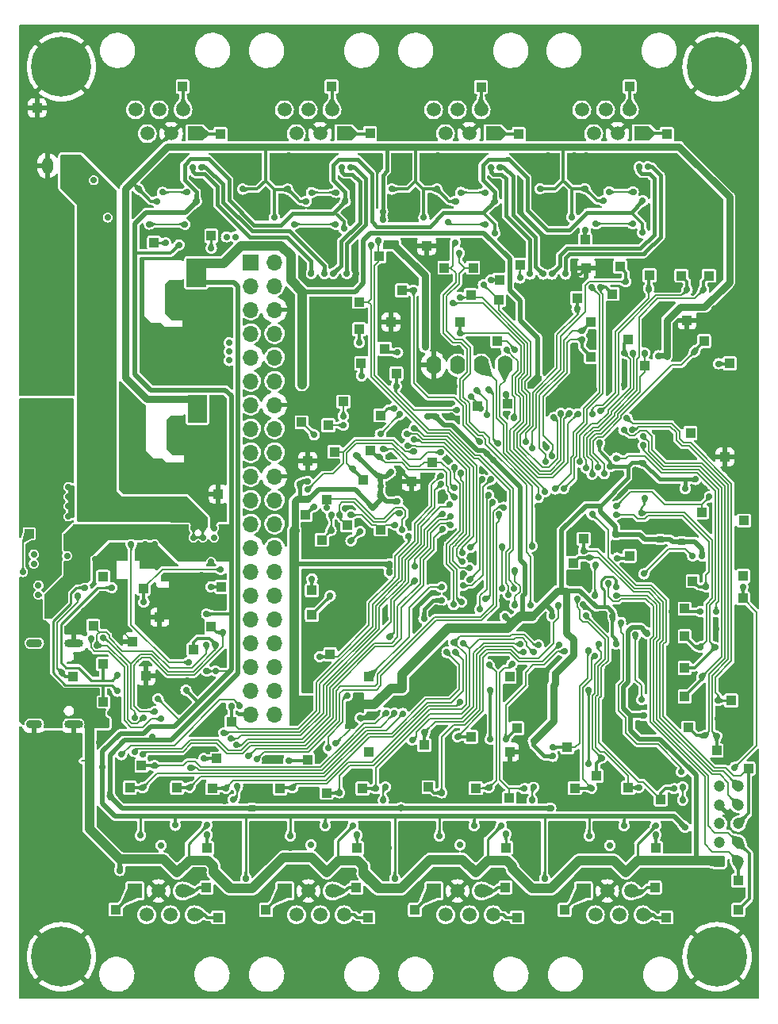
<source format=gbr>
%TF.GenerationSoftware,KiCad,Pcbnew,(7.0.0)*%
%TF.CreationDate,2023-03-20T14:45:52+00:00*%
%TF.ProjectId,RobotLegoController,526f626f-744c-4656-976f-436f6e74726f,REV A*%
%TF.SameCoordinates,PX7bfa480PY848f8c0*%
%TF.FileFunction,Copper,L4,Bot*%
%TF.FilePolarity,Positive*%
%FSLAX46Y46*%
G04 Gerber Fmt 4.6, Leading zero omitted, Abs format (unit mm)*
G04 Created by KiCad (PCBNEW (7.0.0)) date 2023-03-20 14:45:52*
%MOMM*%
%LPD*%
G01*
G04 APERTURE LIST*
G04 Aperture macros list*
%AMRoundRect*
0 Rectangle with rounded corners*
0 $1 Rounding radius*
0 $2 $3 $4 $5 $6 $7 $8 $9 X,Y pos of 4 corners*
0 Add a 4 corners polygon primitive as box body*
4,1,4,$2,$3,$4,$5,$6,$7,$8,$9,$2,$3,0*
0 Add four circle primitives for the rounded corners*
1,1,$1+$1,$2,$3*
1,1,$1+$1,$4,$5*
1,1,$1+$1,$6,$7*
1,1,$1+$1,$8,$9*
0 Add four rect primitives between the rounded corners*
20,1,$1+$1,$2,$3,$4,$5,0*
20,1,$1+$1,$4,$5,$6,$7,0*
20,1,$1+$1,$6,$7,$8,$9,0*
20,1,$1+$1,$8,$9,$2,$3,0*%
G04 Aperture macros list end*
%TA.AperFunction,ComponentPad*%
%ADD10C,6.400000*%
%TD*%
%TA.AperFunction,ComponentPad*%
%ADD11R,1.520000X1.520000*%
%TD*%
%TA.AperFunction,ComponentPad*%
%ADD12C,1.520000*%
%TD*%
%TA.AperFunction,ComponentPad*%
%ADD13O,1.600000X2.000000*%
%TD*%
%TA.AperFunction,ComponentPad*%
%ADD14C,0.700000*%
%TD*%
%TA.AperFunction,SMDPad,CuDef*%
%ADD15R,1.800000X2.500000*%
%TD*%
%TA.AperFunction,SMDPad,CuDef*%
%ADD16R,3.500000X2.000000*%
%TD*%
%TA.AperFunction,ComponentPad*%
%ADD17RoundRect,0.250000X0.350000X0.625000X-0.350000X0.625000X-0.350000X-0.625000X0.350000X-0.625000X0*%
%TD*%
%TA.AperFunction,ComponentPad*%
%ADD18O,1.200000X1.750000*%
%TD*%
%TA.AperFunction,ComponentPad*%
%ADD19R,1.700000X1.700000*%
%TD*%
%TA.AperFunction,ComponentPad*%
%ADD20O,1.700000X1.700000*%
%TD*%
%TA.AperFunction,ComponentPad*%
%ADD21C,0.500000*%
%TD*%
%TA.AperFunction,SMDPad,CuDef*%
%ADD22R,2.700000X2.700000*%
%TD*%
%TA.AperFunction,ComponentPad*%
%ADD23RoundRect,0.250000X0.350000X-0.350000X0.350000X0.350000X-0.350000X0.350000X-0.350000X-0.350000X0*%
%TD*%
%TA.AperFunction,ComponentPad*%
%ADD24C,1.200000*%
%TD*%
%TA.AperFunction,ComponentPad*%
%ADD25O,2.000000X0.900000*%
%TD*%
%TA.AperFunction,ComponentPad*%
%ADD26O,1.700000X0.900000*%
%TD*%
%TA.AperFunction,SMDPad,CuDef*%
%ADD27R,1.000000X1.000000*%
%TD*%
%TA.AperFunction,ComponentPad*%
%ADD28R,1.000000X1.000000*%
%TD*%
%TA.AperFunction,ViaPad*%
%ADD29C,0.700000*%
%TD*%
%TA.AperFunction,ViaPad*%
%ADD30C,4.000000*%
%TD*%
%TA.AperFunction,ViaPad*%
%ADD31C,3.000000*%
%TD*%
%TA.AperFunction,Conductor*%
%ADD32C,0.150000*%
%TD*%
%TA.AperFunction,Conductor*%
%ADD33C,0.200000*%
%TD*%
%TA.AperFunction,Conductor*%
%ADD34C,0.300000*%
%TD*%
%TA.AperFunction,Conductor*%
%ADD35C,0.400000*%
%TD*%
%TA.AperFunction,Conductor*%
%ADD36C,0.250000*%
%TD*%
%TA.AperFunction,Conductor*%
%ADD37C,0.500000*%
%TD*%
%TA.AperFunction,Conductor*%
%ADD38C,0.750000*%
%TD*%
%TA.AperFunction,Conductor*%
%ADD39C,1.000000*%
%TD*%
%TA.AperFunction,Conductor*%
%ADD40C,0.180000*%
%TD*%
G04 APERTURE END LIST*
D10*
%TO.P,H4,1,1*%
%TO.N,GND*%
X75000000Y100000000D03*
%TD*%
D11*
%TO.P,J11,1*%
%TO.N,/05-System Outputs A/MOTORA_PIN1*%
X19249999Y92859999D03*
D12*
%TO.P,J11,2*%
%TO.N,/05-System Outputs A/MOTORA_PIN2*%
X17980000Y95400000D03*
%TO.P,J11,3*%
%TO.N,GND*%
X16710000Y92860000D03*
%TO.P,J11,4*%
%TO.N,Net-(C132-Pad2)*%
X15440000Y95400000D03*
%TO.P,J11,5*%
%TO.N,/05-System Outputs A/MOTORA_PIN5*%
X14170000Y92860000D03*
%TO.P,J11,6*%
%TO.N,/05-System Outputs A/MOTORA_PIN6*%
X12900000Y95400000D03*
%TD*%
D13*
%TO.P,U3,1,GND*%
%TO.N,GND*%
X44719999Y68149999D03*
%TO.P,U3,2,VCC*%
%TO.N,+3.3V*%
X47259999Y68149999D03*
%TO.P,U3,3,SCL*%
%TO.N,SYS_I2C_SCL*%
X49799999Y68149999D03*
%TO.P,U3,4,SDA*%
%TO.N,SYS_I2C_SDA*%
X52339999Y68149999D03*
%TD*%
D10*
%TO.P,H3,1,1*%
%TO.N,GND*%
X5000000Y100000000D03*
%TD*%
D14*
%TO.P,U8,9,PGND*%
%TO.N,GND*%
X13900000Y57205000D03*
X13900000Y56205000D03*
X13900000Y55205000D03*
D15*
X14549999Y56204999D03*
D14*
X15200000Y57205000D03*
X15200000Y56205000D03*
X15200000Y55205000D03*
%TD*%
D11*
%TO.P,J14,1*%
%TO.N,/06-System Outputs B/MOTORD_PIN1*%
X66899999Y92859999D03*
D12*
%TO.P,J14,2*%
%TO.N,/06-System Outputs B/MOTORD_PIN2*%
X65630000Y95400000D03*
%TO.P,J14,3*%
%TO.N,GND*%
X64360000Y92860000D03*
%TO.P,J14,4*%
%TO.N,Net-(C160-Pad2)*%
X63090000Y95400000D03*
%TO.P,J14,5*%
%TO.N,/06-System Outputs B/MOTORD_PIN5*%
X61820000Y92860000D03*
%TO.P,J14,6*%
%TO.N,/06-System Outputs B/MOTORD_PIN6*%
X60550000Y95400000D03*
%TD*%
D14*
%TO.P,U17,17,GND(PPAD)*%
%TO.N,GND*%
X35050000Y74450000D03*
X33550000Y74450000D03*
X32050000Y74450000D03*
D16*
X33549999Y73699999D03*
D14*
X35050000Y72950000D03*
X33550000Y72950000D03*
X32050000Y72950000D03*
%TD*%
D17*
%TO.P,J4,1,Pin_1*%
%TO.N,+BATT*%
X5500000Y89450000D03*
D18*
%TO.P,J4,2,Pin_2*%
%TO.N,GND*%
X3499999Y89449999D03*
%TD*%
D10*
%TO.P,H1,1,1*%
%TO.N,GND*%
X5000000Y5000000D03*
%TD*%
D19*
%TO.P,J2,1,3V3*%
%TO.N,unconnected-(J2-3V3-Pad1)*%
X25227031Y79138960D03*
D20*
%TO.P,J2,2,5V*%
%TO.N,+5V*%
X27767031Y79138960D03*
%TO.P,J2,3,SDA/GPIO2*%
%TO.N,unconnected-(J2-SDA{slash}GPIO2-Pad3)*%
X25227031Y76598960D03*
%TO.P,J2,4,5V*%
%TO.N,+5V*%
X27767031Y76598960D03*
%TO.P,J2,5,SCL/GPIO3*%
%TO.N,unconnected-(J2-SCL{slash}GPIO3-Pad5)*%
X25227031Y74058960D03*
%TO.P,J2,6,GND*%
%TO.N,GND*%
X27767031Y74058960D03*
%TO.P,J2,7,GCLK0/GPIO4*%
%TO.N,unconnected-(J2-GCLK0{slash}GPIO4-Pad7)*%
X25227031Y71518960D03*
%TO.P,J2,8,GPIO14/TXD*%
%TO.N,Net-(J2-GPIO14{slash}TXD)*%
X27767031Y71518960D03*
%TO.P,J2,9,GND*%
%TO.N,GND*%
X25227031Y68978960D03*
%TO.P,J2,10,GPIO15/RXD*%
%TO.N,Net-(J2-GPIO15{slash}RXD)*%
X27767031Y68978960D03*
%TO.P,J2,11,GPIO17*%
%TO.N,unconnected-(J2-GPIO17-Pad11)*%
X25227031Y66438960D03*
%TO.P,J2,12,GPIO18/PWM0*%
%TO.N,unconnected-(J2-GPIO18{slash}PWM0-Pad12)*%
X27767031Y66438960D03*
%TO.P,J2,13,GPIO27*%
%TO.N,unconnected-(J2-GPIO27-Pad13)*%
X25227031Y63898960D03*
%TO.P,J2,14,GND*%
%TO.N,GND*%
X27767031Y63898960D03*
%TO.P,J2,15,GPIO22*%
%TO.N,unconnected-(J2-GPIO22-Pad15)*%
X25227031Y61358960D03*
%TO.P,J2,16,GPIO23*%
%TO.N,unconnected-(J2-GPIO23-Pad16)*%
X27767031Y61358960D03*
%TO.P,J2,17,3V3*%
%TO.N,unconnected-(J2-3V3-Pad17)*%
X25227031Y58818960D03*
%TO.P,J2,18,GPIO24*%
%TO.N,unconnected-(J2-GPIO24-Pad18)*%
X27767031Y58818960D03*
%TO.P,J2,19,MOSI0/GPIO10*%
%TO.N,unconnected-(J2-MOSI0{slash}GPIO10-Pad19)*%
X25227031Y56278960D03*
%TO.P,J2,20,GND*%
%TO.N,GND*%
X27767031Y56278960D03*
%TO.P,J2,21,MISO0/GPIO9*%
%TO.N,unconnected-(J2-MISO0{slash}GPIO9-Pad21)*%
X25227031Y53738960D03*
%TO.P,J2,22,GPIO25*%
%TO.N,unconnected-(J2-GPIO25-Pad22)*%
X27767031Y53738960D03*
%TO.P,J2,23,SCLK0/GPIO11*%
%TO.N,unconnected-(J2-SCLK0{slash}GPIO11-Pad23)*%
X25227031Y51198960D03*
%TO.P,J2,24,~{CE0}/GPIO8*%
%TO.N,unconnected-(J2-~{CE0}{slash}GPIO8-Pad24)*%
X27767031Y51198960D03*
%TO.P,J2,25,GND*%
%TO.N,GND*%
X25227031Y48658960D03*
%TO.P,J2,26,~{CE1}/GPIO7*%
%TO.N,unconnected-(J2-~{CE1}{slash}GPIO7-Pad26)*%
X27767031Y48658960D03*
%TO.P,J2,27,ID_SD/GPIO0*%
%TO.N,unconnected-(J2-ID_SD{slash}GPIO0-Pad27)*%
X25227031Y46118960D03*
%TO.P,J2,28,ID_SC/GPIO1*%
%TO.N,unconnected-(J2-ID_SC{slash}GPIO1-Pad28)*%
X27767031Y46118960D03*
%TO.P,J2,29,GCLK1/GPIO5*%
%TO.N,unconnected-(J2-GCLK1{slash}GPIO5-Pad29)*%
X25227031Y43578960D03*
%TO.P,J2,30,GND*%
%TO.N,GND*%
X27767031Y43578960D03*
%TO.P,J2,31,GCLK2/GPIO6*%
%TO.N,unconnected-(J2-GCLK2{slash}GPIO6-Pad31)*%
X25227031Y41038960D03*
%TO.P,J2,32,PWM0/GPIO12*%
%TO.N,unconnected-(J2-PWM0{slash}GPIO12-Pad32)*%
X27767031Y41038960D03*
%TO.P,J2,33,PWM1/GPIO13*%
%TO.N,unconnected-(J2-PWM1{slash}GPIO13-Pad33)*%
X25227031Y38498960D03*
%TO.P,J2,34,GND*%
%TO.N,GND*%
X27767031Y38498960D03*
%TO.P,J2,35,GPIO19/MISO1*%
%TO.N,unconnected-(J2-GPIO19{slash}MISO1-Pad35)*%
X25227031Y35958960D03*
%TO.P,J2,36,GPIO16*%
%TO.N,unconnected-(J2-GPIO16-Pad36)*%
X27767031Y35958960D03*
%TO.P,J2,37,GPIO26*%
%TO.N,unconnected-(J2-GPIO26-Pad37)*%
X25227031Y33418960D03*
%TO.P,J2,38,GPIO20/MOSI1*%
%TO.N,unconnected-(J2-GPIO20{slash}MOSI1-Pad38)*%
X27767031Y33418960D03*
%TO.P,J2,39,GND*%
%TO.N,GND*%
X25227031Y30878960D03*
%TO.P,J2,40,GPIO21/SCLK1*%
%TO.N,unconnected-(J2-GPIO21{slash}SCLK1-Pad40)*%
X27767031Y30878960D03*
%TD*%
D11*
%TO.P,J7,1*%
%TO.N,/03-System Inputs A/INPUT1_PIN1*%
X12829999Y12019999D03*
D12*
%TO.P,J7,2*%
%TO.N,/03-System Inputs A/INPUT1_PIN2*%
X14100000Y9480000D03*
%TO.P,J7,3*%
%TO.N,GND*%
X15370000Y12020000D03*
%TO.P,J7,4*%
%TO.N,Net-(C94-Pad2)*%
X16640000Y9480000D03*
%TO.P,J7,5*%
%TO.N,/03-System Inputs A/INPUT1_PIN5*%
X17910000Y12020000D03*
%TO.P,J7,6*%
%TO.N,/03-System Inputs A/INPUT1_PIN6*%
X19180000Y9480000D03*
%TD*%
D14*
%TO.P,U9,9,PGND*%
%TO.N,GND*%
X13780000Y71650000D03*
X13780000Y70650000D03*
X13780000Y69650000D03*
D15*
X14429999Y70649999D03*
D14*
X15080000Y71650000D03*
X15080000Y70650000D03*
X15080000Y69650000D03*
%TD*%
D21*
%TO.P,U6,25,GND*%
%TO.N,GND*%
X16900000Y42625000D03*
X18000000Y42625000D03*
X19100000Y42625000D03*
X16900000Y43725000D03*
X18000000Y43725000D03*
D22*
X17999999Y43724999D03*
D21*
X19100000Y43725000D03*
X16900000Y44825000D03*
X18000000Y44825000D03*
X19100000Y44825000D03*
%TD*%
D23*
%TO.P,J1,1,Pin_1*%
%TO.N,+5V*%
X75250000Y15200000D03*
D24*
%TO.P,J1,2,Pin_2*%
%TO.N,/01-Microcontroller and Extras/MC_SWDIO*%
X77250000Y15200000D03*
%TO.P,J1,3,Pin_3*%
%TO.N,+5V*%
X75250000Y17200000D03*
%TO.P,J1,4,Pin_4*%
%TO.N,/01-Microcontroller and Extras/MC_SWCLK*%
X77250000Y17200000D03*
%TO.P,J1,5,Pin_5*%
%TO.N,unconnected-(J1-Pin_5-Pad5)*%
X75250000Y19200000D03*
%TO.P,J1,6,Pin_6*%
%TO.N,/01-Microcontroller and Extras/MC_RESET_N*%
X77250000Y19200000D03*
%TO.P,J1,7,Pin_7*%
%TO.N,GND*%
X75250000Y21200000D03*
%TO.P,J1,8,Pin_8*%
%TO.N,/01-Microcontroller and Extras/DEBUG_uTX_dRX*%
X77250000Y21200000D03*
%TO.P,J1,9,Pin_9*%
%TO.N,GND*%
X75250000Y23200000D03*
%TO.P,J1,10,Pin_10*%
%TO.N,/01-Microcontroller and Extras/DEBUG_uRX_dTX*%
X77250000Y23200000D03*
%TD*%
D11*
%TO.P,J10,1*%
%TO.N,/04-System Inputs B/INPUT4_PIN1*%
X60729999Y12019999D03*
D12*
%TO.P,J10,2*%
%TO.N,/04-System Inputs B/INPUT4_PIN2*%
X62000000Y9480000D03*
%TO.P,J10,3*%
%TO.N,GND*%
X63270000Y12020000D03*
%TO.P,J10,4*%
%TO.N,Net-(C119-Pad2)*%
X64540000Y9480000D03*
%TO.P,J10,5*%
%TO.N,/04-System Inputs B/INPUT4_PIN5*%
X65810000Y12020000D03*
%TO.P,J10,6*%
%TO.N,/04-System Inputs B/INPUT4_PIN6*%
X67080000Y9480000D03*
%TD*%
D11*
%TO.P,J9,1*%
%TO.N,/04-System Inputs B/INPUT3_PIN1*%
X44749999Y12019999D03*
D12*
%TO.P,J9,2*%
%TO.N,/04-System Inputs B/INPUT3_PIN2*%
X46020000Y9480000D03*
%TO.P,J9,3*%
%TO.N,GND*%
X47290000Y12020000D03*
%TO.P,J9,4*%
%TO.N,Net-(C114-Pad2)*%
X48560000Y9480000D03*
%TO.P,J9,5*%
%TO.N,/04-System Inputs B/INPUT3_PIN5*%
X49830000Y12020000D03*
%TO.P,J9,6*%
%TO.N,/04-System Inputs B/INPUT3_PIN6*%
X51100000Y9480000D03*
%TD*%
D11*
%TO.P,J12,1*%
%TO.N,/05-System Outputs A/MOTORB_PIN1*%
X35149999Y92859999D03*
D12*
%TO.P,J12,2*%
%TO.N,/05-System Outputs A/MOTORB_PIN2*%
X33880000Y95400000D03*
%TO.P,J12,3*%
%TO.N,GND*%
X32610000Y92860000D03*
%TO.P,J12,4*%
%TO.N,Net-(C135-Pad2)*%
X31340000Y95400000D03*
%TO.P,J12,5*%
%TO.N,/05-System Outputs A/MOTORB_PIN5*%
X30070000Y92860000D03*
%TO.P,J12,6*%
%TO.N,/05-System Outputs A/MOTORB_PIN6*%
X28800000Y95400000D03*
%TD*%
D14*
%TO.P,U23,17,GND(PPAD)*%
%TO.N,GND*%
X58400000Y74400000D03*
X56900000Y74400000D03*
X55400000Y74400000D03*
D16*
X56899999Y73649999D03*
D14*
X58400000Y72900000D03*
X56900000Y72900000D03*
X55400000Y72900000D03*
%TD*%
D11*
%TO.P,J13,1*%
%TO.N,/06-System Outputs B/MOTORC_PIN1*%
X51069999Y92859999D03*
D12*
%TO.P,J13,2*%
%TO.N,/06-System Outputs B/MOTORC_PIN2*%
X49800000Y95400000D03*
%TO.P,J13,3*%
%TO.N,GND*%
X48530000Y92860000D03*
%TO.P,J13,4*%
%TO.N,Net-(C157-Pad2)*%
X47260000Y95400000D03*
%TO.P,J13,5*%
%TO.N,/06-System Outputs B/MOTORC_PIN5*%
X45990000Y92860000D03*
%TO.P,J13,6*%
%TO.N,/06-System Outputs B/MOTORC_PIN6*%
X44720000Y95400000D03*
%TD*%
D25*
%TO.P,J3,S1,SHIELD*%
%TO.N,GND*%
X6283194Y38463475D03*
D26*
X2113194Y38463475D03*
D25*
X6283194Y29823475D03*
D26*
X2113194Y29823475D03*
%TD*%
D11*
%TO.P,J8,1*%
%TO.N,/03-System Inputs A/INPUT2_PIN1*%
X28829999Y12019999D03*
D12*
%TO.P,J8,2*%
%TO.N,/03-System Inputs A/INPUT2_PIN2*%
X30100000Y9480000D03*
%TO.P,J8,3*%
%TO.N,GND*%
X31370000Y12020000D03*
%TO.P,J8,4*%
%TO.N,Net-(C99-Pad2)*%
X32640000Y9480000D03*
%TO.P,J8,5*%
%TO.N,/03-System Inputs A/INPUT2_PIN5*%
X33910000Y12020000D03*
%TO.P,J8,6*%
%TO.N,/03-System Inputs A/INPUT2_PIN6*%
X35180000Y9480000D03*
%TD*%
D10*
%TO.P,H2,1,1*%
%TO.N,GND*%
X75000000Y5000000D03*
%TD*%
D27*
%TO.P,TP115,1,1*%
%TO.N,MOTORC_PIN5_DET*%
X64649999Y78649999D03*
%TD*%
%TO.P,TP136,1,1*%
%TO.N,MOTORD_PIN5_ENCODER*%
X60899999Y81549999D03*
%TD*%
%TO.P,TP24,1,1*%
%TO.N,/02-System Power Supply and USB/VCONN*%
X9449999Y45549999D03*
%TD*%
%TO.P,TP89,1,1*%
%TO.N,/04-System Inputs B/INPUT4_PIN6*%
X69599999Y9199999D03*
%TD*%
%TO.P,TP116,1,1*%
%TO.N,MOTORD_PIN5_DET*%
X74149999Y77699999D03*
%TD*%
%TO.P,TP105,1,1*%
%TO.N,MOTORB_PWM1*%
X39049999Y62799999D03*
%TD*%
%TO.P,TP5,1,1*%
%TO.N,/01-Microcontroller and Extras/SYS_IMU_IRQ2*%
X34149999Y58899999D03*
%TD*%
D28*
%TO.P,TP28,1,1*%
%TO.N,+4V*%
X1549999Y50149999D03*
%TD*%
D27*
%TO.P,TP112,1,1*%
%TO.N,/05-System Outputs A/MOTORB_PIN2*%
X33849999Y97899999D03*
%TD*%
%TO.P,TP111,1,1*%
%TO.N,/05-System Outputs A/MOTORB_PIN1*%
X37949999Y92899999D03*
%TD*%
%TO.P,TP74,1,1*%
%TO.N,INPUT3_PIN1_SENSE_VOLTAGE*%
X71549999Y32799999D03*
%TD*%
%TO.P,TP145,1,1*%
%TO.N,PIEZO_PWM*%
X77749999Y43249999D03*
%TD*%
%TO.P,TP54,1,1*%
%TO.N,/03-System Inputs A/INPUT1_PIN5*%
X20499999Y12399999D03*
%TD*%
%TO.P,TP126,1,1*%
%TO.N,MOTORC_PWM1*%
X51549999Y70699999D03*
%TD*%
%TO.P,TP57,1,1*%
%TO.N,INPUT2_PIN5_SCL_uTX_pRX*%
X33299999Y22499999D03*
%TD*%
%TO.P,TP103,1,1*%
%TO.N,MOTORAB_SLEEP_N*%
X36799999Y71999999D03*
%TD*%
%TO.P,TP32,1,1*%
%TO.N,BM_NIRQ*%
X20999999Y40249999D03*
%TD*%
%TO.P,TP27,1,1*%
%TO.N,/02-System Power Supply and USB/USB_CC2*%
X9449999Y32199999D03*
%TD*%
%TO.P,TP119,1,1*%
%TO.N,MOTORC_PIN6_DET*%
X65499999Y70849999D03*
%TD*%
%TO.P,TP67,1,1*%
%TO.N,INPUT2_PIN6_SDA_uRX_pTX*%
X37149999Y22949999D03*
%TD*%
%TO.P,TP79,1,1*%
%TO.N,/04-System Inputs B/INPUT4_PIN5*%
X68349999Y12399999D03*
%TD*%
%TO.P,TP52,1,1*%
%TO.N,INPUT1_PIN2_DETECT*%
X12299999Y23049999D03*
%TD*%
%TO.P,TP91,1,1*%
%TO.N,INPUT4_PIN6_SDA_uRX_pTX*%
X68999999Y21799999D03*
%TD*%
%TO.P,TP87,1,1*%
%TO.N,/04-System Inputs B/INPUT3_PIN6*%
X53649999Y9199999D03*
%TD*%
%TO.P,TP18,1,1*%
%TO.N,/01-Microcontroller and Extras/SYS_FLASH_CS_N*%
X31049999Y52149999D03*
%TD*%
%TO.P,TP30,1,1*%
%TO.N,SYS_I2C_SCL*%
X8399999Y40299999D03*
%TD*%
%TO.P,TP109,1,1*%
%TO.N,/05-System Outputs A/MOTORA_PIN2*%
X17949999Y97899999D03*
%TD*%
%TO.P,TP38,1,1*%
%TO.N,VBAT_ADC_ON*%
X33699999Y37299999D03*
%TD*%
%TO.P,TP75,1,1*%
%TO.N,INPUT4_PIN1_SENSE_VOLTAGE*%
X76499999Y32349999D03*
%TD*%
%TO.P,TP110,1,1*%
%TO.N,/05-System Outputs A/MOTORA_PIN1*%
X21999999Y92849999D03*
%TD*%
%TO.P,TP37,1,1*%
%TO.N,/02-System Power Supply and USB/REGN*%
X13749999Y44299999D03*
%TD*%
%TO.P,TP16,1,1*%
%TO.N,MOTORB_PIN5_ENCODER*%
X36799999Y74899999D03*
%TD*%
%TO.P,TP58,1,1*%
%TO.N,Net-(U6-TS)*%
X22099999Y44499999D03*
%TD*%
%TO.P,TP77,1,1*%
%TO.N,INPUT4_PIN2_DETECT*%
X59799999Y22999999D03*
%TD*%
%TO.P,TP96,1,1*%
%TO.N,MOTORA_PIN5_DET*%
X41349999Y76149999D03*
%TD*%
%TO.P,TP81,1,1*%
%TO.N,INPUT4_PIN5_SCL_uTX_pRX*%
X65499999Y23049999D03*
%TD*%
%TO.P,TP99,1,1*%
%TO.N,MOTORB_PIN6_SENSE*%
X47549999Y72749999D03*
%TD*%
D28*
%TO.P,TP21,1,1*%
%TO.N,GND*%
X52849999Y26874999D03*
%TD*%
D27*
%TO.P,TP78,1,1*%
%TO.N,/04-System Inputs B/INPUT3_PIN5*%
X52399999Y12399999D03*
%TD*%
%TO.P,TP25,1,1*%
%TO.N,SHUTDOWN*%
X23149999Y30099999D03*
%TD*%
%TO.P,TP117,1,1*%
%TO.N,MOTORC_PIN6_SENSE*%
X67299999Y68099999D03*
%TD*%
%TO.P,TP31,1,1*%
%TO.N,GND*%
X15499999Y41249999D03*
%TD*%
%TO.P,TP134,1,1*%
%TO.N,MOTORA_PIN5_ENCODER*%
X14899999Y81199999D03*
%TD*%
%TO.P,TP130,1,1*%
%TO.N,/06-System Outputs B/MOTORD_PIN1*%
X69649999Y92849999D03*
%TD*%
%TO.P,TP70,1,1*%
%TO.N,/04-System Inputs B/INPUT3_PIN1*%
X42749999Y9999999D03*
%TD*%
%TO.P,TP29,1,1*%
%TO.N,SYS_I2C_SDA*%
X19099999Y37799999D03*
%TD*%
%TO.P,TP14,1,1*%
%TO.N,GND*%
X42349999Y55749999D03*
%TD*%
%TO.P,TP124,1,1*%
%TO.N,MOTORD_PWM1*%
X61499999Y72749999D03*
%TD*%
%TO.P,TP113,1,1*%
%TO.N,MOTORC_PIN5_SENSE*%
X67799999Y77749999D03*
%TD*%
%TO.P,TP92,1,1*%
%TO.N,INPUT3_PIN6_SENSE_VOLTAGE*%
X71949999Y29449999D03*
%TD*%
%TO.P,TP49,1,1*%
%TO.N,INPUT2_PIN1_CURRENT_ENABLE*%
X31299999Y26049999D03*
%TD*%
%TO.P,TP51,1,1*%
%TO.N,INPUT2_PIN1_SENSE_VOLTAGE*%
X71549999Y42149999D03*
%TD*%
%TO.P,TP8,1,1*%
%TO.N,/01-Microcontroller and Extras/DEBUG_uTX_dRX*%
X59699999Y47049999D03*
%TD*%
%TO.P,TP125,1,1*%
%TO.N,MOTORD_PWM2*%
X61549999Y69049999D03*
%TD*%
%TO.P,TP1,1,1*%
%TO.N,/01-Microcontroller and Extras/MC_SWDIO*%
X77249999Y13149999D03*
%TD*%
D28*
%TO.P,TP17,1,1*%
%TO.N,/01-Microcontroller and Extras/LED3*%
X37849999Y34899999D03*
%TD*%
%TO.P,TP133,1,1*%
%TO.N,GND*%
X21749999Y54399999D03*
%TD*%
D27*
%TO.P,TP127,1,1*%
%TO.N,MOTORC_PWM2*%
X52599999Y63999999D03*
%TD*%
%TO.P,TP76,1,1*%
%TO.N,INPUT3_PIN2_DETECT*%
X44199999Y23099999D03*
%TD*%
%TO.P,TP9,1,1*%
%TO.N,/01-Microcontroller and Extras/SYS_IMU_CS*%
X33299999Y53799999D03*
%TD*%
%TO.P,TP135,1,1*%
%TO.N,MOTORA_PIN6_ENCODER*%
X20999999Y81949999D03*
%TD*%
%TO.P,TP95,1,1*%
%TO.N,MOTORB_PIN5_SENSE*%
X51699999Y75099999D03*
%TD*%
%TO.P,TP66,1,1*%
%TO.N,INPUT1_PIN6_SDA_uRX_pTX*%
X21149999Y22999999D03*
%TD*%
%TO.P,TP63,1,1*%
%TO.N,/03-System Inputs A/INPUT1_PIN6*%
X21749999Y9199999D03*
%TD*%
%TO.P,TP142,1,1*%
%TO.N,GND*%
X43999999Y80899999D03*
%TD*%
%TO.P,TP47,1,1*%
%TO.N,/03-System Inputs A/INPUT2_PIN1*%
X26849999Y9999999D03*
%TD*%
%TO.P,TP90,1,1*%
%TO.N,INPUT3_PIN6_SDA_uRX_pTX*%
X52799999Y21949999D03*
%TD*%
D28*
%TO.P,TP23,1,1*%
%TO.N,GND*%
X2399999Y95599999D03*
%TD*%
D27*
%TO.P,TP82,1,1*%
%TO.N,VBUS*%
X6199999Y34899999D03*
%TD*%
%TO.P,TP69,1,1*%
%TO.N,INPUT2_PIN6_SENSE_VOLTAGE*%
X71549999Y35849999D03*
%TD*%
%TO.P,TP64,1,1*%
%TO.N,Net-(D24-COM)*%
X36549999Y16599999D03*
%TD*%
%TO.P,TP12,1,1*%
%TO.N,/01-Microcontroller and Extras/PC_uRX_rpiTX*%
X44549999Y57799999D03*
%TD*%
%TO.P,TP56,1,1*%
%TO.N,INPUT1_PIN5_SCL_uTX_pRX*%
X17349999Y23049999D03*
%TD*%
%TO.P,TP138,1,1*%
%TO.N,MOTORC_PIN6_ENCODER*%
X48949999Y78549999D03*
%TD*%
%TO.P,TP88,1,1*%
%TO.N,Net-(D38-COM)*%
X68449999Y16599999D03*
%TD*%
%TO.P,TP93,1,1*%
%TO.N,INPUT4_PIN6_SENSE_VOLTAGE*%
X74949999Y26999999D03*
%TD*%
%TO.P,TP68,1,1*%
%TO.N,INPUT1_PIN6_SENSE_VOLTAGE*%
X71549999Y39199999D03*
%TD*%
%TO.P,TP46,1,1*%
%TO.N,/03-System Inputs A/INPUT1_PIN1*%
X10799999Y10049999D03*
%TD*%
%TO.P,TP65,1,1*%
%TO.N,/03-System Inputs A/INPUT2_PIN6*%
X37749999Y9199999D03*
%TD*%
%TO.P,TP6,1,1*%
%TO.N,/01-Microcontroller and Extras/MC_RESET_N*%
X78349999Y25099999D03*
%TD*%
D28*
%TO.P,TP149,1,1*%
%TO.N,Net-(D65-DO)*%
X72149999Y60899999D03*
%TD*%
D27*
%TO.P,TP106,1,1*%
%TO.N,MOTORB_PWM2*%
X36999999Y68349999D03*
%TD*%
%TO.P,TP22,1,1*%
%TO.N,GND*%
X12599999Y38649999D03*
%TD*%
%TO.P,TP120,1,1*%
%TO.N,MOTORD_PIN6_DET*%
X76349999Y68349999D03*
%TD*%
%TO.P,TP132,1,1*%
%TO.N,Net-(U2-PF2)*%
X65649999Y47799999D03*
%TD*%
D28*
%TO.P,TP146,1,1*%
%TO.N,Net-(Q13-D)*%
X77799999Y45649999D03*
%TD*%
D27*
%TO.P,TP50,1,1*%
%TO.N,INPUT1_PIN1_SENSE_VOLTAGE*%
X72399999Y45099999D03*
%TD*%
%TO.P,TP128,1,1*%
%TO.N,/06-System Outputs B/MOTORC_PIN2*%
X49799999Y97849999D03*
%TD*%
%TO.P,TP13,1,1*%
%TO.N,/01-Microcontroller and Extras/PC_uTX_rpiRX*%
X37949999Y58999999D03*
%TD*%
%TO.P,TP140,1,1*%
%TO.N,GND*%
X71799999Y72949999D03*
%TD*%
D28*
%TO.P,TP147,1,1*%
%TO.N,+5V*%
X77849999Y51549999D03*
%TD*%
D27*
%TO.P,TP33,1,1*%
%TO.N,Net-(Q3-G)*%
X31749999Y44099999D03*
%TD*%
%TO.P,TP114,1,1*%
%TO.N,MOTORD_PIN5_SENSE*%
X71199999Y77699999D03*
%TD*%
%TO.P,TP122,1,1*%
%TO.N,MOTORCD_SLEEP_N*%
X60049999Y75299999D03*
%TD*%
%TO.P,TP60,1,1*%
%TO.N,INPUT1_PIN6_ENABLE_N*%
X21599999Y26149999D03*
%TD*%
%TO.P,TP97,1,1*%
%TO.N,MOTORB_PIN5_DET*%
X51749999Y77249999D03*
%TD*%
%TO.P,TP141,1,1*%
%TO.N,GND*%
X61049999Y78499999D03*
%TD*%
%TO.P,TP107,1,1*%
%TO.N,MOTORA_PWM1*%
X33499999Y61749999D03*
%TD*%
%TO.P,TP108,1,1*%
%TO.N,MOTORA_PWM2*%
X35099999Y64249999D03*
%TD*%
%TO.P,TP62,1,1*%
%TO.N,Net-(D23-COM)*%
X20549999Y16599999D03*
%TD*%
%TO.P,TP72,1,1*%
%TO.N,INPUT3_PIN1_CURRENT_ENABLE*%
X48749999Y28499999D03*
%TD*%
%TO.P,TP148,1,1*%
%TO.N,GND*%
X75849999Y58349999D03*
%TD*%
%TO.P,TP61,1,1*%
%TO.N,INPUT3_PIN6_ENABLE_N*%
X53649999Y29399999D03*
%TD*%
%TO.P,TP80,1,1*%
%TO.N,INPUT3_PIN5_SCL_uTX_pRX*%
X49249999Y22999999D03*
%TD*%
%TO.P,TP139,1,1*%
%TO.N,MOTORC_PIN5_ENCODER*%
X45899999Y78549999D03*
%TD*%
%TO.P,TP4,1,1*%
%TO.N,/01-Microcontroller and Extras/MC_SWCLK*%
X77249999Y9999999D03*
%TD*%
%TO.P,TP7,1,1*%
%TO.N,/01-Microcontroller and Extras/SYS_SPI_MOSI*%
X39099999Y50599999D03*
%TD*%
%TO.P,TP143,1,1*%
%TO.N,GND*%
X40199999Y72749999D03*
%TD*%
%TO.P,TP55,1,1*%
%TO.N,/03-System Inputs A/INPUT2_PIN5*%
X36499999Y12399999D03*
%TD*%
%TO.P,TP59,1,1*%
%TO.N,INPUT2_PIN6_ENABLE_N*%
X43749999Y27599999D03*
%TD*%
%TO.P,TP3,1,1*%
%TO.N,/01-Microcontroller and Extras/SYS_SPI_MISO*%
X32799999Y49499999D03*
%TD*%
%TO.P,TP104,1,1*%
%TO.N,MOTORAB_FAULT_N*%
X30649999Y62049999D03*
%TD*%
%TO.P,TP123,1,1*%
%TO.N,MOTOR_CD_FAULT_N*%
X53949999Y78849999D03*
%TD*%
%TO.P,TP34,1,1*%
%TO.N,VBAT_SENSE*%
X31749999Y41499999D03*
%TD*%
%TO.P,TP118,1,1*%
%TO.N,MOTORD_PIN6_SENSE*%
X73599999Y70699999D03*
%TD*%
%TO.P,TP86,1,1*%
%TO.N,Net-(D37-COM)*%
X52449999Y16649999D03*
%TD*%
%TO.P,TP83,1,1*%
%TO.N,INPUT4_PIN6_ENABLE_N*%
X58999999Y27349999D03*
%TD*%
%TO.P,TP100,1,1*%
%TO.N,MOTORA_PIN6_DET*%
X40749999Y67249999D03*
%TD*%
D28*
%TO.P,TP19,1,1*%
%TO.N,GND*%
X37849999Y26899999D03*
%TD*%
%TO.P,TP15,1,1*%
%TO.N,/01-Microcontroller and Extras/LED1*%
X52849999Y34899999D03*
%TD*%
D27*
%TO.P,TP11,1,1*%
%TO.N,/01-Microcontroller and Extras/DEBUG_uRX_dTX*%
X60749999Y49599999D03*
%TD*%
%TO.P,TP10,1,1*%
%TO.N,/01-Microcontroller and Extras/SYS_SPI_CLK*%
X35499999Y51049999D03*
%TD*%
%TO.P,TP2,1,1*%
%TO.N,/01-Microcontroller and Extras/SYS_IMU_IRQ1*%
X37249999Y55899999D03*
%TD*%
%TO.P,TP26,1,1*%
%TO.N,/02-System Power Supply and USB/USB_CC1*%
X9449999Y36249999D03*
%TD*%
%TO.P,TP137,1,1*%
%TO.N,MOTORD_PIN6_ENCODER*%
X63849999Y75749999D03*
%TD*%
%TO.P,TP71,1,1*%
%TO.N,/04-System Inputs B/INPUT4_PIN1*%
X58699999Y9999999D03*
%TD*%
%TO.P,TP101,1,1*%
%TO.N,MOTORB_PIN6_DET*%
X49449999Y63749999D03*
%TD*%
%TO.P,TP129,1,1*%
%TO.N,/06-System Outputs B/MOTORC_PIN1*%
X53849999Y92849999D03*
%TD*%
%TO.P,TP73,1,1*%
%TO.N,INPUT4_PIN1_CURRENT_ENABLE*%
X62149999Y24299999D03*
%TD*%
%TO.P,TP98,1,1*%
%TO.N,MOTORA_PIN6_SENSE*%
X39549999Y69899999D03*
%TD*%
%TO.P,TP144,1,1*%
%TO.N,ADD_LED_RGB*%
X73399999Y52449999D03*
%TD*%
%TO.P,TP94,1,1*%
%TO.N,MOTORA_PIN5_SENSE*%
X48699999Y75599999D03*
%TD*%
%TO.P,TP20,1,1*%
%TO.N,MOTORB_PIN6_ENCODER*%
X38899999Y79749999D03*
%TD*%
%TO.P,TP53,1,1*%
%TO.N,INPUT2_PIN2_DETECT*%
X28349999Y22949999D03*
%TD*%
%TO.P,TP85,1,1*%
%TO.N,GND*%
X31299999Y57899999D03*
%TD*%
%TO.P,TP84,1,1*%
%TO.N,GND*%
X14049999Y34999999D03*
%TD*%
%TO.P,TP131,1,1*%
%TO.N,/06-System Outputs B/MOTORD_PIN2*%
X65649999Y97899999D03*
%TD*%
%TO.P,TP48,1,1*%
%TO.N,INPUT1_PIN1_CURRENT_ENABLE*%
X13549999Y25399999D03*
%TD*%
D29*
%TO.N,+BATT*%
X20100000Y51700000D03*
X19100000Y51700000D03*
%TO.N,VBUS*%
X5050000Y35350000D03*
X6744622Y43555378D03*
%TO.N,GND*%
X69750000Y51450000D03*
X35200000Y66300000D03*
X13950000Y49050000D03*
X60750000Y65550000D03*
X70490000Y89965000D03*
X14052500Y32200000D03*
X55840000Y16622500D03*
X66950000Y19000000D03*
X21000000Y47150000D03*
X32811330Y52192283D03*
X64200000Y56600000D03*
X19875000Y72065000D03*
X2050000Y47950000D03*
X69650000Y59600000D03*
X19441384Y82810500D03*
X19050000Y19037500D03*
X20875000Y72065000D03*
X14950000Y47050000D03*
X27990000Y90440000D03*
X5650000Y67600000D03*
X41250000Y14150000D03*
X39900000Y58374500D03*
X35477000Y87540000D03*
X60693722Y42589456D03*
X29450000Y16650000D03*
X22950000Y14250000D03*
X17650000Y37400000D03*
X67200000Y34850000D03*
X47400000Y69950000D03*
X16650000Y37400000D03*
X25350000Y14150000D03*
X74875000Y39950000D03*
X46206569Y58106569D03*
X68994177Y48602547D03*
X47990000Y89965000D03*
X73950000Y67012500D03*
X61350000Y16650000D03*
X57590000Y83940000D03*
X73388968Y30462885D03*
D30*
X3500000Y84000000D03*
D29*
X74862500Y62800000D03*
X47625500Y26850000D03*
X31250000Y36212750D03*
X51450000Y41350000D03*
X31940000Y88640000D03*
X35477000Y84140000D03*
X71800000Y71400000D03*
X71050000Y45550000D03*
X23890000Y16672500D03*
X40638475Y50001425D03*
X13950000Y47050000D03*
X63790000Y90015000D03*
X62850000Y21650000D03*
X21300000Y49750000D03*
X38400000Y21750000D03*
X21300000Y50750000D03*
X36200000Y14200000D03*
X69874500Y32502651D03*
X64550000Y74100000D03*
X9350000Y14187500D03*
X77100000Y74050000D03*
X11350000Y42550000D03*
X40200000Y74200000D03*
X52800000Y74150000D03*
X68100000Y14200000D03*
X19400000Y22450000D03*
X73200000Y40600000D03*
X7891929Y37383986D03*
X10150000Y28800000D03*
X16650000Y38400000D03*
X8950000Y43162500D03*
X69750000Y45800000D03*
X28750000Y21750000D03*
X72650000Y64100000D03*
X52100000Y14200000D03*
X67550000Y29150000D03*
X11750000Y43400000D03*
X75250000Y67050000D03*
X5650000Y69650000D03*
X39890000Y16622500D03*
X73650000Y54950000D03*
X71600000Y58575000D03*
X35500000Y48300000D03*
X74136237Y50696941D03*
X26300000Y23100000D03*
X49000000Y17550000D03*
X42800000Y40200000D03*
X66300000Y25524500D03*
X12750000Y21787500D03*
X55874500Y53100842D03*
X13450000Y16662500D03*
X34500000Y49901000D03*
X56150000Y35224500D03*
X59800000Y77850000D03*
X62950000Y25350000D03*
X22025000Y58600000D03*
X72050000Y50500000D03*
X5750000Y21200000D03*
X7393056Y41906944D03*
X53100000Y80800000D03*
X73250000Y54100000D03*
X31083524Y82050347D03*
X70310000Y21533750D03*
X51427000Y84140000D03*
X31773450Y39550000D03*
X63690000Y88690000D03*
X56811991Y59371187D03*
X20025000Y57600000D03*
X5750000Y54100000D03*
X78250000Y39950000D03*
X35306031Y52850004D03*
X71467701Y12100000D03*
X73590000Y12100000D03*
X15900000Y26100000D03*
X5750000Y53100000D03*
X69650000Y60550000D03*
X24800000Y84950000D03*
X8600000Y47400000D03*
X47850000Y45874500D03*
X56467597Y41175454D03*
X67950000Y71350000D03*
X75853505Y57103505D03*
X32350000Y48350000D03*
X67550000Y41050000D03*
X14950000Y21700000D03*
X58200000Y23100000D03*
X16050000Y88650000D03*
X63350000Y59850000D03*
X58181315Y54165889D03*
X35050000Y19000000D03*
X32625500Y26900000D03*
X70900000Y14200000D03*
X31650000Y17850000D03*
X45600000Y42150000D03*
X13450000Y14250000D03*
X69650000Y53950000D03*
X56990000Y90490000D03*
X36425500Y77950000D03*
X51538140Y54238430D03*
X41790000Y83890000D03*
X9049500Y27900000D03*
D30*
X3500000Y26000000D03*
D29*
X14950000Y49050000D03*
X33100000Y17500000D03*
X57050000Y64550000D03*
X54281000Y80300000D03*
X50950000Y19000000D03*
X40900000Y54580000D03*
X54690000Y89915000D03*
X8450000Y87900000D03*
X13350000Y85650000D03*
X32576550Y38050000D03*
X45350000Y16650000D03*
X41018268Y61068268D03*
X30950000Y21750000D03*
X2050000Y46950000D03*
X60990000Y90500000D03*
X75100000Y30450000D03*
X71100000Y46850000D03*
X5600000Y47800000D03*
X21025000Y58600000D03*
X22400000Y21650000D03*
X42000000Y65500000D03*
X29240000Y90490000D03*
X59800000Y69000000D03*
X40290000Y87890000D03*
X47550000Y17850000D03*
X65100000Y66050000D03*
X31250000Y33512750D03*
X32040000Y89965000D03*
X54850000Y14200000D03*
X6600000Y19850000D03*
X65800000Y33450000D03*
X49924500Y56865592D03*
X5650000Y68600000D03*
X17100000Y17531250D03*
X22025000Y57600000D03*
X39100000Y64250000D03*
X21875000Y73065000D03*
X51400497Y36700000D03*
X13350000Y90500000D03*
X5750000Y55150000D03*
X38750000Y89925000D03*
X41190000Y90440000D03*
X48635987Y47767995D03*
X14950000Y48050000D03*
X46254906Y33645094D03*
X57250000Y14150000D03*
X42850000Y24900000D03*
X69900000Y76650000D03*
X2550000Y44650000D03*
X46950000Y65900000D03*
X73950000Y64087500D03*
X5750000Y52000000D03*
X5698056Y40024500D03*
X35613000Y22500000D03*
X51700000Y78550000D03*
X36450000Y64250000D03*
X36900000Y30500000D03*
X63425500Y35802375D03*
X45550000Y76600000D03*
X46600000Y62750000D03*
X30776089Y77950341D03*
X22850000Y89925000D03*
X45350000Y14200000D03*
X47890000Y88640000D03*
X65000000Y17500000D03*
X19875000Y73065000D03*
X29450000Y14200000D03*
X9950000Y83900000D03*
X18400000Y34450000D03*
X29240000Y85640000D03*
X61362942Y71341338D03*
X56200000Y48825500D03*
X16150000Y89975000D03*
X45490531Y49049449D03*
X21025000Y57600000D03*
X5700000Y13200000D03*
X33700000Y66300000D03*
X67227000Y87590000D03*
X46806364Y21758633D03*
X20200000Y14250000D03*
X69750000Y46750000D03*
X66950000Y26850000D03*
X46250000Y36200000D03*
X63500000Y70350000D03*
X40900000Y70400000D03*
X68050000Y62600000D03*
X77450000Y80800000D03*
X54281000Y81195023D03*
X17650000Y38400000D03*
X71840000Y16622500D03*
X78350000Y30450000D03*
X45190000Y85640000D03*
X64137500Y49150000D03*
X60650000Y21750000D03*
X71200000Y47900000D03*
X67227000Y84190000D03*
X74750000Y74150000D03*
X76350000Y70400000D03*
X43300000Y66700000D03*
X61350000Y14200000D03*
X52450000Y62950000D03*
X24340000Y87890000D03*
X67950000Y26850000D03*
X21875000Y72065000D03*
X75850000Y61512500D03*
X63500000Y78550000D03*
X77300000Y50000000D03*
X53876472Y34217585D03*
X25240000Y90440000D03*
X69100000Y80850000D03*
X33450000Y57300000D03*
X12100000Y90450000D03*
X34228247Y38829069D03*
X69650000Y58650000D03*
X19950000Y45700000D03*
X11100000Y24800000D03*
X2550000Y43650000D03*
X51427000Y87540000D03*
X38950000Y14200000D03*
X26763437Y26086563D03*
X20875000Y73065000D03*
X50150000Y70400000D03*
X60900000Y55887762D03*
X70199501Y41844500D03*
X19587000Y87550000D03*
X19587000Y84150000D03*
X14052500Y36200000D03*
X52074500Y43000000D03*
X25840000Y83890000D03*
X54310000Y21750000D03*
X23850000Y85900000D03*
X31300000Y56750000D03*
X7050000Y14550000D03*
X59850000Y48300000D03*
X57800000Y80525500D03*
X9350000Y90450000D03*
X46950000Y25350000D03*
X50000000Y81000000D03*
X7050000Y11900000D03*
X75250000Y77300000D03*
X67225500Y37974500D03*
X62875000Y81600000D03*
X46050000Y69150000D03*
X46300000Y28175500D03*
X20025000Y58600000D03*
X6600000Y22500000D03*
X51300000Y22400000D03*
X45190000Y90490000D03*
X56090000Y87940000D03*
X72650000Y67000000D03*
X70750000Y68975500D03*
X67100000Y63650000D03*
X45650000Y54550000D03*
X66941589Y42291589D03*
X5650000Y70650000D03*
X15650000Y17887500D03*
X37800000Y64250000D03*
X69650000Y54900000D03*
X70650000Y80850000D03*
X63550000Y17900000D03*
X44650000Y21750000D03*
X11375000Y41600000D03*
X75250000Y64050000D03*
X60990000Y85690000D03*
X39565000Y41050000D03*
X59800000Y68150000D03*
X10200000Y31000000D03*
X45300000Y80900000D03*
D31*
X36850000Y44400000D03*
D29*
X13950000Y48050000D03*
X43940000Y90440000D03*
X39100000Y78600000D03*
X62950000Y41300000D03*
X67050000Y56100000D03*
X69750000Y50500000D03*
X21600000Y29550000D03*
X41400000Y56700000D03*
X22300000Y37200000D03*
X60900497Y46850000D03*
X61825500Y65566589D03*
X59740000Y90490000D03*
X67300000Y22400000D03*
%TO.N,+4V*%
X12450000Y49050000D03*
X18596495Y36424500D03*
X900000Y46050000D03*
%TO.N,PM_NIRQ*%
X8160500Y39000000D03*
X23050000Y28273500D03*
X46478404Y53299500D03*
X15658411Y30408411D03*
%TO.N,SYS_I2C_SDA*%
X56625500Y54624500D03*
X25864015Y26074500D03*
X12800000Y30500193D03*
X9439500Y39020500D03*
X21450000Y38300000D03*
X51724500Y52224500D03*
%TO.N,SYS_I2C_SCL*%
X20500000Y38300000D03*
X8806156Y38236820D03*
X52225500Y52971561D03*
X24980577Y26424500D03*
X55899338Y54000000D03*
X13733411Y30525500D03*
%TO.N,+3.3V*%
X13450000Y17937500D03*
X30650000Y30650000D03*
X45600000Y43050000D03*
X17150000Y19037500D03*
X29900000Y41000000D03*
X36500000Y58550000D03*
X15300000Y32550000D03*
X35150000Y82725500D03*
X22450000Y47700000D03*
X51600500Y59777651D03*
X43700000Y41100000D03*
X40600000Y13350000D03*
X17550000Y81000000D03*
X67100000Y57700000D03*
X31500000Y31550000D03*
X20498060Y41570121D03*
X18300000Y33450000D03*
X22450000Y49550000D03*
X63574000Y57340888D03*
X9381750Y25250000D03*
X52350000Y41350000D03*
X64137500Y50050000D03*
X61350000Y17900000D03*
X41400000Y33650000D03*
X39050000Y55250000D03*
X39050000Y54250000D03*
X29900000Y42050000D03*
X29850000Y39950000D03*
X65050000Y19000000D03*
X57507585Y33323528D03*
X64200000Y38400000D03*
X24700000Y13350000D03*
X73400000Y47770500D03*
X68950000Y49550000D03*
X71200000Y49300000D03*
X56600000Y13350000D03*
X64199213Y44473498D03*
X45350000Y17900000D03*
X57700000Y35225000D03*
X30600000Y31550000D03*
X51265500Y85640000D03*
X51253000Y82240000D03*
X35315500Y85640000D03*
X3900000Y41600000D03*
X71589500Y18800000D03*
X44050000Y62700000D03*
X31300000Y53900000D03*
X50600000Y65524500D03*
X57350000Y41350000D03*
X51100000Y58000000D03*
X22450000Y48600000D03*
X33160000Y19002500D03*
X22450000Y50500000D03*
X49050000Y19000000D03*
X50400000Y58700000D03*
X38250000Y52950000D03*
X30450000Y55450000D03*
X4450000Y42750000D03*
X3605768Y42443732D03*
X34293463Y27756537D03*
X39050000Y56250000D03*
X29900000Y43050000D03*
X44950000Y62700000D03*
X19425500Y85650000D03*
X55400000Y28081113D03*
X71600000Y54950000D03*
X40150000Y56750000D03*
X40025500Y46000000D03*
X36750000Y31900000D03*
X20500000Y35500000D03*
X31300000Y55750000D03*
X40900000Y53600000D03*
X35800000Y30950000D03*
X29900000Y44050000D03*
X67053000Y82290000D03*
X62450000Y59850000D03*
X35800000Y31900000D03*
X57459443Y26400000D03*
X63850000Y41300000D03*
X67065500Y85690000D03*
X29450000Y17900000D03*
X72700000Y55950000D03*
X21450000Y35500000D03*
X44575500Y38350000D03*
X57507585Y32373528D03*
X40025500Y46900000D03*
%TO.N,BM_NIRQ*%
X22224978Y39677916D03*
X45524304Y55440677D03*
X22350000Y28898000D03*
X14950000Y31150000D03*
%TO.N,+5V*%
X59150000Y14150000D03*
X43690000Y83890000D03*
X11850000Y83900000D03*
X24340000Y86940000D03*
X43800000Y71002424D03*
X29140000Y86940000D03*
X68700000Y69150000D03*
X20030000Y63550000D03*
X19030000Y62550000D03*
X20030000Y64550000D03*
X69650000Y69150000D03*
X11250000Y14200000D03*
X27740000Y83890000D03*
X20030000Y62550000D03*
X7950000Y26300000D03*
X39700000Y80950000D03*
X22624500Y81850000D03*
X13250000Y86950000D03*
X19030000Y63550000D03*
X4650000Y45850000D03*
X67550000Y39500000D03*
X22900000Y70550000D03*
X4650000Y62850000D03*
X4650000Y61900000D03*
X4650000Y63900000D03*
X31140000Y85640000D03*
X59490000Y83940000D03*
X39300000Y83700000D03*
X60890000Y86990000D03*
X49250000Y13950000D03*
X65250000Y14000000D03*
X67225500Y30750000D03*
X72800000Y15200000D03*
X40290000Y86940000D03*
X22900000Y69600000D03*
X23550000Y81850000D03*
X62890000Y85690000D03*
X17350000Y13968750D03*
X39300000Y84550000D03*
X51950000Y19000000D03*
X36150000Y19000000D03*
X43150000Y14150000D03*
X68450000Y19000000D03*
X56090000Y86990000D03*
X40545899Y80970924D03*
X20550000Y19037500D03*
X22900000Y68650000D03*
X45090000Y86940000D03*
X15250000Y85650000D03*
X47090000Y85640000D03*
X27250000Y14150000D03*
X43800000Y70100000D03*
X19030000Y64550000D03*
X33350000Y14000000D03*
%TO.N,/01-Microcontroller and Extras/BUTTON2*%
X42700000Y45130353D03*
X40050000Y39150000D03*
%TO.N,/01-Microcontroller and Extras/MC_RESET_N*%
X61656540Y52224500D03*
%TO.N,/02-System Power Supply and USB/VCONN*%
X9500000Y45500000D03*
%TO.N,SHUTDOWN*%
X23150662Y31782784D03*
X45500000Y56350000D03*
%TO.N,/02-System Power Supply and USB/USB_CC2*%
X7500000Y44400000D03*
X11000000Y33350500D03*
%TO.N,/02-System Power Supply and USB/USB_CC1*%
X11000000Y35049500D03*
X10400000Y44400000D03*
%TO.N,+BATT*%
X20100000Y49750000D03*
X20100000Y50750000D03*
X19100000Y49750000D03*
X19100000Y50750000D03*
%TO.N,VBAT_SENSE*%
X46536487Y52008661D03*
X42699500Y46650000D03*
X33700000Y43550000D03*
%TO.N,/02-System Power Supply and USB/REGN*%
X13800000Y42850000D03*
X22016589Y46350500D03*
%TO.N,+9V*%
X10181250Y22150000D03*
X18880000Y77015000D03*
X55850000Y66709050D03*
X25350000Y20850000D03*
X18880000Y79015000D03*
X14700000Y28500000D03*
X57250000Y20850000D03*
X19880000Y77015000D03*
X41250000Y20900000D03*
X30700000Y66100000D03*
X30700000Y67100000D03*
X30700000Y68050000D03*
X55150000Y66100000D03*
X19880000Y78015000D03*
X18880000Y78015000D03*
X19880000Y79015000D03*
%TO.N,VBUS_SENSE*%
X45675066Y52299636D03*
X23700000Y27649000D03*
%TO.N,9V_SENSE*%
X13662951Y26600500D03*
X45700000Y50649500D03*
%TO.N,5V_SENSE*%
X46536487Y51109158D03*
X12800000Y26900000D03*
%TO.N,3V3_SENSE*%
X72400000Y47750000D03*
X67175000Y45875000D03*
%TO.N,INPUT1_PIN1_SENSE_VOLTAGE*%
X73800000Y44500000D03*
X64200000Y52200000D03*
%TO.N,INPUT2_PIN1_SENSE_VOLTAGE*%
X73225500Y41850000D03*
X67100000Y59600000D03*
X74900000Y41850000D03*
%TO.N,INPUT1_PIN5_SCL_uTX_pRX*%
X18714847Y23081670D03*
X47625500Y56650143D03*
X46150000Y37500000D03*
X47710924Y42889076D03*
%TO.N,INPUT2_PIN5_SCL_uTX_pRX*%
X34680000Y22500000D03*
X46900000Y38550000D03*
X55933965Y38266381D03*
%TO.N,INPUT1_PIN6_SENSE_VOLTAGE*%
X73175500Y38050000D03*
X66950000Y52375500D03*
X67250000Y53974500D03*
%TO.N,INPUT2_PIN6_SENSE_VOLTAGE*%
X64225000Y58225000D03*
X74774500Y38033411D03*
%TO.N,INPUT3_PIN1_SENSE_VOLTAGE*%
X73408953Y34937516D03*
X67100000Y60550000D03*
%TO.N,INPUT4_PIN1_SENSE_VOLTAGE*%
X75100000Y32350000D03*
X65370000Y62500000D03*
%TO.N,INPUT3_PIN5_SCL_uTX_pRX*%
X62000000Y46850000D03*
X50650000Y36174502D03*
X50650000Y23050000D03*
X61983411Y43575500D03*
%TO.N,INPUT4_PIN5_SCL_uTX_pRX*%
X66650000Y23050000D03*
X60057677Y43225500D03*
%TO.N,INPUT3_PIN6_SENSE_VOLTAGE*%
X73675500Y28600000D03*
X65045917Y61249881D03*
%TO.N,INPUT4_PIN6_SENSE_VOLTAGE*%
X65945040Y61275998D03*
X74950000Y28555500D03*
%TO.N,MOTORA_PIN5_SENSE*%
X47550000Y75374000D03*
X58318295Y63000000D03*
%TO.N,MOTORB_PIN5_SENSE*%
X50050000Y76749500D03*
X57540296Y62548535D03*
%TO.N,MOTORA_PIN6_SENSE*%
X40900000Y69500000D03*
X59226335Y62989919D03*
X46774500Y74749500D03*
%TO.N,MOTORB_PIN6_SENSE*%
X47550000Y71550000D03*
X60125500Y62965332D03*
%TO.N,/05-System Outputs A/MOTORB_PIN2*%
X35840000Y89290000D03*
X35480000Y77925000D03*
%TO.N,/05-System Outputs A/MOTORB_PIN1*%
X34025000Y77937500D03*
X34940497Y89290000D03*
%TO.N,/05-System Outputs A/MOTORA_PIN2*%
X19950000Y89300000D03*
X33075000Y77937500D03*
%TO.N,/05-System Outputs A/MOTORA_PIN1*%
X31675500Y77937500D03*
X19050497Y89300000D03*
%TO.N,MOTORC_PIN5_SENSE*%
X67700000Y76324500D03*
X61725005Y62899500D03*
%TO.N,MOTORD_PIN5_SENSE*%
X62550000Y63275500D03*
X71800000Y76200000D03*
%TO.N,/01-Microcontroller and Extras/LED2*%
X66950000Y32432500D03*
X66300500Y39350500D03*
%TO.N,/01-Microcontroller and Extras/LED3*%
X45600000Y44450000D03*
%TO.N,INPUT1_PIN2_DETECT*%
X15650000Y16900000D03*
X41463132Y30962368D03*
X13700000Y23050000D03*
%TO.N,INPUT2_PIN2_DETECT*%
X29700000Y23050000D03*
X47575500Y32209385D03*
X31650000Y16950000D03*
%TO.N,Net-(D23-COM)*%
X20552195Y18052195D03*
%TO.N,Net-(D24-COM)*%
X36552195Y18027195D03*
%TO.N,INPUT3_PIN2_DETECT*%
X45600000Y22500000D03*
X58026868Y42525500D03*
X47550000Y16950497D03*
%TO.N,INPUT4_PIN2_DETECT*%
X61600000Y23000000D03*
X61958420Y37118524D03*
X63550000Y16900000D03*
%TO.N,Net-(D37-COM)*%
X52452195Y18127195D03*
%TO.N,Net-(D38-COM)*%
X68452195Y18027195D03*
%TO.N,MOTORC_PIN6_SENSE*%
X62300000Y57250000D03*
X67274500Y69450000D03*
%TO.N,MOTORD_PIN6_SENSE*%
X62949500Y56550000D03*
X72600000Y69600000D03*
%TO.N,/06-System Outputs B/MOTORD_PIN2*%
X58830000Y77875000D03*
X67590000Y89340000D03*
%TO.N,/06-System Outputs B/MOTORD_PIN1*%
X57380000Y77875000D03*
X66690497Y89340000D03*
%TO.N,/06-System Outputs B/MOTORC_PIN2*%
X56430000Y77875000D03*
X51790000Y89290000D03*
%TO.N,/06-System Outputs B/MOTORC_PIN1*%
X55030500Y77875000D03*
X50890497Y89290000D03*
%TO.N,/05-System Outputs A/MOTORA_PIN5_ENC*%
X15800000Y86600000D03*
X18412500Y86600000D03*
%TO.N,/05-System Outputs A/MOTORB_PIN5_ENC*%
X31690000Y86590000D03*
X34302500Y86590000D03*
%TO.N,/01-Microcontroller and Extras/MC_SWDIO*%
X63410305Y44905615D03*
%TO.N,/01-Microcontroller and Extras/MC_SWCLK*%
X64229339Y43574500D03*
%TO.N,/01-Microcontroller and Extras/DEBUG_uTX_dRX*%
X61356625Y47632638D03*
%TO.N,Net-(U6-TS)*%
X20950000Y44500000D03*
%TO.N,/05-System Outputs A/MOTORA_PIN6_ENC*%
X14400000Y83200000D03*
X18182180Y83185373D03*
%TO.N,/05-System Outputs A/MOTORB_PIN6_ENC*%
X29850000Y83190000D03*
X34290000Y83190000D03*
%TO.N,/06-System Outputs B/MOTORC_PIN5_ENC*%
X50252500Y86590000D03*
X47640000Y86590000D03*
%TO.N,/06-System Outputs B/MOTORD_PIN5_ENC*%
X63440000Y86640000D03*
X66052500Y86640000D03*
%TO.N,Net-(Q3-G)*%
X31750000Y45350000D03*
%TO.N,INPUT1_PIN6_SDA_uRX_pTX*%
X47076874Y37489948D03*
X46942580Y57235570D03*
X22550000Y23000000D03*
X46847366Y42580544D03*
%TO.N,Net-(Q15-D)*%
X23350000Y21800000D03*
X23800000Y23200000D03*
%TO.N,INPUT2_PIN6_SDA_uRX_pTX*%
X55400000Y37500000D03*
X47900000Y38500000D03*
X38550000Y22950000D03*
%TO.N,Net-(Q16-D)*%
X39600000Y23129500D03*
X39370000Y21730000D03*
%TO.N,INPUT3_PIN6_SDA_uRX_pTX*%
X54450000Y22950000D03*
X53100000Y36250000D03*
X53425500Y42542323D03*
X53399000Y46224500D03*
%TO.N,Net-(Q27-D)*%
X55400000Y23100000D03*
X55270000Y21730000D03*
%TO.N,INPUT4_PIN6_SDA_uRX_pTX*%
X61000000Y41400000D03*
X70450000Y22950000D03*
%TO.N,Net-(Q28-D)*%
X71330092Y23135855D03*
X71320000Y21730000D03*
%TO.N,/01-Microcontroller and Extras/SYS_IMU_IRQ1*%
X45500000Y58850000D03*
X36100000Y57050000D03*
%TO.N,/01-Microcontroller and Extras/SYS_IMU_IRQ2*%
X31300000Y54900000D03*
X42614269Y58942973D03*
%TO.N,/01-Microcontroller and Extras/PC_uRX_rpiTX*%
X50624500Y54305668D03*
X49675000Y42075000D03*
X39381528Y59166554D03*
X46925500Y55041561D03*
%TO.N,/01-Microcontroller and Extras/PC_uTX_rpiRX*%
X46925500Y54080019D03*
X51024500Y53500000D03*
X38951826Y58376326D03*
X50299500Y43171161D03*
%TO.N,Net-(U4-~{HOLD})*%
X36900000Y50400000D03*
X35908411Y49408411D03*
%TO.N,VBAT_ADC_ON*%
X32576549Y37050000D03*
X42059342Y49895274D03*
%TO.N,INPUT1_PIN1_CURRENT_ENABLE*%
X39665537Y31031312D03*
X14950000Y25400000D03*
%TO.N,INPUT2_PIN1_CURRENT_ENABLE*%
X42434883Y28115116D03*
X53950000Y38400000D03*
X29250000Y25950000D03*
%TO.N,INPUT1_PIN6_ENABLE_N*%
X40563999Y30988072D03*
X20200000Y26150000D03*
X18800000Y25174500D03*
%TO.N,INPUT2_PIN6_ENABLE_N*%
X43782371Y28967629D03*
X54350000Y37550000D03*
%TO.N,INPUT3_PIN1_CURRENT_ENABLE*%
X47300000Y28500000D03*
X58150000Y38300000D03*
%TO.N,INPUT4_PIN1_CURRENT_ENABLE*%
X62685750Y26209812D03*
X62350079Y38394262D03*
%TO.N,INPUT3_PIN6_ENABLE_N*%
X52424500Y28200000D03*
X58703052Y37590609D03*
%TO.N,INPUT4_PIN6_ENABLE_N*%
X57459443Y27350000D03*
X61274500Y37702780D03*
%TO.N,/06-System Outputs B/MOTORC_PIN6_ENC*%
X46240000Y83450000D03*
X50240000Y83190000D03*
%TO.N,/06-System Outputs B/MOTORD_PIN6_ENC*%
X62040000Y83240000D03*
X66040000Y83240000D03*
%TO.N,MOTORA_PIN5_DET*%
X42600000Y76150000D03*
X49650000Y60000000D03*
%TO.N,MOTORB_PIN5_DET*%
X49363734Y65435828D03*
X50424000Y62847451D03*
X50850000Y77250000D03*
%TO.N,MOTORA_PIN6_DET*%
X47243590Y63378408D03*
X40750000Y65900000D03*
%TO.N,MOTORB_PIN6_DET*%
X48707270Y64820881D03*
X49774500Y63533411D03*
%TO.N,MOTORA_PIN5_ENCODER*%
X16150000Y81200000D03*
%TO.N,MOTORB_PIN5_ENCODER*%
X52708834Y43637750D03*
X38050000Y81000000D03*
%TO.N,MOTORA_PIN6_ENCODER*%
X21000000Y80650000D03*
%TO.N,MOTORB_PIN6_ENCODER*%
X38828558Y81450500D03*
X53343166Y44275500D03*
%TO.N,MOTORAB_FAULT_N*%
X32000000Y60700000D03*
%TO.N,MOTORC_PIN5_DET*%
X65260000Y77050000D03*
X55243330Y59293477D03*
%TO.N,MOTORD_PIN5_DET*%
X73550000Y76200000D03*
X61650500Y56512262D03*
%TO.N,MOTORC_PIN6_DET*%
X65099500Y69450000D03*
X60372357Y57809541D03*
%TO.N,MOTORD_PIN6_DET*%
X66025500Y69450000D03*
X75150000Y68300000D03*
X61026000Y57159642D03*
%TO.N,MOTORC_PIN5_ENCODER*%
X47025186Y81250000D03*
X55071300Y42525500D03*
%TO.N,MOTORD_PIN5_ENCODER*%
X57714950Y54935050D03*
X61600497Y76450000D03*
X60900000Y82550000D03*
%TO.N,/02-System Power Supply and USB/QONN*%
X11408411Y26575500D03*
X24050000Y31800000D03*
%TO.N,/01-Microcontroller and Extras/SYS_SPI_MISO*%
X33800000Y50525500D03*
X33808496Y52174500D03*
%TO.N,/01-Microcontroller and Extras/SYS_SPI_MOSI*%
X40619658Y51091506D03*
X35900000Y52174500D03*
%TO.N,/01-Microcontroller and Extras/SYS_IMU_CS*%
X33312006Y52939564D03*
X41344465Y50558815D03*
%TO.N,/01-Microcontroller and Extras/SYS_SPI_CLK*%
X34707991Y52178101D03*
X41100000Y52350000D03*
%TO.N,/01-Microcontroller and Extras/SYS_FLASH_CS_N*%
X31950000Y53050000D03*
%TO.N,MOTORC_PIN6_ENCODER*%
X52074500Y48800000D03*
X55250000Y48825500D03*
X47466241Y80150000D03*
X52074500Y44275500D03*
%TO.N,MOTORD_PIN6_ENCODER*%
X62500000Y76450000D03*
X58623492Y54960416D03*
%TO.N,MOTOR_CD_FAULT_N*%
X53325500Y62541361D03*
X53950000Y77450000D03*
X52507336Y69780500D03*
%TO.N,MOTORAB_SLEEP_N*%
X41150000Y62900000D03*
X36800000Y70550000D03*
X39050000Y60774500D03*
%TO.N,MOTORA_PWM1*%
X48600000Y46500000D03*
X35100000Y61750000D03*
X41951645Y59567473D03*
%TO.N,MOTORA_PWM2*%
X35100000Y62700000D03*
X42608269Y60191973D03*
X47800000Y47150000D03*
%TO.N,MOTORB_PWM1*%
X42675243Y61440973D03*
X40524500Y63550000D03*
X48636487Y48667497D03*
%TO.N,MOTORCD_SLEEP_N*%
X60050000Y74150000D03*
X54600000Y59950000D03*
%TO.N,MOTORC_PWM1*%
X53406813Y69773687D03*
%TO.N,/01-Microcontroller and Extras/DEBUG_uRX_dTX*%
X60757508Y48303581D03*
%TO.N,Net-(U2-PF2)*%
X64299293Y47550500D03*
%TO.N,PIEZO_PWM*%
X71200000Y24750000D03*
X76850000Y25200000D03*
X77748888Y44502136D03*
X64700000Y40700000D03*
%TO.N,Net-(R10-Pad1)*%
X50800000Y33450000D03*
X50800000Y28225500D03*
%TO.N,Net-(R11-Pad1)*%
X33500000Y27250000D03*
X35524500Y32875500D03*
%TO.N,Net-(R12-Pad1)*%
X61300000Y33450000D03*
X61300000Y25550000D03*
%TO.N,MOTORC_PWM2*%
X52475500Y65056540D03*
%TO.N,MOTORD_PWM1*%
X48600000Y45250000D03*
X56693167Y57844159D03*
X60575500Y71806054D03*
X49924500Y55966089D03*
%TO.N,MOTORD_PWM2*%
X47850000Y44625500D03*
X60575500Y70906551D03*
X57343795Y58465277D03*
X50823840Y55949000D03*
%TO.N,MOTORB_PWM2*%
X41881807Y60816473D03*
X37050000Y67000000D03*
X47800000Y48100000D03*
%TO.N,ADD_LED_RGB*%
X64252821Y53097950D03*
X74175500Y54101862D03*
%TD*%
D32*
%TO.N,9V_SENSE*%
X45699500Y50649500D02*
X45700000Y50649500D01*
X44784342Y49734342D02*
X45699500Y50649500D01*
X44784342Y48484342D02*
X44784342Y49734342D01*
X43674500Y47374500D02*
X44784342Y48484342D01*
X43674500Y46450000D02*
X43674500Y47374500D01*
X43675000Y46449500D02*
X43674500Y46450000D01*
X43675000Y44680026D02*
X43675000Y46449500D01*
X41250000Y42255026D02*
X43675000Y44680026D01*
X41250000Y38933884D02*
X41250000Y42255026D01*
X40416116Y38100000D02*
X41250000Y38933884D01*
X34000000Y33565078D02*
X38534922Y38100000D01*
X34000000Y30539948D02*
X34000000Y33565078D01*
X31010052Y27550000D02*
X34000000Y30539948D01*
X21575000Y27775000D02*
X22700000Y26650000D01*
X25222193Y27550000D02*
X31010052Y27550000D01*
X18875000Y27775000D02*
X21575000Y27775000D01*
X17975001Y26875000D02*
X18875000Y27775000D01*
X13937451Y26875000D02*
X17975001Y26875000D01*
X38534922Y38100000D02*
X40416116Y38100000D01*
X24322193Y26650000D02*
X25222193Y27550000D01*
X13662951Y26600500D02*
X13937451Y26875000D01*
X22700000Y26650000D02*
X24322193Y26650000D01*
%TO.N,5V_SENSE*%
X46371145Y51274500D02*
X46536487Y51109158D01*
X45441116Y51274500D02*
X46371145Y51274500D01*
X44434342Y50267726D02*
X45441116Y51274500D01*
X44434342Y48634342D02*
X44434342Y50267726D01*
X43324500Y47524500D02*
X44434342Y48634342D01*
X43324500Y46374500D02*
X43324500Y47524500D01*
X43325000Y46374000D02*
X43324500Y46374500D01*
X43325000Y44825000D02*
X43325000Y46374000D01*
X40900000Y42400000D02*
X43325000Y44825000D01*
X40900000Y39100000D02*
X40900000Y42400000D01*
X40300000Y38500000D02*
X40900000Y39100000D01*
X38439948Y38500000D02*
X40300000Y38500000D01*
X33650000Y33710052D02*
X38439948Y38500000D01*
X33650000Y30684922D02*
X33650000Y33710052D01*
X30865078Y27900000D02*
X33650000Y30684922D01*
X18730026Y28125000D02*
X21719974Y28125000D01*
X17830026Y27225000D02*
X18730026Y28125000D01*
X13125000Y27225000D02*
X17830026Y27225000D01*
X22844974Y27000000D02*
X24150000Y27000000D01*
X25050000Y27900000D02*
X30865078Y27900000D01*
X12800000Y26900000D02*
X13125000Y27225000D01*
X21719974Y28125000D02*
X22844974Y27000000D01*
X24150000Y27000000D02*
X25050000Y27900000D01*
%TO.N,VBUS_SENSE*%
X33300000Y30829896D02*
X31235052Y28764948D01*
X33300000Y33855026D02*
X33300000Y30829896D01*
X40190000Y43115328D02*
X40190000Y40745026D01*
X40190000Y40745026D02*
X33300000Y33855026D01*
X42075000Y45000327D02*
X40190000Y43115328D01*
X42075000Y47269974D02*
X42075000Y45000327D01*
X43734342Y50557674D02*
X43734342Y48929313D01*
X45476304Y52299636D02*
X43734342Y50557674D01*
X43734342Y48929313D02*
X42075000Y47269974D01*
X45675066Y52299636D02*
X45476304Y52299636D01*
D33*
%TO.N,VBUS*%
X5050000Y35350000D02*
X4533195Y35866805D01*
D34*
X5500000Y34900000D02*
X5050000Y35350000D01*
D33*
X4533195Y35866805D02*
X4533195Y40638074D01*
D34*
X6200000Y34900000D02*
X5500000Y34900000D01*
D33*
X6744622Y42849501D02*
X6744622Y43555378D01*
X4533195Y40638074D02*
X6744622Y42849501D01*
D34*
%TO.N,GND*%
X41400000Y56700000D02*
X42350000Y55750000D01*
X14052500Y36200000D02*
X14052500Y35002500D01*
X14052500Y35002500D02*
X14050000Y35000000D01*
D32*
X11375000Y39875000D02*
X12600000Y38650000D01*
D34*
X15500000Y41250000D02*
X15525000Y41250000D01*
X45300000Y80900000D02*
X44000000Y80900000D01*
D35*
X75850000Y57107010D02*
X75853505Y57103505D01*
D32*
X11375000Y41600000D02*
X11375000Y39875000D01*
D34*
X60400000Y77850000D02*
X61050000Y78500000D01*
X59800000Y77850000D02*
X60400000Y77850000D01*
X40200000Y74200000D02*
X40200000Y72750000D01*
D33*
X15500000Y41225000D02*
X16900000Y42625000D01*
D34*
X71800000Y71400000D02*
X71800000Y72950000D01*
X15525000Y41250000D02*
X16900000Y42625000D01*
X31300000Y56750000D02*
X31300000Y57900000D01*
D35*
X75850000Y58350000D02*
X75850000Y57107010D01*
D33*
%TO.N,+4V*%
X12450000Y40450000D02*
X16475500Y36424500D01*
X16475500Y36424500D02*
X18596495Y36424500D01*
X900000Y46050000D02*
X900000Y49500000D01*
X900000Y49500000D02*
X1550000Y50150000D01*
X12450000Y49050000D02*
X12450000Y40450000D01*
D32*
%TO.N,PM_NIRQ*%
X41164849Y44585151D02*
X38900000Y42320302D01*
X23829525Y28273500D02*
X23050000Y28273500D01*
X11700000Y30221335D02*
X11700000Y35950000D01*
X11700000Y35950000D02*
X10038181Y37611820D01*
X46478404Y53299500D02*
X46203904Y53025000D01*
X10038181Y37611820D02*
X8547272Y37611820D01*
X8547272Y37611820D02*
X8160500Y37998592D01*
X41700000Y45120301D02*
X41164849Y44585151D01*
X41164849Y44585151D02*
X41100000Y44520302D01*
X24156025Y28600000D02*
X23829525Y28273500D01*
X45475000Y53025000D02*
X43384342Y50934342D01*
X13700000Y29500000D02*
X12421335Y29500000D01*
X38900000Y39950000D02*
X32950000Y34000000D01*
X43384342Y50934342D02*
X43384342Y49074288D01*
X38900000Y42320302D02*
X38900000Y39950000D01*
X43384342Y49074288D02*
X41700000Y47389948D01*
X15658411Y30408411D02*
X14608411Y30408411D01*
X30575130Y28600000D02*
X24156025Y28600000D01*
X41700000Y47389948D02*
X41700000Y45120301D01*
X14608411Y30408411D02*
X13700000Y29500000D01*
X32950000Y30974870D02*
X30575130Y28600000D01*
X32950000Y34000000D02*
X32950000Y30974870D01*
X46203904Y53025000D02*
X45475000Y53025000D01*
X8160500Y37998592D02*
X8160500Y39000000D01*
X12421335Y29500000D02*
X11700000Y30221335D01*
%TO.N,SYS_I2C_SDA*%
X16424696Y35450000D02*
X14574696Y37300000D01*
X9439500Y39020500D02*
X9619449Y39020500D01*
X21450000Y38300000D02*
X21450000Y37828859D01*
X51800000Y62650001D02*
X51800000Y65960000D01*
D34*
X20550000Y39000000D02*
X19550000Y39000000D01*
D32*
X51450000Y51250000D02*
X51450000Y42471142D01*
X48950000Y40900000D02*
X48700000Y40900000D01*
D34*
X21450000Y38339950D02*
X20789950Y39000000D01*
D32*
X14574696Y37300000D02*
X13460051Y37300000D01*
X51724500Y52224500D02*
X51724500Y51524500D01*
X31344974Y26850000D02*
X26639515Y26850000D01*
X44994974Y40900000D02*
X39100000Y35005026D01*
X38639949Y33500000D02*
X35100000Y33500000D01*
X56625500Y54624500D02*
X56625500Y54874500D01*
D34*
X19550000Y39000000D02*
X19100000Y38550000D01*
D32*
X35100000Y33500000D02*
X34700000Y33100000D01*
X21450000Y37828859D02*
X19071141Y35450000D01*
X12400000Y36239949D02*
X12400000Y31550000D01*
X51724500Y51524500D02*
X51450000Y51250000D01*
X9619449Y39020500D02*
X12400000Y36239949D01*
X39100000Y33960052D02*
X38639949Y33500000D01*
X52575000Y58925000D02*
X52575000Y61875001D01*
X12400000Y31550000D02*
X12800000Y31150000D01*
X56625500Y54874500D02*
X52575000Y58925000D01*
X51800000Y65960000D02*
X52340000Y66500000D01*
X12800000Y31150000D02*
X12800000Y30500193D01*
X52575000Y61875001D02*
X51800000Y62650001D01*
X34700000Y30205026D02*
X31344974Y26850000D01*
X9439500Y39020500D02*
X9444000Y39025000D01*
X34700000Y33100000D02*
X34700000Y30205026D01*
D34*
X19100000Y38550000D02*
X19100000Y37800000D01*
D32*
X52251826Y68061826D02*
X52340000Y68150000D01*
D34*
X20789950Y39000000D02*
X20550000Y39000000D01*
D32*
X49878858Y40900000D02*
X48950000Y40900000D01*
X19071141Y35450000D02*
X16424696Y35450000D01*
D34*
X21450000Y38300000D02*
X21450000Y38339950D01*
D32*
X39100000Y35005026D02*
X39100000Y33960052D01*
X48950000Y40900000D02*
X44994974Y40900000D01*
X52340000Y66500000D02*
X52340000Y68150000D01*
X13460051Y37300000D02*
X12400000Y36239949D01*
X26639515Y26850000D02*
X25864015Y26074500D01*
X51450000Y42471142D02*
X49878858Y40900000D01*
%TO.N,SYS_I2C_SCL*%
X34350000Y33420104D02*
X34350000Y30350000D01*
X25756077Y27200000D02*
X24980577Y26424500D01*
X51100000Y52483884D02*
X51100000Y42616116D01*
X8806156Y39356156D02*
X8806156Y38236820D01*
X18926167Y35800000D02*
X16569670Y35800000D01*
X10100000Y39300000D02*
X9754500Y39645500D01*
X14719670Y37650000D02*
X11484923Y37650000D01*
X9908155Y38236820D02*
X12050000Y36094974D01*
X11484923Y37650000D02*
X10100000Y39034923D01*
X38750000Y34105026D02*
X38494974Y33850000D01*
X9754500Y39645500D02*
X9095500Y39645500D01*
X51587677Y52971561D02*
X51100000Y52483884D01*
X8806156Y38236820D02*
X9908155Y38236820D01*
X51450000Y66500000D02*
X49800000Y68150000D01*
X52225500Y52971561D02*
X51587677Y52971561D01*
X10100000Y39034923D02*
X10100000Y39300000D01*
X52225000Y61730026D02*
X51450000Y62505026D01*
X12050000Y30366309D02*
X12541116Y29875193D01*
X34350000Y30350000D02*
X31200000Y27200000D01*
X55899338Y54000000D02*
X55899338Y55090610D01*
X49733884Y41250000D02*
X44850000Y41250000D01*
X44850000Y41250000D02*
X38750000Y35150000D01*
X9054500Y39645500D02*
X8400000Y40300000D01*
X9095500Y39645500D02*
X8806156Y39356156D01*
X12541116Y29875193D02*
X13083104Y29875193D01*
X20500000Y37373833D02*
X18926167Y35800000D01*
X20500000Y38300000D02*
X20500000Y37373833D01*
X51450000Y62505026D02*
X51450000Y66500000D01*
X51100000Y42616116D02*
X49733884Y41250000D01*
X34779896Y33850000D02*
X34350000Y33420104D01*
X31200000Y27200000D02*
X25756077Y27200000D01*
X38494974Y33850000D02*
X34779896Y33850000D01*
X13083104Y29875193D02*
X13733411Y30525500D01*
X38750000Y35150000D02*
X38750000Y34105026D01*
X52225000Y58764948D02*
X52225000Y61730026D01*
X16569670Y35800000D02*
X14719670Y37650000D01*
X9095500Y39645500D02*
X9054500Y39645500D01*
X55899338Y55090610D02*
X52225000Y58764948D01*
X12050000Y36094974D02*
X12050000Y30366309D01*
D34*
%TO.N,+3.3V*%
X63574000Y57340888D02*
X63574000Y57876000D01*
D36*
X24675000Y13375000D02*
X24675000Y19975000D01*
X61350000Y17900000D02*
X61350000Y19950000D01*
D35*
X43700000Y42100000D02*
X43700000Y41100000D01*
D37*
X45350000Y20000000D02*
X49050000Y20000000D01*
X39700000Y53600000D02*
X39050000Y54250000D01*
X11281371Y28800000D02*
X13742462Y28800000D01*
D35*
X68850000Y55950000D02*
X71600000Y55950000D01*
X34640000Y90140000D02*
X36590000Y90140000D01*
D38*
X58901868Y44048132D02*
X58901868Y39598132D01*
D37*
X70000000Y49550000D02*
X70250000Y49300000D01*
D36*
X33160000Y19002500D02*
X33160000Y19990000D01*
D34*
X63850000Y41300000D02*
X63850000Y39200000D01*
D35*
X22900000Y85750000D02*
X25550000Y83100000D01*
D37*
X12850000Y83250000D02*
X14050000Y84450000D01*
D39*
X52650000Y40050000D02*
X53225000Y40625000D01*
D37*
X54493166Y46806834D02*
X54493166Y43750704D01*
X65050000Y20000000D02*
X70389500Y20000000D01*
D35*
X38150000Y88580000D02*
X38150000Y83500000D01*
X65500000Y56150000D02*
X62500000Y53150000D01*
D38*
X58900000Y44050000D02*
X58901868Y44048132D01*
D36*
X63819385Y45580615D02*
X63030615Y45580615D01*
D38*
X59628052Y38871948D02*
X59628052Y37153052D01*
D34*
X35150000Y82725500D02*
X35150000Y83477050D01*
X51253000Y82240000D02*
X51253000Y83166950D01*
D36*
X62600000Y44450000D02*
X62950000Y44100000D01*
D37*
X12850000Y80300000D02*
X12850000Y83250000D01*
X9381250Y21368750D02*
X9381250Y22481371D01*
D36*
X56575000Y19975000D02*
X56600000Y20000000D01*
X65050000Y19000000D02*
X65050000Y20000000D01*
D37*
X62148250Y42350000D02*
X62077540Y42350000D01*
D35*
X51265500Y86637661D02*
X49990000Y87913161D01*
D34*
X64200000Y38850000D02*
X64200000Y38400000D01*
D35*
X36590000Y90140000D02*
X38150000Y88580000D01*
X63300000Y42350000D02*
X63850000Y41800000D01*
X30450000Y54150000D02*
X30200000Y53900000D01*
X55400000Y27550000D02*
X55400000Y28081113D01*
D39*
X53950000Y41350000D02*
X55250000Y41350000D01*
D34*
X51253000Y83166950D02*
X50025500Y84394450D01*
D37*
X29450000Y20000000D02*
X33150000Y20000000D01*
D38*
X57507585Y33957585D02*
X57507585Y32373528D01*
D35*
X67100000Y57700000D02*
X67050000Y57750000D01*
D38*
X59628052Y37153052D02*
X57700000Y35225000D01*
D35*
X44650000Y43050000D02*
X43700000Y42100000D01*
X67100000Y57700000D02*
X68850000Y55950000D01*
X19425500Y85650000D02*
X19425500Y86647661D01*
X30750000Y55750000D02*
X30450000Y55450000D01*
X71600000Y54950000D02*
X71600000Y55950000D01*
X52550000Y90150000D02*
X52750000Y90150000D01*
D34*
X17550000Y81000000D02*
X16650000Y80100000D01*
D37*
X13742462Y28800000D02*
X14542462Y29600000D01*
X14542462Y29600000D02*
X17100000Y29600000D01*
D39*
X53225000Y40625000D02*
X53950000Y41350000D01*
D36*
X17150000Y19037500D02*
X17150000Y20000000D01*
D37*
X44050000Y62700000D02*
X44950000Y62700000D01*
D35*
X45800000Y84400000D02*
X50025500Y84400000D01*
D34*
X50025500Y84394450D02*
X50025500Y84400000D01*
D37*
X19625000Y32125000D02*
X23000000Y35500000D01*
X71200000Y49300000D02*
X72650000Y49300000D01*
D33*
X51600500Y59777651D02*
X51075000Y60303151D01*
D36*
X40575000Y13375000D02*
X40575000Y19825000D01*
D35*
X62148250Y42350000D02*
X62950000Y42350000D01*
X52750000Y90150000D02*
X54740000Y88160000D01*
D37*
X52350000Y41350000D02*
X53075000Y40625000D01*
D39*
X29850000Y50450000D02*
X29900000Y50500000D01*
D36*
X40575000Y19825000D02*
X40600000Y19850000D01*
D34*
X65825500Y84444450D02*
X65825500Y84450000D01*
D35*
X34040000Y87913161D02*
X34040000Y89540000D01*
D39*
X40150000Y33650000D02*
X41400000Y33650000D01*
D37*
X72650000Y49300000D02*
X73400000Y48550000D01*
X23150000Y41550000D02*
X23150000Y64850000D01*
X58400000Y44050000D02*
X57919113Y44050000D01*
X61000000Y53150000D02*
X58400000Y50550000D01*
D35*
X61100000Y84450000D02*
X65825500Y84450000D01*
D38*
X29900000Y53600000D02*
X29900000Y50500000D01*
D39*
X46300000Y40050000D02*
X52650000Y40050000D01*
D35*
X50590000Y90140000D02*
X52540000Y90140000D01*
D37*
X56584556Y42715444D02*
X57919112Y44050000D01*
D36*
X40600000Y13350000D02*
X40575000Y13375000D01*
D37*
X64137500Y50912500D02*
X64137500Y50050000D01*
D35*
X65825500Y84450000D02*
X67065500Y85690000D01*
D37*
X70389500Y20000000D02*
X71589500Y18800000D01*
X31500000Y53900000D02*
X31300000Y53900000D01*
D35*
X49990000Y87913161D02*
X49990000Y89540000D01*
D33*
X20500000Y35500000D02*
X23000000Y35500000D01*
D36*
X64199213Y44473498D02*
X64199213Y45200787D01*
D35*
X34040000Y89540000D02*
X34640000Y90140000D01*
X18750000Y90150000D02*
X20700000Y90150000D01*
X63583112Y57350000D02*
X63574000Y57340888D01*
D37*
X66750000Y50050000D02*
X67250000Y49550000D01*
D34*
X57507585Y32373528D02*
X57507585Y33323528D01*
D37*
X39650000Y56250000D02*
X40150000Y56750000D01*
D34*
X63850000Y39200000D02*
X64200000Y38850000D01*
D35*
X65900000Y57750000D02*
X65500000Y57350000D01*
D37*
X53075000Y40625000D02*
X53225000Y40625000D01*
D36*
X62950000Y44100000D02*
X62950000Y42350000D01*
D34*
X20498060Y41570121D02*
X23129879Y41570121D01*
D37*
X23150000Y35650000D02*
X23150000Y41550000D01*
X57919112Y44050000D02*
X58400000Y44050000D01*
D34*
X35150000Y83477050D02*
X34277050Y84350000D01*
D35*
X18150000Y89550000D02*
X18750000Y90150000D01*
D37*
X49050000Y20000000D02*
X56600000Y20000000D01*
X58400000Y50550000D02*
X58400000Y44050000D01*
X24650000Y20000000D02*
X29450000Y20000000D01*
D35*
X67050000Y57750000D02*
X65900000Y57750000D01*
D37*
X40025500Y46000000D02*
X40025500Y46900000D01*
D36*
X49050000Y19000000D02*
X49050000Y20000000D01*
D37*
X9400000Y22500121D02*
X9400000Y26918629D01*
D35*
X38700000Y82950000D02*
X44350000Y82950000D01*
D37*
X14050000Y84450000D02*
X18225500Y84450000D01*
X39050000Y56250000D02*
X39650000Y56250000D01*
D36*
X56575000Y13375000D02*
X56575000Y19975000D01*
D35*
X28400000Y83100000D02*
X29650000Y84350000D01*
X56850000Y82550000D02*
X59200000Y82550000D01*
D33*
X35800000Y29263074D02*
X35800000Y30950000D01*
D35*
X34025500Y84350000D02*
X35315500Y85640000D01*
D37*
X62077540Y42350000D02*
X60377540Y44050000D01*
D32*
X51100000Y65024500D02*
X50600000Y65524500D01*
D37*
X53950000Y55150000D02*
X53950000Y47350000D01*
D34*
X62450000Y59000000D02*
X62450000Y59850000D01*
D37*
X62500000Y53150000D02*
X61000000Y53150000D01*
D34*
X67053000Y83216950D02*
X65825500Y84444450D01*
D37*
X54250000Y43507538D02*
X54250000Y41650000D01*
D34*
X13050000Y80100000D02*
X12850000Y80300000D01*
D37*
X39050000Y54250000D02*
X39050000Y53750000D01*
D36*
X24700000Y13350000D02*
X24675000Y13375000D01*
D37*
X61300000Y20000000D02*
X65050000Y20000000D01*
X38800000Y56250000D02*
X39050000Y56250000D01*
D35*
X19425500Y86647661D02*
X18150000Y87923161D01*
X22900000Y87950000D02*
X22900000Y85750000D01*
D37*
X57350000Y41950000D02*
X56584556Y42715444D01*
X17150000Y20000000D02*
X13450000Y20000000D01*
X32450000Y54850000D02*
X31500000Y53900000D01*
D35*
X51265500Y85640000D02*
X51265500Y86637661D01*
D33*
X15300000Y32550000D02*
X17675000Y30175000D01*
D35*
X35315500Y86637661D02*
X34040000Y87913161D01*
X62950000Y42350000D02*
X63300000Y42350000D01*
D37*
X62500000Y52550000D02*
X64137500Y50912500D01*
D39*
X41400000Y33650000D02*
X41400000Y35150000D01*
D38*
X31300000Y53900000D02*
X30200000Y53900000D01*
D37*
X53950000Y47350000D02*
X54493166Y46806834D01*
X14500000Y65500000D02*
X12850000Y67150000D01*
X23150000Y64850000D02*
X22500000Y65500000D01*
D34*
X34277050Y84350000D02*
X34025500Y84350000D01*
D36*
X13450000Y17937500D02*
X13450000Y20000000D01*
D37*
X45875000Y61775000D02*
X46692332Y61775000D01*
D35*
X71600000Y55950000D02*
X72700000Y55950000D01*
D37*
X9381250Y22481371D02*
X9400000Y22500121D01*
D33*
X34293463Y27756537D02*
X35800000Y29263074D01*
D37*
X39050000Y53750000D02*
X38250000Y52950000D01*
X40900000Y53600000D02*
X39700000Y53600000D01*
D35*
X45600000Y43050000D02*
X44650000Y43050000D01*
X38150000Y83500000D02*
X38700000Y82950000D01*
D39*
X30600000Y31550000D02*
X29850000Y32300000D01*
D37*
X49417332Y59050000D02*
X50050000Y59050000D01*
X36500000Y58550000D02*
X38800000Y56250000D01*
D33*
X51075000Y60303151D02*
X51075000Y65049500D01*
D37*
X17675000Y30175000D02*
X19625000Y32125000D01*
X70250000Y49300000D02*
X71200000Y49300000D01*
X22500000Y65500000D02*
X14500000Y65500000D01*
D34*
X63574000Y57876000D02*
X62450000Y59000000D01*
D37*
X73400000Y48550000D02*
X73400000Y47770500D01*
X50050000Y59050000D02*
X53950000Y55150000D01*
D35*
X65500000Y57350000D02*
X65500000Y56150000D01*
D38*
X55250000Y41350000D02*
X57950000Y44050000D01*
D35*
X54740000Y84660000D02*
X56850000Y82550000D01*
X18150000Y87923161D02*
X18150000Y89550000D01*
D37*
X68950000Y49550000D02*
X70000000Y49550000D01*
X56600000Y20000000D02*
X61300000Y20000000D01*
D35*
X57459443Y26400000D02*
X56550000Y26400000D01*
D37*
X58900000Y44050000D02*
X58400000Y44050000D01*
X46692332Y61775000D02*
X49417332Y59050000D01*
X44950000Y62700000D02*
X45875000Y61775000D01*
D35*
X52540000Y90140000D02*
X52550000Y90150000D01*
X44350000Y82950000D02*
X45800000Y84400000D01*
D37*
X12850000Y67150000D02*
X12850000Y80300000D01*
D35*
X63850000Y41800000D02*
X63850000Y41300000D01*
D37*
X57350000Y41350000D02*
X57350000Y41950000D01*
D38*
X30200000Y53900000D02*
X29900000Y53600000D01*
D36*
X63030615Y45580615D02*
X62600000Y45150000D01*
D35*
X54740000Y88160000D02*
X54740000Y84660000D01*
D36*
X62600000Y45150000D02*
X62600000Y44450000D01*
D37*
X10750000Y20000000D02*
X9381250Y21368750D01*
D38*
X35800000Y31900000D02*
X38400000Y31900000D01*
D39*
X36750000Y31900000D02*
X38400000Y31900000D01*
D36*
X64199213Y45200787D02*
X63819385Y45580615D01*
D37*
X39050000Y56250000D02*
X39050000Y54250000D01*
X38250000Y52950000D02*
X36350000Y54850000D01*
D36*
X33160000Y19990000D02*
X33150000Y20000000D01*
X29450000Y17900000D02*
X29450000Y20000000D01*
D35*
X31300000Y55750000D02*
X30750000Y55750000D01*
X59200000Y82550000D02*
X61100000Y84450000D01*
D37*
X23000000Y35500000D02*
X23150000Y35650000D01*
D35*
X50025500Y84400000D02*
X51265500Y85640000D01*
D34*
X16650000Y80100000D02*
X13050000Y80100000D01*
D37*
X54493166Y43750704D02*
X54250000Y43507538D01*
D35*
X20700000Y90150000D02*
X22900000Y87950000D01*
D37*
X60377540Y44050000D02*
X58900000Y44050000D01*
D36*
X56600000Y13350000D02*
X56575000Y13375000D01*
D37*
X36350000Y54850000D02*
X32450000Y54850000D01*
D34*
X67053000Y82290000D02*
X67053000Y83216950D01*
X23129879Y41570121D02*
X23150000Y41550000D01*
D37*
X29850000Y46900000D02*
X40025500Y46900000D01*
D39*
X41400000Y35150000D02*
X46300000Y40050000D01*
D37*
X13450000Y20000000D02*
X10750000Y20000000D01*
D35*
X65500000Y57350000D02*
X63583112Y57350000D01*
D38*
X57507585Y32373528D02*
X57507585Y30188698D01*
D37*
X9400000Y26918629D02*
X11281371Y28800000D01*
D35*
X25550000Y83100000D02*
X28400000Y83100000D01*
D34*
X18300000Y33450000D02*
X19625000Y32125000D01*
D38*
X57700000Y35225000D02*
X57700000Y34150000D01*
X58901868Y39598132D02*
X59628052Y38871948D01*
D36*
X45350000Y17900000D02*
X45350000Y20000000D01*
D37*
X18112500Y20000000D02*
X24650000Y20000000D01*
X17100000Y29600000D02*
X17675000Y30175000D01*
D36*
X24675000Y19975000D02*
X24650000Y20000000D01*
D37*
X67250000Y49550000D02*
X68950000Y49550000D01*
D38*
X57950000Y44050000D02*
X58900000Y44050000D01*
D36*
X61350000Y19950000D02*
X61300000Y20000000D01*
D37*
X64137500Y50050000D02*
X66750000Y50050000D01*
D35*
X35315500Y85640000D02*
X35315500Y86637661D01*
D39*
X29850000Y32300000D02*
X29850000Y50450000D01*
D38*
X57507585Y30188698D02*
X55400000Y28081113D01*
D35*
X49990000Y89540000D02*
X50590000Y90140000D01*
D37*
X62500000Y53150000D02*
X62500000Y52550000D01*
X18225500Y84450000D02*
X19425500Y85650000D01*
D33*
X51075000Y65049500D02*
X50600000Y65524500D01*
D39*
X38400000Y31900000D02*
X40150000Y33650000D01*
D35*
X56550000Y26400000D02*
X55400000Y27550000D01*
X29650000Y84350000D02*
X34025500Y84350000D01*
X30450000Y55450000D02*
X30450000Y54150000D01*
D37*
X18112500Y20000000D02*
X17150000Y20000000D01*
D38*
X57700000Y34150000D02*
X57507585Y33957585D01*
D37*
X33150000Y20000000D02*
X45350000Y20000000D01*
D32*
%TO.N,BM_NIRQ*%
X40867362Y44782638D02*
X40750000Y44665277D01*
X43034342Y49219263D02*
X41350000Y47534922D01*
X13344974Y31150000D02*
X12750000Y31744974D01*
X44877513Y52922487D02*
X43034342Y51079316D01*
X32600000Y34144974D02*
X38550000Y40094974D01*
X41350000Y47534922D02*
X41350000Y45265276D01*
X13605026Y36950000D02*
X13127513Y36472487D01*
X12750000Y36094975D02*
X13127513Y36472487D01*
X45524304Y55440677D02*
X44877513Y54793886D01*
X30430156Y28950000D02*
X32600000Y31119844D01*
X44877513Y54793886D02*
X44877513Y52922487D01*
X38550000Y42465276D02*
X40867362Y44782638D01*
X41350000Y45265276D02*
X40867362Y44782638D01*
X14429722Y36950000D02*
X13605026Y36950000D01*
X32600000Y31119844D02*
X32600000Y34144974D01*
X22350000Y28898000D02*
X22402000Y28950000D01*
X16279722Y35100000D02*
X14429722Y36950000D01*
X22402000Y28950000D02*
X30430156Y28950000D01*
X13127513Y36472487D02*
X13202513Y36547488D01*
X12750000Y31744974D02*
X12750000Y36094975D01*
X14950000Y31150000D02*
X13344974Y31150000D01*
D34*
X22224978Y39677916D02*
X21572084Y39677916D01*
D32*
X38550000Y40094974D02*
X38550000Y42465276D01*
X19216116Y35100000D02*
X16279722Y35100000D01*
X43034342Y51079316D02*
X43034342Y49219263D01*
X22224978Y39677916D02*
X22224978Y38108862D01*
D34*
X21572084Y39677916D02*
X21000000Y40250000D01*
D32*
X22224978Y38108862D02*
X19216116Y35100000D01*
D39*
%TO.N,+5V*%
X57300000Y12300000D02*
X55250000Y12300000D01*
D37*
X27260000Y14160000D02*
X27260000Y14165000D01*
D35*
X39750000Y91450000D02*
X39750000Y88900000D01*
D39*
X75200000Y15250000D02*
X66500000Y15250000D01*
D38*
X11850000Y66800000D02*
X14100000Y64550000D01*
D34*
X43740000Y86940000D02*
X45090000Y86940000D01*
X27750000Y83900000D02*
X27750000Y86900000D01*
D37*
X68450000Y18992500D02*
X68460000Y19002500D01*
D34*
X27750000Y86900000D02*
X26800000Y87850000D01*
X47090000Y85640000D02*
X46390000Y85640000D01*
D39*
X28700000Y15600000D02*
X27250000Y14150000D01*
D37*
X33360000Y13933750D02*
X31928750Y15365000D01*
X65500000Y39750000D02*
X65500000Y34281371D01*
X23286876Y12450000D02*
X22493438Y13243438D01*
D34*
X27740000Y83890000D02*
X27750000Y83900000D01*
X62890000Y85690000D02*
X62190000Y85690000D01*
D38*
X14100000Y64550000D02*
X19030000Y64550000D01*
D35*
X39300000Y88450000D02*
X39300000Y83700000D01*
D39*
X18681250Y15300000D02*
X17350000Y13968750D01*
D37*
X68486875Y15200000D02*
X72750000Y15200000D01*
X68900000Y28250000D02*
X72750000Y24400000D01*
D34*
X59490000Y83940000D02*
X59490000Y86960000D01*
X13250000Y86950000D02*
X12583426Y87616574D01*
D39*
X50550000Y15250000D02*
X49250000Y13950000D01*
X53150000Y14400000D02*
X53150000Y14634925D01*
D36*
X34500000Y17350000D02*
X34500000Y15150000D01*
D37*
X44360000Y15365000D02*
X47828750Y15365000D01*
X65500000Y34281371D02*
X65000000Y33781371D01*
D39*
X21250000Y14000000D02*
X21250000Y14684925D01*
D34*
X29100000Y86900000D02*
X29140000Y86940000D01*
D33*
X7200000Y25900000D02*
X8000000Y25900000D01*
D36*
X50476250Y17526250D02*
X50476250Y15150000D01*
D34*
X31140000Y85640000D02*
X30440000Y85640000D01*
X43690000Y86890000D02*
X43740000Y86940000D01*
X26800000Y87850000D02*
X26800000Y91525000D01*
D39*
X8000000Y29600000D02*
X8850000Y30450000D01*
D37*
X27250000Y14150000D02*
X25550000Y12450000D01*
D38*
X43800000Y70100000D02*
X43800000Y71002424D01*
D39*
X65250000Y14000000D02*
X64000000Y15250000D01*
D36*
X51950000Y19000000D02*
X50476250Y17526250D01*
D37*
X20536875Y15200000D02*
X23186875Y12550000D01*
X17350000Y13968750D02*
X17350000Y13986875D01*
X65000000Y33781371D02*
X65000000Y31500000D01*
D39*
X49250000Y13950000D02*
X47835000Y15365000D01*
D36*
X18563125Y17050625D02*
X18563125Y15200000D01*
D39*
X41295000Y12300000D02*
X38800000Y12300000D01*
D37*
X52450000Y15150000D02*
X55100000Y12500000D01*
D39*
X17350000Y13968750D02*
X15918750Y15400000D01*
D34*
X12583426Y87616574D02*
X12583426Y87716574D01*
D37*
X50476250Y15150000D02*
X52450000Y15150000D01*
D34*
X56090000Y86990000D02*
X57740000Y86990000D01*
D37*
X38768437Y12918437D02*
X39236874Y12450000D01*
X65250000Y14000000D02*
X63885000Y15365000D01*
X28465000Y15365000D02*
X27260000Y14160000D01*
D39*
X47835000Y15365000D02*
X44360000Y15365000D01*
D37*
X72750000Y24400000D02*
X72750000Y15200000D01*
D39*
X27250000Y14150000D02*
X25400000Y12300000D01*
D37*
X36536875Y15150000D02*
X39186875Y12500000D01*
D39*
X8000000Y25900000D02*
X8000000Y29600000D01*
D34*
X43690000Y83890000D02*
X43690000Y86890000D01*
D39*
X37250000Y13850000D02*
X37250000Y14634925D01*
D38*
X70950000Y91450000D02*
X39750000Y91450000D01*
X16316852Y91450000D02*
X39750000Y91450000D01*
D37*
X65750000Y30750000D02*
X67225500Y30750000D01*
X41450000Y12450000D02*
X43150000Y14150000D01*
X39236874Y12450000D02*
X41450000Y12450000D01*
X11250000Y14200000D02*
X11250000Y15400000D01*
D34*
X42850000Y87730000D02*
X42850000Y87800000D01*
D38*
X12583426Y87716574D02*
X16316852Y91450000D01*
D37*
X47828750Y15365000D02*
X49260000Y13933750D01*
X31928750Y15365000D02*
X28465000Y15365000D01*
X67550000Y39500000D02*
X66900000Y40150000D01*
D38*
X11850000Y83900000D02*
X11850000Y86983148D01*
D39*
X33350000Y14000000D02*
X31750000Y15600000D01*
D34*
X59490000Y86960000D02*
X59460000Y86990000D01*
D37*
X43160000Y14165000D02*
X44360000Y15365000D01*
X66650000Y28250000D02*
X68900000Y28250000D01*
D34*
X43690000Y86890000D02*
X42850000Y87730000D01*
D37*
X65250000Y14000000D02*
X66450000Y15200000D01*
X25550000Y12450000D02*
X23286876Y12450000D01*
X17350000Y13986875D02*
X18563125Y15200000D01*
D34*
X24340000Y86940000D02*
X25890000Y86940000D01*
X27750000Y86900000D02*
X29100000Y86900000D01*
D37*
X66513125Y15200000D02*
X68486875Y15200000D01*
D38*
X43800000Y77716823D02*
X40545899Y80970924D01*
D39*
X66500000Y15250000D02*
X65250000Y14000000D01*
D37*
X49260000Y13933750D02*
X50476250Y15150000D01*
D36*
X20550000Y19037500D02*
X18563125Y17050625D01*
X36150000Y19000000D02*
X34500000Y17350000D01*
D37*
X69650000Y69150000D02*
X68700000Y69150000D01*
D39*
X8000000Y18650000D02*
X8000000Y25900000D01*
X11250000Y15400000D02*
X8000000Y18650000D01*
D38*
X11850000Y83900000D02*
X11850000Y66800000D01*
D36*
X68450000Y19000000D02*
X66513125Y17063125D01*
D37*
X36536875Y15150000D02*
X34500000Y15150000D01*
D39*
X31750000Y15600000D02*
X28700000Y15600000D01*
D34*
X40290000Y86940000D02*
X41990000Y86940000D01*
D39*
X64000000Y15250000D02*
X60250000Y15250000D01*
D34*
X41990000Y86940000D02*
X42850000Y87800000D01*
X30440000Y85640000D02*
X29140000Y86940000D01*
D39*
X36634925Y15250000D02*
X34600000Y15250000D01*
D38*
X71050000Y74350000D02*
X73641852Y74350000D01*
D39*
X53150000Y14634925D02*
X52534925Y15250000D01*
D34*
X60890000Y86990000D02*
X59460000Y86990000D01*
D37*
X66450000Y15200000D02*
X67000000Y15200000D01*
D39*
X21250000Y14684925D02*
X20634925Y15300000D01*
D38*
X69650000Y72950000D02*
X71050000Y74350000D01*
D37*
X65750000Y30750000D02*
X65750000Y29150000D01*
D39*
X75250000Y15200000D02*
X75200000Y15250000D01*
X60250000Y15250000D02*
X59150000Y14150000D01*
D34*
X42850000Y87800000D02*
X42850000Y91525000D01*
D37*
X65000000Y31500000D02*
X65750000Y30750000D01*
X72750000Y15200000D02*
X75250000Y15200000D01*
D39*
X38800000Y12300000D02*
X37250000Y13850000D01*
X59150000Y14150000D02*
X57300000Y12300000D01*
D38*
X11850000Y86983148D02*
X12583426Y87716574D01*
D37*
X18563125Y15200000D02*
X20536875Y15200000D01*
D39*
X37250000Y14634925D02*
X36634925Y15250000D01*
D38*
X76300000Y77008148D02*
X76300000Y86100000D01*
D39*
X20634925Y15300000D02*
X18681250Y15300000D01*
X52534925Y15250000D02*
X50550000Y15250000D01*
D38*
X43800000Y71002424D02*
X43800000Y77716823D01*
X73641852Y74350000D02*
X76300000Y77008148D01*
D34*
X25890000Y86940000D02*
X26800000Y87850000D01*
D39*
X25400000Y12300000D02*
X22950000Y12300000D01*
D38*
X76300000Y86100000D02*
X70950000Y91450000D01*
D37*
X66900000Y40150000D02*
X65900000Y40150000D01*
D39*
X15918750Y15400000D02*
X11250000Y15400000D01*
D34*
X58600000Y87850000D02*
X58600000Y91525000D01*
D37*
X65900000Y40150000D02*
X65500000Y39750000D01*
D38*
X69650000Y69150000D02*
X69650000Y72950000D01*
D34*
X57740000Y86990000D02*
X58600000Y87850000D01*
X14550000Y85650000D02*
X13250000Y86950000D01*
D35*
X39750000Y88900000D02*
X39300000Y88450000D01*
D37*
X60360000Y15365000D02*
X59160000Y14165000D01*
D34*
X59460000Y86990000D02*
X58600000Y87850000D01*
X62190000Y85690000D02*
X60890000Y86990000D01*
D37*
X65750000Y29150000D02*
X66650000Y28250000D01*
X34500000Y15150000D02*
X33350000Y14000000D01*
X57500000Y12500000D02*
X59150000Y14150000D01*
D39*
X34600000Y15250000D02*
X33350000Y14000000D01*
D37*
X55100000Y12500000D02*
X57500000Y12500000D01*
D36*
X66513125Y17063125D02*
X66513125Y15200000D01*
D34*
X46390000Y85640000D02*
X45090000Y86940000D01*
D37*
X63885000Y15365000D02*
X60360000Y15365000D01*
D39*
X22950000Y12300000D02*
X21250000Y14000000D01*
X44360000Y15365000D02*
X41295000Y12300000D01*
D34*
X15250000Y85650000D02*
X14550000Y85650000D01*
D39*
X55250000Y12300000D02*
X53150000Y14400000D01*
D32*
%TO.N,/01-Microcontroller and Extras/BUTTON2*%
X41859823Y44290177D02*
X40550000Y42980354D01*
X41859823Y44290177D02*
X41800000Y44230353D01*
X40550000Y39650000D02*
X40050000Y39150000D01*
X40550000Y42980354D02*
X40550000Y39650000D01*
X42700000Y45130353D02*
X41859823Y44290177D01*
%TO.N,/01-Microcontroller and Extras/MC_RESET_N*%
X69250000Y30629896D02*
X74729896Y25150000D01*
X74729896Y25150000D02*
X75950000Y25150000D01*
X69250000Y38336218D02*
X69250000Y30629896D01*
X78400000Y20350000D02*
X77250000Y19200000D01*
X78400000Y25150000D02*
X78400000Y20350000D01*
X63350000Y50531040D02*
X63350000Y47616616D01*
D34*
X78350000Y20300000D02*
X78350000Y25100000D01*
D32*
X61656540Y52224500D02*
X63350000Y50531040D01*
X77550000Y24300000D02*
X78400000Y25150000D01*
X76800000Y24300000D02*
X77550000Y24300000D01*
X67975502Y44624500D02*
X69575002Y43025000D01*
D34*
X77250000Y19200000D02*
X78350000Y20300000D01*
D32*
X75950000Y25150000D02*
X76800000Y24300000D01*
X69575002Y43025000D02*
X69575000Y38661218D01*
X69575000Y38661218D02*
X69250000Y38336218D01*
X66342114Y44624500D02*
X67975502Y44624500D01*
X63350000Y47616616D02*
X66342114Y44624500D01*
%TO.N,SHUTDOWN*%
X41000000Y45410251D02*
X41000000Y47250000D01*
X41000000Y47250000D02*
X41000000Y47100000D01*
X42684342Y49364238D02*
X41000000Y47679896D01*
X30285182Y29300000D02*
X32250000Y31264818D01*
D34*
X23150662Y31782784D02*
X23150662Y30100662D01*
D32*
X38200000Y40239948D02*
X38200000Y42610251D01*
X23150662Y31782784D02*
X23150662Y30099338D01*
X23950000Y29300000D02*
X30285182Y29300000D01*
X42684342Y51224290D02*
X42684342Y49364238D01*
X38200000Y42610251D02*
X41000000Y45410251D01*
X44527513Y55377513D02*
X44527513Y53067461D01*
X45500000Y56350000D02*
X44527513Y55377513D01*
X23150662Y30099338D02*
X23950000Y29300000D01*
X32250000Y31264818D02*
X32250000Y34289948D01*
X41000000Y47679896D02*
X41000000Y47250000D01*
D34*
X23150662Y30100662D02*
X23150000Y30100000D01*
D32*
X32250000Y34289948D02*
X38200000Y40239948D01*
X44527513Y53067461D02*
X42684342Y51224290D01*
D36*
%TO.N,/02-System Power Supply and USB/USB_CC2*%
X7500000Y44400000D02*
X6600000Y44400000D01*
X4108195Y40814114D02*
X4108195Y35316805D01*
X6600000Y44400000D02*
X6000000Y43800000D01*
D32*
X9450000Y33850000D02*
X9450000Y34000000D01*
D36*
X9450000Y34000000D02*
X10350500Y34000000D01*
X4108195Y35316805D02*
X5425000Y34000000D01*
X10350500Y34000000D02*
X11000000Y33350500D01*
X6000000Y43800000D02*
X6000000Y42705919D01*
X5425000Y34000000D02*
X9450000Y34000000D01*
D34*
X9450000Y32200000D02*
X9450000Y33850000D01*
D36*
X6000000Y42705919D02*
X4108195Y40814114D01*
%TO.N,/02-System Power Supply and USB/USB_CC1*%
X8200000Y34500000D02*
X9450000Y34500000D01*
X10450500Y34500000D02*
X11000000Y35049500D01*
D34*
X9450000Y36250000D02*
X9450000Y34650000D01*
D36*
X8900000Y44400000D02*
X4958195Y40458195D01*
X9450000Y34500000D02*
X10450500Y34500000D01*
X4958195Y40458195D02*
X4958195Y36396400D01*
X10400000Y44400000D02*
X8900000Y44400000D01*
D32*
X9450000Y34650000D02*
X9450000Y34500000D01*
D36*
X4958195Y36396400D02*
X5504595Y35850000D01*
X6850000Y35850000D02*
X8200000Y34500000D01*
X5504595Y35850000D02*
X6850000Y35850000D01*
D32*
%TO.N,VBAT_SENSE*%
X45346778Y51675136D02*
X46202962Y51675136D01*
D34*
X33700000Y43450000D02*
X31750000Y41500000D01*
D32*
X46202962Y51675136D02*
X46536487Y52008661D01*
X42699500Y47399500D02*
X44084342Y48784338D01*
D34*
X33700000Y43550000D02*
X33700000Y43450000D01*
D32*
X44084342Y48784338D02*
X44084342Y50412700D01*
X44084342Y50412700D02*
X45346778Y51675136D01*
X42699500Y46650000D02*
X42699500Y47399500D01*
D40*
%TO.N,/02-System Power Supply and USB/REGN*%
X22016089Y46350000D02*
X15800000Y46350000D01*
D34*
X13800000Y44250000D02*
X13750000Y44300000D01*
D40*
X13800000Y44350000D02*
X13800000Y42850000D01*
X22016589Y46350500D02*
X22016089Y46350000D01*
D34*
X13800000Y42850000D02*
X13800000Y44250000D01*
D40*
X15800000Y46350000D02*
X13800000Y44350000D01*
D37*
%TO.N,+9V*%
X10181250Y22150000D02*
X11481250Y20850000D01*
X55850000Y71050000D02*
X54000000Y72900000D01*
X52850000Y79500000D02*
X50100000Y82250000D01*
D39*
X29500000Y77200000D02*
X30700000Y76000000D01*
D37*
X50100000Y82250000D02*
X38000000Y82250000D01*
D39*
X29500000Y79850000D02*
X29500000Y77200000D01*
D37*
X23850000Y35250000D02*
X16700000Y28100000D01*
X19880000Y77015000D02*
X23435000Y77015000D01*
X16700000Y28100000D02*
X11750000Y28100000D01*
X11750000Y28100000D02*
X10181250Y26531250D01*
X41300000Y20850000D02*
X57250000Y20850000D01*
D39*
X19880000Y79015000D02*
X22315000Y79015000D01*
X30700000Y76000000D02*
X30700000Y66100000D01*
D37*
X37250000Y76900000D02*
X36350000Y76000000D01*
D39*
X24200000Y80900000D02*
X28450000Y80900000D01*
D37*
X54000000Y75025000D02*
X52850000Y76175000D01*
X23435000Y77015000D02*
X23850000Y76600000D01*
D39*
X28450000Y80900000D02*
X29500000Y79850000D01*
X22315000Y79015000D02*
X24200000Y80900000D01*
D37*
X55850000Y66709050D02*
X55850000Y71050000D01*
X36350000Y76000000D02*
X30700000Y76000000D01*
X10181250Y26531250D02*
X10181250Y22150000D01*
X23850000Y76600000D02*
X23850000Y35250000D01*
X52850000Y76175000D02*
X52850000Y79500000D01*
X37250000Y81500000D02*
X37250000Y76900000D01*
X11481250Y20850000D02*
X25350000Y20850000D01*
X25350000Y20850000D02*
X41200000Y20850000D01*
X38000000Y82250000D02*
X37250000Y81500000D01*
X41200000Y20850000D02*
X41250000Y20900000D01*
X41250000Y20900000D02*
X41300000Y20850000D01*
X54000000Y72900000D02*
X54000000Y75025000D01*
D32*
%TO.N,VBUS_SENSE*%
X30720104Y28250000D02*
X24900000Y28250000D01*
X31310052Y28839948D02*
X31235052Y28764948D01*
X31235052Y28764948D02*
X31170104Y28700000D01*
X31310052Y28839948D02*
X30720104Y28250000D01*
X24299000Y27649000D02*
X23700000Y27649000D01*
X24900000Y28250000D02*
X24299000Y27649000D01*
%TO.N,3V3_SENSE*%
X71625000Y48525000D02*
X69825000Y48525000D01*
X72400000Y47750000D02*
X71625000Y48525000D01*
X69825000Y48525000D02*
X67175000Y45875000D01*
D33*
%TO.N,/03-System Inputs A/INPUT1_PIN1*%
X12790000Y11990000D02*
X10810000Y10010000D01*
D34*
X10860000Y10050000D02*
X12830000Y12020000D01*
X10800000Y10050000D02*
X10860000Y10050000D01*
%TO.N,/03-System Inputs A/INPUT2_PIN1*%
X26850000Y10040000D02*
X28830000Y12020000D01*
X26850000Y10000000D02*
X26850000Y10040000D01*
%TO.N,INPUT1_PIN1_SENSE_VOLTAGE*%
X73800000Y44500000D02*
X73000000Y44500000D01*
D32*
X74100000Y46050000D02*
X73800000Y45750000D01*
X67300000Y51750000D02*
X67650000Y52100000D01*
D34*
X73000000Y44500000D02*
X72400000Y45100000D01*
D32*
X64200000Y52200000D02*
X66100000Y52200000D01*
X66550000Y51750000D02*
X67300000Y51750000D01*
X71333884Y52100000D02*
X74100000Y49333884D01*
X66100000Y52200000D02*
X66550000Y51750000D01*
X74100000Y49333884D02*
X74100000Y46050000D01*
X73800000Y45750000D02*
X73800000Y44500000D01*
X67650000Y52100000D02*
X71333884Y52100000D01*
D34*
%TO.N,INPUT2_PIN1_SENSE_VOLTAGE*%
X73225500Y41850000D02*
X71850000Y41850000D01*
D32*
X67100000Y59094974D02*
X67100000Y59600000D01*
X75150000Y42955026D02*
X74900000Y42705026D01*
X69194974Y57000000D02*
X73028858Y57000000D01*
X73028858Y57000000D02*
X75150000Y54878859D01*
D34*
X71850000Y41850000D02*
X71550000Y42150000D01*
D32*
X75150000Y54878859D02*
X75150000Y42955026D01*
X69194974Y57000000D02*
X67100000Y59094974D01*
X74900000Y42705026D02*
X74900000Y41850000D01*
D34*
%TO.N,/03-System Inputs A/INPUT1_PIN5*%
X20500000Y12400000D02*
X19700000Y12400000D01*
X19700000Y12400000D02*
X19310000Y12010000D01*
X17920000Y12010000D02*
X17910000Y12020000D01*
D33*
X19690000Y12390000D02*
X19310000Y12010000D01*
D34*
X19310000Y12010000D02*
X17920000Y12010000D01*
D33*
X20490000Y12390000D02*
X19690000Y12390000D01*
X19310000Y12010000D02*
X17950000Y12010000D01*
D34*
%TO.N,INPUT1_PIN5_SCL_uTX_pRX*%
X17381670Y23081670D02*
X17350000Y23050000D01*
D32*
X47225000Y46346142D02*
X46475000Y47096142D01*
X47625500Y55919474D02*
X47625500Y56650143D01*
X47900000Y50306922D02*
X47900000Y55644974D01*
X33105026Y24200000D02*
X37730026Y28825000D01*
X43915558Y32500000D02*
X46487257Y32500000D01*
X40240558Y28825000D02*
X43915558Y32500000D01*
X47500000Y36150000D02*
X46150000Y37500000D01*
X46750000Y49156922D02*
X47900000Y50306922D01*
X37730026Y28825000D02*
X40240558Y28825000D01*
X47225000Y43375000D02*
X47225000Y46346142D01*
D34*
X18714847Y23081670D02*
X17381670Y23081670D01*
D32*
X47710924Y42889076D02*
X47225000Y43375000D01*
X46750000Y49150000D02*
X46750000Y49156922D01*
X19833177Y24200000D02*
X33105026Y24200000D01*
X47500000Y33512743D02*
X47500000Y36150000D01*
X47900000Y55644974D02*
X47625500Y55919474D01*
X46487257Y32500000D02*
X47500000Y33512743D01*
X46475000Y47096142D02*
X46475000Y48875000D01*
X46475000Y48875000D02*
X46750000Y49150000D01*
X18714847Y23081670D02*
X19833177Y24200000D01*
D34*
%TO.N,/03-System Inputs A/INPUT2_PIN5*%
X35310000Y12010000D02*
X33920000Y12010000D01*
D33*
X35310000Y12010000D02*
X33950000Y12010000D01*
X36490000Y12390000D02*
X35690000Y12390000D01*
X35690000Y12390000D02*
X35310000Y12010000D01*
D34*
X33920000Y12010000D02*
X33910000Y12020000D01*
X36500000Y12400000D02*
X35700000Y12400000D01*
X35700000Y12400000D02*
X35310000Y12010000D01*
D32*
%TO.N,INPUT2_PIN5_SCL_uTX_pRX*%
X48200000Y31950000D02*
X47700000Y31450000D01*
X35789948Y25400000D02*
X34680000Y24290052D01*
X55483619Y38266381D02*
X54375000Y39375000D01*
X47550000Y39200000D02*
X46900000Y38550000D01*
X44350480Y31450000D02*
X38300481Y25400000D01*
X38300481Y25400000D02*
X35789948Y25400000D01*
X55933965Y38266381D02*
X55483619Y38266381D01*
X53075000Y39375000D02*
X52900000Y39200000D01*
X47700000Y31450000D02*
X44350480Y31450000D01*
X46900000Y38550000D02*
X48200000Y37250000D01*
X54375000Y39375000D02*
X53075000Y39375000D01*
X48200000Y37250000D02*
X48200000Y31950000D01*
D34*
X33300000Y22500000D02*
X34680000Y22500000D01*
D32*
X34680000Y24290052D02*
X34680000Y22500000D01*
X52900000Y39200000D02*
X47550000Y39200000D01*
D33*
%TO.N,INPUT1_PIN6_SENSE_VOLTAGE*%
X66950000Y52950000D02*
X67250000Y53250000D01*
D32*
X73175500Y38050000D02*
X73850000Y38724500D01*
X74450000Y43244974D02*
X74450000Y49050000D01*
X73850000Y42644974D02*
X74450000Y43244974D01*
X73850000Y38724500D02*
X73850000Y42644974D01*
D34*
X73175500Y38050000D02*
X72700000Y38050000D01*
X72700000Y38050000D02*
X71550000Y39200000D01*
D33*
X66950000Y52375500D02*
X66950000Y52950000D01*
D32*
X71500000Y52450000D02*
X67024500Y52450000D01*
D33*
X67250000Y53250000D02*
X67250000Y53974500D01*
D32*
X74450000Y49050000D02*
X74450000Y49500000D01*
X67024500Y52450000D02*
X66950000Y52375500D01*
X74450000Y49500000D02*
X71500000Y52450000D01*
D34*
%TO.N,INPUT2_PIN6_SENSE_VOLTAGE*%
X74774500Y38033411D02*
X72591089Y35850000D01*
D32*
X72883884Y56650000D02*
X69050000Y56650000D01*
X74774500Y38033411D02*
X74200000Y38607911D01*
X65500000Y58450000D02*
X65275000Y58225000D01*
X74200000Y42500000D02*
X74800000Y43100000D01*
D34*
X72591089Y35850000D02*
X71550000Y35850000D01*
D32*
X74800000Y54733884D02*
X72883884Y56650000D01*
X65275000Y58225000D02*
X64225000Y58225000D01*
X67250000Y58450000D02*
X65500000Y58450000D01*
X74200000Y38607911D02*
X74200000Y42500000D01*
X69050000Y56650000D02*
X67250000Y58450000D01*
X74800000Y43100000D02*
X74800000Y54733884D01*
D34*
%TO.N,/04-System Inputs B/INPUT3_PIN1*%
X44750000Y12020000D02*
X44750000Y12000000D01*
X44750000Y12000000D02*
X42750000Y10000000D01*
D33*
X44740000Y11990000D02*
X42760000Y10010000D01*
D34*
%TO.N,/04-System Inputs B/INPUT4_PIN1*%
X60730000Y12020000D02*
X60720000Y12020000D01*
X60720000Y12020000D02*
X58700000Y10000000D01*
D33*
X60690000Y11990000D02*
X58710000Y10010000D01*
D32*
%TO.N,INPUT3_PIN1_SENSE_VOLTAGE*%
X75500000Y37028563D02*
X75500000Y55023832D01*
X69350000Y57350000D02*
X67725000Y58975000D01*
X67725000Y58975000D02*
X67725000Y59925000D01*
X73408953Y34937516D02*
X75500000Y37028563D01*
X67725000Y59925000D02*
X67100000Y60550000D01*
D34*
X73408953Y34658953D02*
X71550000Y32800000D01*
X73408953Y34937516D02*
X73408953Y34658953D01*
D32*
X75500000Y55023832D02*
X73173832Y57350000D01*
X73173832Y57350000D02*
X69350000Y57350000D01*
%TO.N,INPUT4_PIN1_SENSE_VOLTAGE*%
X76550000Y55498833D02*
X72148832Y59900000D01*
X65970000Y61900000D02*
X65370000Y62500000D01*
X74800000Y34843641D02*
X76550000Y36593641D01*
D36*
X75100000Y32350000D02*
X76500000Y32350000D01*
D32*
X72148832Y59900000D02*
X71389948Y59900000D01*
X74800000Y33250000D02*
X74800000Y34843641D01*
X75100000Y32950000D02*
X74800000Y33250000D01*
X76550000Y36593641D02*
X76550000Y55498833D01*
X75100000Y32350000D02*
X75100000Y32950000D01*
X70975000Y61098834D02*
X70173833Y61900000D01*
X70975000Y60314948D02*
X70975000Y61098834D01*
X70173833Y61900000D02*
X65970000Y61900000D01*
X71389948Y59900000D02*
X70975000Y60314948D01*
D33*
%TO.N,/04-System Inputs B/INPUT3_PIN5*%
X52390000Y12390000D02*
X51590000Y12390000D01*
D34*
X49840000Y12010000D02*
X49830000Y12020000D01*
X52400000Y12400000D02*
X51600000Y12400000D01*
X51600000Y12400000D02*
X51210000Y12010000D01*
D33*
X51210000Y12010000D02*
X49850000Y12010000D01*
X51590000Y12390000D02*
X51210000Y12010000D01*
D34*
X51210000Y12010000D02*
X49840000Y12010000D01*
D32*
%TO.N,INPUT3_PIN5_SCL_uTX_pRX*%
X51450000Y35374502D02*
X51450000Y23850000D01*
X51450000Y23850000D02*
X50650000Y23050000D01*
X62000000Y46850000D02*
X61983411Y46833411D01*
D33*
X50600000Y23000000D02*
X50650000Y23050000D01*
X49250000Y23000000D02*
X50600000Y23000000D01*
D32*
X61983411Y46833411D02*
X61983411Y43575500D01*
X50650000Y36174502D02*
X51450000Y35374502D01*
D34*
%TO.N,/04-System Inputs B/INPUT4_PIN5*%
X68350000Y12400000D02*
X67550000Y12400000D01*
X67170000Y12020000D02*
X65810000Y12020000D01*
X67550000Y12400000D02*
X67170000Y12020000D01*
D32*
%TO.N,INPUT4_PIN5_SCL_uTX_pRX*%
X63025000Y36780026D02*
X62275000Y36030026D01*
X62275000Y32975000D02*
X62050000Y32750000D01*
X63025000Y38880026D02*
X63025000Y36780026D01*
X62275000Y36030026D02*
X62275000Y32975000D01*
X60057677Y42342323D02*
X60375000Y42025000D01*
X60375000Y42025000D02*
X60375000Y41075000D01*
X60700000Y40750000D02*
X61155026Y40750000D01*
X65500000Y24279446D02*
X65500000Y23050000D01*
X60375000Y41075000D02*
X60700000Y40750000D01*
X60057677Y43225500D02*
X60057677Y42342323D01*
X62555724Y26834812D02*
X62944634Y26834812D01*
X62944634Y26834812D02*
X65500000Y24279446D01*
X62050000Y27340536D02*
X62555724Y26834812D01*
X62050000Y32750000D02*
X62050000Y27340536D01*
X61155026Y40750000D02*
X63025000Y38880026D01*
D34*
X66650000Y23050000D02*
X65500000Y23050000D01*
D32*
%TO.N,INPUT3_PIN6_SENSE_VOLTAGE*%
X68075000Y59119974D02*
X68075000Y60525000D01*
X65645798Y60650000D02*
X65045917Y61249881D01*
X74100000Y29024500D02*
X74100000Y35133589D01*
X74100000Y35133589D02*
X75850000Y36883589D01*
X68075000Y60525000D02*
X67425000Y61175000D01*
X67425000Y61175000D02*
X66741116Y61175000D01*
X73675500Y28600000D02*
X74100000Y29024500D01*
X75850000Y36883589D02*
X75850000Y55208884D01*
X66216116Y60650000D02*
X65645798Y60650000D01*
X69494974Y57700000D02*
X68075000Y59119974D01*
D34*
X73675500Y28600000D02*
X72800000Y28600000D01*
D32*
X73358884Y57700000D02*
X69494974Y57700000D01*
X75850000Y55208884D02*
X73358884Y57700000D01*
X66741116Y61175000D02*
X66216116Y60650000D01*
D34*
X72800000Y28600000D02*
X71950000Y29450000D01*
D32*
%TO.N,INPUT4_PIN6_SENSE_VOLTAGE*%
X70028858Y61550000D02*
X66621141Y61550000D01*
X71244974Y59550000D02*
X70625000Y60169974D01*
X74950000Y28555500D02*
X74450000Y29055500D01*
X70625000Y60169974D02*
X70625000Y60953859D01*
X70625000Y60953859D02*
X70028858Y61550000D01*
X66621141Y61550000D02*
X66347139Y61275998D01*
X76200000Y55353859D02*
X72003858Y59550000D01*
X74450000Y34988615D02*
X76200000Y36738615D01*
D34*
X74950000Y28555500D02*
X74950000Y27000000D01*
D32*
X74450000Y29055500D02*
X74450000Y34988615D01*
X76200000Y36738615D02*
X76200000Y55353859D01*
X72003858Y59550000D02*
X71244974Y59550000D01*
X66347139Y61275998D02*
X65945040Y61275998D01*
%TO.N,MOTORA_PIN5_SENSE*%
X54750000Y70505025D02*
X49881025Y75374000D01*
X54150000Y66544974D02*
X54750000Y67144974D01*
X54650000Y61929896D02*
X54650000Y64955026D01*
X54650000Y64955026D02*
X54150000Y65455026D01*
X53625000Y60904897D02*
X53625000Y59375000D01*
X57164134Y56869159D02*
X58318295Y58023321D01*
X56130841Y56869159D02*
X57164134Y56869159D01*
X54150000Y65455026D02*
X54150000Y66544974D01*
X53960052Y61239948D02*
X54650000Y61929896D01*
X58318295Y58023321D02*
X58318295Y63000000D01*
X53960052Y61239948D02*
X53625000Y60904897D01*
X54050000Y61329895D02*
X53960052Y61239948D01*
X54750000Y67144974D02*
X54750000Y70505025D01*
X53625000Y59375000D02*
X56130841Y56869159D01*
X49881025Y75374000D02*
X47550000Y75374000D01*
%TO.N,MOTORB_PIN5_SENSE*%
X51700000Y74050000D02*
X55100000Y70650000D01*
X53975000Y60759923D02*
X53975000Y59563152D01*
X55100000Y67000000D02*
X54500000Y66400000D01*
X51700000Y75099500D02*
X51700000Y74050000D01*
X54500000Y66400000D02*
X54500000Y65600000D01*
X56318993Y57219159D02*
X57019159Y57219159D01*
X53975000Y59563152D02*
X56318993Y57219159D01*
X57968295Y62120536D02*
X57540296Y62548535D01*
X57968295Y58168295D02*
X57968295Y62120536D01*
X50050000Y76749500D02*
X51700000Y75099500D01*
X54500000Y65600000D02*
X55000000Y65100000D01*
X55000000Y61784923D02*
X53975000Y60759923D01*
X55000000Y65100000D02*
X55000000Y61784923D01*
X57019159Y57219159D02*
X57968295Y58168295D01*
X55100000Y70650000D02*
X55100000Y67000000D01*
%TO.N,MOTORA_PIN6_SENSE*%
X53800000Y66689948D02*
X53800000Y65310051D01*
X54300000Y64810052D02*
X54300000Y62074870D01*
D34*
X40900000Y69500000D02*
X39950000Y69500000D01*
X39950000Y69500000D02*
X39550000Y69900000D01*
D32*
X53275000Y61049871D02*
X53275000Y59230026D01*
X59226335Y62989919D02*
X58668295Y62431879D01*
X58668295Y59050000D02*
X58668295Y58949350D01*
X54400000Y70360051D02*
X54400000Y67289948D01*
X58668295Y62431879D02*
X58668295Y59050000D01*
X53800000Y65310051D02*
X54300000Y64810052D01*
X54400000Y67289948D02*
X53800000Y66689948D01*
X57309108Y56519159D02*
X58668295Y57878347D01*
X46774500Y74749500D02*
X50010551Y74749500D01*
X55985867Y56519159D02*
X57309108Y56519159D01*
X50010551Y74749500D02*
X54400000Y70360051D01*
X54300000Y62074870D02*
X53275000Y61049871D01*
X58668295Y57878347D02*
X58668295Y59050000D01*
X53275000Y59230026D02*
X55985867Y56519159D01*
%TO.N,MOTORB_PIN6_SENSE*%
X59047357Y57762434D02*
X57454082Y56169159D01*
X53290078Y61559922D02*
X53350000Y61619845D01*
X53290078Y61559922D02*
X53950000Y62219844D01*
X53450000Y66834923D02*
X54050000Y67434922D01*
X52715078Y71550000D02*
X47550000Y71550000D01*
X52925000Y59085052D02*
X52925000Y61194845D01*
X59050000Y59250000D02*
X59047357Y59247357D01*
X59050000Y59250000D02*
X59050000Y59126030D01*
X59047357Y59247357D02*
X59047357Y57762434D01*
X54050000Y67434922D02*
X54050000Y70215078D01*
X55840892Y56169159D02*
X52925000Y59085052D01*
D34*
X47550000Y71550000D02*
X47550000Y72750000D01*
D32*
X53950000Y64665077D02*
X53450000Y65165076D01*
X59050000Y61889832D02*
X59050000Y59250000D01*
X53450000Y65165076D02*
X53450000Y66834923D01*
X60125500Y62965332D02*
X59050000Y61889832D01*
X54050000Y70215078D02*
X52715078Y71550000D01*
X57454082Y56169159D02*
X55840892Y56169159D01*
X52925000Y61194845D02*
X53290078Y61559922D01*
X53950000Y62219844D02*
X53950000Y64665077D01*
D34*
%TO.N,/05-System Outputs A/MOTORB_PIN2*%
X33900000Y95415000D02*
X33900000Y97885000D01*
D35*
X35840000Y89290000D02*
X36290000Y89290000D01*
X37500000Y83151472D02*
X35480000Y81131472D01*
X36290000Y89290000D02*
X37500000Y88080000D01*
X35480000Y81131472D02*
X35480000Y77925000D01*
X37500000Y88080000D02*
X37500000Y83151472D01*
D34*
%TO.N,/05-System Outputs A/MOTORB_PIN1*%
X35180000Y92850000D02*
X37920000Y92850000D01*
D35*
X34880000Y78792500D02*
X34025000Y77937500D01*
X36040000Y88540000D02*
X36850000Y87730000D01*
X34940497Y89290000D02*
X34940497Y88789503D01*
X36850000Y83350000D02*
X34880000Y81380000D01*
X34940497Y88789503D02*
X35190000Y88540000D01*
X34880000Y81380000D02*
X34880000Y78792500D01*
X36850000Y87730000D02*
X36850000Y83350000D01*
X35190000Y88540000D02*
X36040000Y88540000D01*
%TO.N,/05-System Outputs A/MOTORA_PIN2*%
X22250000Y85551472D02*
X25351472Y82450000D01*
X33075000Y78723528D02*
X33075000Y77937500D01*
X22250000Y87450000D02*
X22250000Y85551472D01*
X19950000Y89300000D02*
X20400000Y89300000D01*
X20400000Y89300000D02*
X22250000Y87450000D01*
D34*
X17980000Y97870000D02*
X17950000Y97900000D01*
X17980000Y95400000D02*
X17980000Y97870000D01*
D35*
X25351472Y82450000D02*
X29348528Y82450000D01*
X29348528Y82450000D02*
X33075000Y78723528D01*
D34*
%TO.N,/05-System Outputs A/MOTORA_PIN1*%
X19280000Y92850000D02*
X22020000Y92850000D01*
D35*
X19050497Y88799503D02*
X19300000Y88550000D01*
X31675500Y79274500D02*
X31675500Y77937500D01*
X20301472Y88550000D02*
X21650000Y87201472D01*
X29100000Y81850000D02*
X31675500Y79274500D01*
X21650000Y85300000D02*
X25100000Y81850000D01*
X21650000Y87201472D02*
X21650000Y85300000D01*
X19050497Y89300000D02*
X19050497Y88799503D01*
X19300000Y88550000D02*
X20301472Y88550000D01*
X25100000Y81850000D02*
X29100000Y81850000D01*
D32*
%TO.N,MOTORC_PIN5_SENSE*%
X62809304Y63900000D02*
X64125000Y65215696D01*
D34*
X67700000Y77650000D02*
X67800000Y77750000D01*
D32*
X67700000Y75294974D02*
X67700000Y76324500D01*
X61725005Y62899500D02*
X61725005Y63525005D01*
X61725005Y63525005D02*
X62100000Y63900000D01*
X64125000Y71719974D02*
X67700000Y75294974D01*
D34*
X67700000Y76324500D02*
X67700000Y77650000D01*
D32*
X64125000Y65215696D02*
X64125000Y71719974D01*
X62100000Y63900000D02*
X62809304Y63900000D01*
D34*
%TO.N,MOTORD_PIN5_SENSE*%
X71800000Y76200000D02*
X71800000Y77100000D01*
D32*
X64475000Y65070722D02*
X64475000Y71575000D01*
X68500000Y75600000D02*
X71200000Y75600000D01*
X62550000Y63275500D02*
X62679778Y63275500D01*
D34*
X71800000Y77100000D02*
X71200000Y77700000D01*
D32*
X62679778Y63275500D02*
X64475000Y65070722D01*
X64475000Y71575000D02*
X68500000Y75600000D01*
X71200000Y75600000D02*
X71800000Y76200000D01*
%TO.N,/01-Microcontroller and Extras/LED2*%
X66300000Y39350000D02*
X66300000Y34600000D01*
X66300000Y34600000D02*
X66950000Y33950000D01*
X66300500Y39350500D02*
X66300000Y39350000D01*
X66950000Y33950000D02*
X66950000Y32432500D01*
%TO.N,/01-Microcontroller and Extras/LED3*%
X44300000Y44450000D02*
X42150000Y42300000D01*
X42150000Y42300000D02*
X42150000Y39175000D01*
X45600000Y44450000D02*
X44300000Y44450000D01*
X42150000Y39175000D02*
X37850000Y34875000D01*
%TO.N,INPUT1_PIN2_DETECT*%
X15200000Y24550000D02*
X13700000Y23050000D01*
X41463132Y30962368D02*
X39675764Y29175000D01*
D34*
X13700000Y23050000D02*
X12300000Y23050000D01*
D32*
X39675764Y29175000D02*
X37585051Y29175000D01*
X37585051Y29175000D02*
X32960052Y24550000D01*
X32960052Y24550000D02*
X15200000Y24550000D01*
%TO.N,INPUT2_PIN2_DETECT*%
X33369975Y23475000D02*
X30125000Y23475000D01*
X47575500Y32209385D02*
X47166115Y31800000D01*
D34*
X29700000Y23050000D02*
X28450000Y23050000D01*
X28450000Y23050000D02*
X28350000Y22950000D01*
D32*
X30125000Y23475000D02*
X29700000Y23050000D01*
X47166115Y31800000D02*
X44205506Y31800000D01*
X38155506Y25750000D02*
X35644974Y25750000D01*
X35644974Y25750000D02*
X33369975Y23475000D01*
X44205506Y31800000D02*
X38155506Y25750000D01*
D34*
%TO.N,Net-(D23-COM)*%
X20552195Y16602195D02*
X20550000Y16600000D01*
X20552195Y18052195D02*
X20552195Y16602195D01*
D36*
%TO.N,Net-(D24-COM)*%
X36552195Y16602195D02*
X36550000Y16600000D01*
X36552195Y18027195D02*
X36552195Y16602195D01*
D34*
%TO.N,INPUT3_PIN2_DETECT*%
X44800000Y22500000D02*
X44200000Y23100000D01*
D32*
X58026868Y41142984D02*
X57525000Y40641116D01*
X45600000Y28450000D02*
X45600000Y22500000D01*
X57525000Y40641116D02*
X57525000Y38425000D01*
X57525000Y38425000D02*
X55975000Y36875000D01*
X50339948Y37800000D02*
X49675000Y37135052D01*
X48039948Y29750000D02*
X46900000Y29750000D01*
X49675000Y37135052D02*
X49675000Y31385052D01*
X58026868Y42525500D02*
X58026868Y41142984D01*
X53925000Y36875000D02*
X53000000Y37800000D01*
X53000000Y37800000D02*
X50339948Y37800000D01*
X55975000Y36875000D02*
X53925000Y36875000D01*
X49675000Y31385052D02*
X48039948Y29750000D01*
D34*
X45600000Y22500000D02*
X44800000Y22500000D01*
D32*
X46900000Y29750000D02*
X45600000Y28450000D01*
%TO.N,INPUT4_PIN2_DETECT*%
X61600000Y23000000D02*
X60650000Y23950000D01*
X61575000Y34608884D02*
X61575000Y36735104D01*
X61575000Y36735104D02*
X61958420Y37118524D01*
D34*
X61600000Y23000000D02*
X59800000Y23000000D01*
D33*
X61600000Y23000000D02*
X59850000Y23000000D01*
D32*
X60650000Y33683884D02*
X61575000Y34608884D01*
X60650000Y23950000D02*
X60650000Y33683884D01*
D36*
%TO.N,Net-(D37-COM)*%
X52452195Y18127195D02*
X52452195Y16652195D01*
X52452195Y16652195D02*
X52450000Y16650000D01*
D34*
%TO.N,Net-(D38-COM)*%
X68452195Y16602195D02*
X68450000Y16600000D01*
X68452195Y18027195D02*
X68452195Y16602195D01*
D32*
%TO.N,MOTORC_PIN6_SENSE*%
X64395000Y62610078D02*
X64395000Y62903858D01*
X62300000Y57755025D02*
X61450000Y58605025D01*
X62300000Y57250000D02*
X62300000Y57755025D01*
X61450000Y58605025D02*
X61450000Y60250000D01*
X64395000Y62903858D02*
X66800000Y65308857D01*
X67274500Y67374500D02*
X67274500Y69450000D01*
X61450000Y60250000D02*
X62025000Y60825000D01*
X62025000Y60825000D02*
X62609922Y60825000D01*
X66800000Y66900000D02*
X67274500Y67374500D01*
X62609922Y60825000D02*
X64395000Y62610078D01*
X66800000Y65308857D02*
X66800000Y66900000D01*
%TO.N,MOTORD_PIN6_SENSE*%
X64745000Y62758884D02*
X70136116Y68150000D01*
X61800000Y60083884D02*
X62191116Y60475000D01*
X62754896Y60475000D02*
X64745000Y62465104D01*
X70136116Y68150000D02*
X71150000Y68150000D01*
D34*
X72600000Y69700000D02*
X73600000Y70700000D01*
X72600000Y69600000D02*
X72600000Y69700000D01*
D32*
X71150000Y68150000D02*
X72600000Y69600000D01*
X62949500Y56550000D02*
X62949500Y57600500D01*
X64745000Y62465104D02*
X64745000Y62758884D01*
X61800000Y58750000D02*
X61800000Y60083884D01*
X62949500Y57600500D02*
X61800000Y58750000D01*
X62191116Y60475000D02*
X62754896Y60475000D01*
D35*
%TO.N,/06-System Outputs B/MOTORD_PIN2*%
X67150000Y80000000D02*
X59250000Y80000000D01*
X67200000Y80050000D02*
X67400000Y80250000D01*
X68990000Y88390000D02*
X68040000Y89340000D01*
D34*
X65650000Y95415000D02*
X65650000Y97885000D01*
D35*
X59250000Y80000000D02*
X58830000Y79580000D01*
X68990000Y81840000D02*
X68990000Y88390000D01*
X58830000Y79580000D02*
X58830000Y77875000D01*
X67400000Y80250000D02*
X68990000Y81840000D01*
X67400000Y80250000D02*
X67150000Y80000000D01*
X68040000Y89340000D02*
X67590000Y89340000D01*
%TO.N,/06-System Outputs B/MOTORD_PIN1*%
X58230000Y79828528D02*
X58230000Y78725000D01*
X58230000Y78725000D02*
X57380000Y77875000D01*
X66690497Y88839503D02*
X66940000Y88590000D01*
X67790000Y88590000D02*
X68290000Y88090000D01*
X68290000Y82090000D02*
X66800000Y80600000D01*
X59001472Y80600000D02*
X58230000Y79828528D01*
D34*
X66900000Y92860000D02*
X69640000Y92860000D01*
D35*
X66940000Y88590000D02*
X67790000Y88590000D01*
X66690497Y89340000D02*
X66690497Y88839503D01*
X66800000Y80600000D02*
X59001472Y80600000D01*
X68290000Y88090000D02*
X68290000Y82090000D01*
D34*
X69640000Y92860000D02*
X69650000Y92850000D01*
D35*
%TO.N,/06-System Outputs B/MOTORC_PIN2*%
X53190000Y84210000D02*
X55630500Y81769500D01*
X53190000Y88340000D02*
X53190000Y84210000D01*
D34*
X49800000Y95365000D02*
X49800000Y97835000D01*
D35*
X55630500Y78674500D02*
X56430000Y77875000D01*
X52240000Y89290000D02*
X53190000Y88340000D01*
X55630500Y81769500D02*
X55630500Y78674500D01*
X51790000Y89290000D02*
X52240000Y89290000D01*
%TO.N,/06-System Outputs B/MOTORC_PIN1*%
X55030500Y81519500D02*
X55030500Y77875000D01*
X51990000Y88540000D02*
X52490000Y88040000D01*
X50890497Y88789503D02*
X51140000Y88540000D01*
X52490000Y88040000D02*
X52490000Y84060000D01*
X50890497Y89290000D02*
X50890497Y88789503D01*
X51140000Y88540000D02*
X51990000Y88540000D01*
X52490000Y84060000D02*
X55030500Y81519500D01*
D34*
X51130000Y92850000D02*
X53870000Y92850000D01*
D40*
%TO.N,/05-System Outputs A/MOTORA_PIN5_ENC*%
X15800000Y86600000D02*
X18412500Y86600000D01*
%TO.N,/05-System Outputs A/MOTORB_PIN5_ENC*%
X31690000Y86590000D02*
X34302500Y86590000D01*
D32*
%TO.N,/01-Microcontroller and Extras/MC_SWDIO*%
X67850000Y30050000D02*
X73700000Y24200000D01*
X68175000Y42445104D02*
X68175000Y39241116D01*
X67850000Y38916116D02*
X67850000Y30050000D01*
X74500000Y16200000D02*
X76250000Y16200000D01*
X67395604Y43224500D02*
X68175000Y42445104D01*
D34*
X77250000Y13150000D02*
X77250000Y15200000D01*
D32*
X68175000Y39241116D02*
X67850000Y38916116D01*
X64488223Y42949500D02*
X64763223Y43224500D01*
X64763223Y43224500D02*
X67395604Y43224500D01*
X63410305Y43439695D02*
X63900500Y42949500D01*
X63410305Y44905615D02*
X63410305Y43439695D01*
X73700000Y17000000D02*
X74500000Y16200000D01*
X63900500Y42949500D02*
X64488223Y42949500D01*
X73700000Y24200000D02*
X73700000Y17000000D01*
X76250000Y16200000D02*
X77250000Y15200000D01*
%TO.N,/01-Microcontroller and Extras/MC_SWCLK*%
X74050000Y24344974D02*
X74050000Y18950000D01*
D34*
X77250000Y10000000D02*
X78450000Y11200000D01*
D32*
X68525000Y42590078D02*
X68525000Y39096141D01*
X74750000Y18250000D02*
X76200000Y18250000D01*
X76200000Y18250000D02*
X77250000Y17200000D01*
X68200000Y38771141D02*
X68200000Y30194974D01*
D34*
X78450000Y16000000D02*
X77250000Y17200000D01*
D32*
X68525000Y39096141D02*
X68200000Y38771141D01*
X64229339Y43574500D02*
X67540578Y43574500D01*
X68200000Y30194974D02*
X74050000Y24344974D01*
D34*
X78450000Y11200000D02*
X78450000Y14300000D01*
D32*
X67540578Y43574500D02*
X68525000Y42590078D01*
X74050000Y18950000D02*
X74750000Y18250000D01*
D34*
X78450000Y14300000D02*
X78450000Y16000000D01*
D32*
%TO.N,/01-Microcontroller and Extras/DEBUG_uTX_dRX*%
X76200000Y23550000D02*
X75300000Y24450000D01*
D34*
X60253581Y47603581D02*
X59700000Y47050000D01*
D32*
X76200000Y22250000D02*
X76200000Y23550000D01*
X68550000Y38626167D02*
X68875000Y38951167D01*
X68875000Y42735052D02*
X67685552Y43924500D01*
X67685552Y43924500D02*
X66052166Y43924500D01*
X77250000Y21200000D02*
X76200000Y22250000D01*
D34*
X61356625Y47632638D02*
X61327568Y47603581D01*
D32*
X68875000Y38951167D02*
X68875000Y42735052D01*
X68550000Y30339948D02*
X68550000Y38626167D01*
X66052166Y43924500D02*
X62344030Y47632638D01*
X74439947Y24450000D02*
X68550000Y30339948D01*
X75300000Y24450000D02*
X74439947Y24450000D01*
D34*
X61327568Y47603581D02*
X60253581Y47603581D01*
D32*
X62344030Y47632638D02*
X61356625Y47632638D01*
D33*
%TO.N,Net-(U6-TS)*%
X20950000Y44500000D02*
X22050000Y44500000D01*
D34*
X20950000Y44500000D02*
X22100000Y44500000D01*
D33*
%TO.N,/03-System Inputs A/INPUT1_PIN6*%
X20590000Y9190000D02*
X21740000Y9190000D01*
D34*
X20300000Y9480000D02*
X20310000Y9470000D01*
X21750000Y9200000D02*
X20580000Y9200000D01*
X20580000Y9200000D02*
X20310000Y9470000D01*
X19180000Y9480000D02*
X20300000Y9480000D01*
D33*
X19220000Y9470000D02*
X20310000Y9470000D01*
X20310000Y9470000D02*
X20590000Y9190000D01*
%TO.N,/03-System Inputs A/INPUT2_PIN6*%
X36590000Y9190000D02*
X37740000Y9190000D01*
D34*
X36310000Y9470000D02*
X35190000Y9470000D01*
D33*
X36310000Y9470000D02*
X36590000Y9190000D01*
D34*
X36580000Y9200000D02*
X36310000Y9470000D01*
X35190000Y9470000D02*
X35180000Y9480000D01*
X37750000Y9200000D02*
X36580000Y9200000D01*
D33*
X35220000Y9470000D02*
X36310000Y9470000D01*
D34*
%TO.N,/04-System Inputs B/INPUT3_PIN6*%
X53650000Y9200000D02*
X52480000Y9200000D01*
D33*
X52490000Y9190000D02*
X53640000Y9190000D01*
D34*
X52210000Y9470000D02*
X51110000Y9470000D01*
D33*
X52210000Y9470000D02*
X52490000Y9190000D01*
D34*
X52480000Y9200000D02*
X52210000Y9470000D01*
X51110000Y9470000D02*
X51100000Y9480000D01*
D33*
X51120000Y9470000D02*
X52210000Y9470000D01*
D34*
%TO.N,/04-System Inputs B/INPUT4_PIN6*%
X68170000Y9480000D02*
X67080000Y9480000D01*
X68450000Y9200000D02*
X68170000Y9480000D01*
X69600000Y9200000D02*
X68450000Y9200000D01*
D40*
%TO.N,/05-System Outputs A/MOTORA_PIN6_ENC*%
X14400000Y83200000D02*
X18167553Y83200000D01*
X18167553Y83200000D02*
X18182180Y83185373D01*
%TO.N,/05-System Outputs A/MOTORB_PIN6_ENC*%
X29850000Y83190000D02*
X34290000Y83190000D01*
%TO.N,/06-System Outputs B/MOTORC_PIN5_ENC*%
X47640000Y86590000D02*
X50252500Y86590000D01*
%TO.N,/06-System Outputs B/MOTORD_PIN5_ENC*%
X63440000Y86640000D02*
X66052500Y86640000D01*
D34*
%TO.N,Net-(Q3-G)*%
X31750000Y45350000D02*
X31750000Y44100000D01*
D32*
%TO.N,INPUT1_PIN6_SDA_uRX_pTX*%
X37875000Y28475000D02*
X40385532Y28475000D01*
X44060532Y32150000D02*
X46632231Y32150000D01*
X46632231Y32150000D02*
X47850000Y33367769D01*
X46400000Y49294974D02*
X46400000Y49301896D01*
X47550000Y55500000D02*
X46942580Y56107420D01*
X47550000Y50451896D02*
X47550000Y55500000D01*
X22550000Y23000000D02*
X23375000Y23825000D01*
X33225000Y23825000D02*
X37875000Y28475000D01*
D34*
X22550000Y23000000D02*
X21150000Y23000000D01*
D32*
X47850000Y36716822D02*
X47076874Y37489948D01*
X47850000Y33367769D02*
X47850000Y36716822D01*
X40385532Y28475000D02*
X44060532Y32150000D01*
X46125000Y49019974D02*
X46400000Y49294974D01*
X46400000Y49301896D02*
X47550000Y50451896D01*
X46942580Y56107420D02*
X46942580Y57235570D01*
X23375000Y23825000D02*
X33225000Y23825000D01*
X46125000Y46951167D02*
X46125000Y49019974D01*
X46847366Y42580544D02*
X46875000Y42608178D01*
X46875000Y46201167D02*
X46125000Y46951167D01*
X46875000Y42608178D02*
X46875000Y46201167D01*
%TO.N,Net-(Q15-D)*%
X23350000Y21800000D02*
X23800000Y22250000D01*
X23800000Y22250000D02*
X23800000Y23200000D01*
%TO.N,INPUT2_PIN6_SDA_uRX_pTX*%
X54208884Y39025000D02*
X53450000Y39025000D01*
X49550000Y38850000D02*
X48550000Y37850000D01*
X53275000Y38850000D02*
X49550000Y38850000D01*
X47750000Y30950000D02*
X48550000Y31750000D01*
X53450000Y39025000D02*
X53275000Y38850000D01*
X48550000Y37850000D02*
X47900000Y38500000D01*
X38550000Y22950000D02*
X38550000Y25154546D01*
X54700000Y38533884D02*
X54208884Y39025000D01*
X44345454Y30950000D02*
X47750000Y30950000D01*
X55400000Y37500000D02*
X54700000Y38200000D01*
X38550000Y25154546D02*
X44345454Y30950000D01*
X54700000Y38200000D02*
X54700000Y38533884D01*
X48550000Y31750000D02*
X48550000Y37850000D01*
D34*
X38550000Y22950000D02*
X37150000Y22950000D01*
D32*
%TO.N,Net-(Q16-D)*%
X39370000Y22899500D02*
X39370000Y21730000D01*
X39600000Y23129500D02*
X39370000Y22899500D01*
%TO.N,INPUT3_PIN6_SDA_uRX_pTX*%
X53399000Y45103550D02*
X53399000Y46224500D01*
X51800000Y23900000D02*
X51800000Y35350000D01*
D33*
X52750000Y22950000D02*
X54450000Y22950000D01*
D32*
X53968166Y44534384D02*
X53399000Y45103550D01*
X51800000Y35350000D02*
X52300000Y35850000D01*
D33*
X52800000Y22900000D02*
X52750000Y22950000D01*
D32*
X53425500Y42542323D02*
X53425500Y43425500D01*
X53425500Y43425500D02*
X53968166Y43968166D01*
X52700000Y35850000D02*
X53100000Y36250000D01*
X52750000Y22950000D02*
X51800000Y23900000D01*
X53968166Y43968166D02*
X53968166Y44534384D01*
D33*
X52800000Y21950000D02*
X52800000Y22900000D01*
D32*
X52300000Y35850000D02*
X52700000Y35850000D01*
%TO.N,Net-(Q27-D)*%
X55270000Y22970000D02*
X55270000Y21730000D01*
X55400000Y23100000D02*
X55270000Y22970000D01*
%TO.N,INPUT4_PIN6_SDA_uRX_pTX*%
X67125000Y23675000D02*
X69000000Y21800000D01*
X62400000Y32605026D02*
X62400000Y27894974D01*
X66619974Y23675000D02*
X67125000Y23675000D01*
D34*
X69000000Y22500000D02*
X69000000Y21800000D01*
D32*
X62400000Y27894974D02*
X66619974Y23675000D01*
X62625000Y35885052D02*
X62625000Y32830025D01*
X63375000Y36635052D02*
X62625000Y35885052D01*
X62625000Y32830025D02*
X62400000Y32605026D01*
D34*
X69450000Y22950000D02*
X69000000Y22500000D01*
D32*
X63375000Y39025000D02*
X63375000Y36635052D01*
X61000000Y41400000D02*
X63375000Y39025000D01*
D34*
X70450000Y22950000D02*
X69450000Y22950000D01*
D32*
%TO.N,Net-(Q28-D)*%
X71320000Y23125763D02*
X71320000Y21730000D01*
X71330092Y23135855D02*
X71320000Y23125763D01*
%TO.N,/01-Microcontroller and Extras/SYS_IMU_IRQ1*%
X44100000Y58850000D02*
X45500000Y58850000D01*
X35450000Y58750000D02*
X36500000Y59800000D01*
X36500000Y59800000D02*
X40300000Y59800000D01*
X42024503Y58075497D02*
X43325497Y58075497D01*
X43325497Y58075497D02*
X44100000Y58850000D01*
D34*
X36100000Y57050000D02*
X37250000Y55900000D01*
D32*
X40300000Y59800000D02*
X42024503Y58075497D01*
X36100000Y57050000D02*
X35450000Y57700000D01*
X35450000Y57700000D02*
X35450000Y58750000D01*
%TO.N,/01-Microcontroller and Extras/SYS_IMU_IRQ2*%
X36350000Y60150000D02*
X35100000Y58900000D01*
X42614269Y58942973D02*
X41676770Y58942973D01*
X32983884Y56550000D02*
X31333884Y54900000D01*
X35100000Y57650000D02*
X34000000Y56550000D01*
X34000000Y56550000D02*
X32983884Y56550000D01*
X35100000Y58900000D02*
X34150000Y58900000D01*
X35100000Y58900000D02*
X35100000Y57650000D01*
X40469743Y60150000D02*
X36350000Y60150000D01*
X41676770Y58942973D02*
X40469743Y60150000D01*
X31333884Y54900000D02*
X31300000Y54900000D01*
%TO.N,/01-Microcontroller and Extras/PC_uRX_rpiTX*%
X49675000Y43525000D02*
X49675000Y42075000D01*
X42225328Y57350000D02*
X43250000Y57350000D01*
X50624500Y54305668D02*
X50400000Y54081168D01*
X50400000Y54081168D02*
X50400000Y44250000D01*
X39381528Y59166554D02*
X40408774Y59166554D01*
X43700000Y57800000D02*
X44550000Y57800000D01*
X40408774Y59166554D02*
X42225328Y57350000D01*
X43250000Y57350000D02*
X43700000Y57800000D01*
X46500000Y56794975D02*
X46500000Y55467061D01*
X45494974Y57800000D02*
X46500000Y56794975D01*
X44550000Y57800000D02*
X45494974Y57800000D01*
X50400000Y44250000D02*
X49675000Y43525000D01*
X46500000Y55467061D02*
X46925500Y55041561D01*
%TO.N,/01-Microcontroller and Extras/PC_uTX_rpiRX*%
X50750000Y53225500D02*
X50750000Y43621661D01*
X39578152Y57750000D02*
X41330354Y57750000D01*
X45800000Y57000000D02*
X46150000Y56650000D01*
X50750000Y43621661D02*
X50299500Y43171161D01*
D34*
X38951826Y58376326D02*
X38673674Y58376326D01*
D32*
X51024500Y53500000D02*
X50750000Y53225500D01*
X46150000Y55322086D02*
X46300500Y55171586D01*
D34*
X38673674Y58376326D02*
X37950000Y59100000D01*
D32*
X38951826Y58376326D02*
X39578152Y57750000D01*
X46300500Y55171586D02*
X46300500Y54705019D01*
X41330354Y57750000D02*
X42080354Y57000000D01*
X42080354Y57000000D02*
X45800000Y57000000D01*
X46300500Y54705019D02*
X46925500Y54080019D01*
X46150000Y56650000D02*
X46150000Y55322086D01*
D33*
%TO.N,Net-(U4-~{HOLD})*%
X36900000Y50400000D02*
X35908411Y49408411D01*
D32*
%TO.N,VBAT_ADC_ON*%
X40650000Y45555226D02*
X40197387Y45102613D01*
X40197387Y45102613D02*
X37850000Y42755226D01*
X42059342Y49234212D02*
X42059342Y49895274D01*
X37850000Y42755226D02*
X37850000Y40400000D01*
D34*
X32576549Y37050000D02*
X33700000Y37050000D01*
D32*
X40197387Y45102613D02*
X40050000Y44955227D01*
X40650000Y47850000D02*
X40650000Y45555226D01*
X40675130Y47850000D02*
X42059342Y49234212D01*
X40650000Y47850000D02*
X40675130Y47850000D01*
X34500000Y37050000D02*
X32576549Y37050000D01*
X37850000Y40400000D02*
X34500000Y37050000D01*
%TO.N,INPUT1_PIN1_CURRENT_ENABLE*%
X38534225Y29900000D02*
X37305026Y29900000D01*
X18000000Y25400000D02*
X14950000Y25400000D01*
X18450000Y25850000D02*
X18000000Y25400000D01*
X35235052Y27830026D02*
X35235052Y27814948D01*
X37305026Y29900000D02*
X35235052Y27830026D01*
D34*
X13550000Y25400000D02*
X14950000Y25400000D01*
D32*
X32670104Y25250000D02*
X19850000Y25250000D01*
X19250000Y25850000D02*
X18450000Y25850000D01*
X19850000Y25250000D02*
X19250000Y25850000D01*
X35235052Y27814948D02*
X32670104Y25250000D01*
X39665537Y31031312D02*
X38534225Y29900000D01*
%TO.N,INPUT2_PIN1_CURRENT_ENABLE*%
X50050000Y38500000D02*
X53350000Y38500000D01*
D34*
X29250000Y25950000D02*
X31200000Y25950000D01*
D32*
X47750000Y30450000D02*
X48975000Y31675000D01*
D34*
X31200000Y25950000D02*
X31300000Y26050000D01*
D32*
X48975000Y31675000D02*
X48975000Y37425000D01*
D33*
X29250000Y25950000D02*
X31250000Y25950000D01*
D32*
X53450000Y38400000D02*
X53950000Y38400000D01*
X53350000Y38500000D02*
X53450000Y38400000D01*
X42900000Y28580233D02*
X42900000Y29009572D01*
X42434883Y28115116D02*
X42900000Y28580233D01*
X48975000Y37425000D02*
X50050000Y38500000D01*
X44340428Y30450000D02*
X47750000Y30450000D01*
X42900000Y29009572D02*
X44340428Y30450000D01*
%TO.N,INPUT1_PIN6_ENABLE_N*%
X19425500Y25174500D02*
X18800000Y25174500D01*
D34*
X20200000Y26150000D02*
X21600000Y26150000D01*
D32*
X37425000Y29525000D02*
X36700000Y28800000D01*
X32815078Y24900000D02*
X19700000Y24900000D01*
X36700000Y28784922D02*
X32815078Y24900000D01*
X39100927Y29525000D02*
X37425000Y29525000D01*
X36700000Y28800000D02*
X36700000Y28784922D01*
X40563999Y30988072D02*
X39100927Y29525000D01*
X19700000Y24900000D02*
X19425500Y25174500D01*
D34*
%TO.N,INPUT2_PIN6_ENABLE_N*%
X43782371Y28967629D02*
X43782371Y27632371D01*
D32*
X47894974Y30100000D02*
X49325000Y31530026D01*
X53750000Y37550000D02*
X54350000Y37550000D01*
X43782371Y28967629D02*
X44914742Y30100000D01*
X50194974Y38150000D02*
X53150000Y38150000D01*
X49325000Y31530026D02*
X49325000Y37280026D01*
X49325000Y37280026D02*
X50194974Y38150000D01*
X53150000Y38150000D02*
X53750000Y37550000D01*
X44914742Y30100000D02*
X47894974Y30100000D01*
D34*
X43782371Y27632371D02*
X43750000Y27600000D01*
D32*
%TO.N,INPUT3_PIN1_CURRENT_ENABLE*%
X56350000Y36500000D02*
X58150000Y38300000D01*
X53805026Y36500000D02*
X56350000Y36500000D01*
X50550000Y37450000D02*
X52855026Y37450000D01*
X50025000Y31225000D02*
X50025000Y36925000D01*
X52855026Y37450000D02*
X53805026Y36500000D01*
X47300000Y28500000D02*
X50025000Y31225000D01*
D34*
X47300000Y28500000D02*
X48750000Y28500000D01*
D32*
X50025000Y36925000D02*
X50550000Y37450000D01*
%TO.N,INPUT4_PIN1_CURRENT_ENABLE*%
X62350079Y38394262D02*
X62350079Y37749921D01*
X61925000Y36175000D02*
X61925000Y33125000D01*
X62583420Y36833420D02*
X61925000Y36175000D01*
D34*
X62150000Y25674062D02*
X62685750Y26209812D01*
D32*
X61925000Y33125000D02*
X61700000Y32900000D01*
X61700000Y32900000D02*
X61700000Y27195562D01*
X62350079Y37749921D02*
X62583420Y37516580D01*
X61700000Y27195562D02*
X62685750Y26209812D01*
X62583420Y37516580D02*
X62583420Y36833420D01*
D34*
X62150000Y24300000D02*
X62150000Y25674062D01*
D32*
%TO.N,INPUT3_PIN6_ENABLE_N*%
X52424500Y28200000D02*
X52424500Y31850000D01*
X54550000Y33975500D02*
X54550000Y35350000D01*
X55350000Y36150000D02*
X56494974Y36150000D01*
X54550000Y35350000D02*
X55350000Y36150000D01*
X52424500Y31850000D02*
X54550000Y33975500D01*
D34*
X53650000Y29425500D02*
X52424500Y28200000D01*
D32*
X56494974Y36150000D02*
X57935583Y37590609D01*
X57935583Y37590609D02*
X58703052Y37590609D01*
D34*
%TO.N,INPUT4_PIN6_ENABLE_N*%
X57459443Y27350000D02*
X59000000Y27350000D01*
D32*
X59850000Y27350000D02*
X60300000Y27800000D01*
X60300000Y27800000D02*
X60300000Y33850000D01*
X60300000Y33850000D02*
X61225000Y34775000D01*
X61225000Y34775000D02*
X61225000Y37653280D01*
X57459443Y27350000D02*
X59850000Y27350000D01*
X61225000Y37653280D02*
X61274500Y37702780D01*
D40*
%TO.N,/06-System Outputs B/MOTORC_PIN6_ENC*%
X46240000Y83450000D02*
X46500000Y83190000D01*
X46500000Y83190000D02*
X50240000Y83190000D01*
%TO.N,/06-System Outputs B/MOTORD_PIN6_ENC*%
X62040000Y83240000D02*
X66040000Y83240000D01*
D32*
%TO.N,MOTORA_PIN5_DET*%
X46350000Y64700000D02*
X46450000Y64700000D01*
X49650000Y60000000D02*
X47868590Y61781410D01*
D36*
X42600000Y76150000D02*
X41350000Y76150000D01*
D32*
X42600000Y76150000D02*
X42600000Y66250000D01*
X47868590Y63781410D02*
X46950000Y64700000D01*
X44150000Y64700000D02*
X46350000Y64700000D01*
X46950000Y64700000D02*
X46350000Y64700000D01*
X42600000Y66250000D02*
X44150000Y64700000D01*
X47868590Y61781410D02*
X47868590Y63781410D01*
%TO.N,MOTORB_PIN5_DET*%
X50424000Y64375562D02*
X49363734Y65435828D01*
X50424000Y62847451D02*
X50424000Y64375562D01*
D36*
X50850000Y77250000D02*
X51750000Y77250000D01*
D34*
%TO.N,MOTORA_PIN6_DET*%
X40750000Y65900000D02*
X40750000Y67250000D01*
D32*
X40750000Y65239948D02*
X40750000Y65900000D01*
X47243590Y63378408D02*
X47240182Y63375000D01*
X42614948Y63375000D02*
X40750000Y65239948D01*
X47240182Y63375000D02*
X42614948Y63375000D01*
%TO.N,MOTORB_PIN6_DET*%
X49774500Y63753651D02*
X48707270Y64820881D01*
X49774500Y63533411D02*
X49774500Y63753651D01*
D36*
%TO.N,MOTORA_PIN5_ENCODER*%
X14900000Y81200000D02*
X16150000Y81200000D01*
D32*
%TO.N,MOTORB_PIN5_ENCODER*%
X52850500Y48600500D02*
X52850500Y54823476D01*
X49495102Y58175000D02*
X49054895Y58175000D01*
X52850500Y54823476D02*
X50094080Y57579896D01*
X36800000Y74900000D02*
X37750000Y74900000D01*
X37750000Y74900000D02*
X38050000Y75200000D01*
X49054895Y58175000D02*
X46329896Y60900000D01*
X50094080Y57579896D02*
X50090206Y57579896D01*
X50090206Y57579896D02*
X49495102Y58175000D01*
X38050000Y75200000D02*
X38050000Y81000000D01*
X52424500Y48174500D02*
X52850500Y48600500D01*
X52424500Y44875500D02*
X52424500Y48174500D01*
X38050000Y74600000D02*
X38050000Y74400000D01*
X37750000Y74900000D02*
X38050000Y74600000D01*
X46329896Y60900000D02*
X44100000Y60900000D01*
X38050000Y66950000D02*
X38050000Y74400000D01*
X52708834Y44591166D02*
X52424500Y44875500D01*
X44100000Y60900000D02*
X38050000Y66950000D01*
X52708834Y43637750D02*
X52708834Y44591166D01*
D36*
%TO.N,MOTORA_PIN6_ENCODER*%
X21000000Y81950000D02*
X21000000Y80650000D01*
D32*
%TO.N,MOTORB_PIN6_ENCODER*%
X52774500Y48029526D02*
X53200500Y48455526D01*
X50235180Y57929896D02*
X49640076Y58525000D01*
X38400000Y67094974D02*
X38400000Y78783884D01*
X46474870Y61250000D02*
X44244974Y61250000D01*
X38850000Y79225000D02*
X38850000Y79900000D01*
X53200500Y54968450D02*
X50239054Y57929896D01*
X49199870Y58525000D02*
X46474870Y61250000D01*
X53343166Y44275500D02*
X53343166Y44656834D01*
X44244974Y61250000D02*
X38400000Y67094974D01*
X53200500Y48455526D02*
X53200500Y54968450D01*
X38850000Y81429058D02*
X38828558Y81450500D01*
X52774500Y45225500D02*
X52774500Y48029526D01*
X38400000Y78783884D02*
X38841116Y79225000D01*
X50239054Y57929896D02*
X50235180Y57929896D01*
X53343166Y44656834D02*
X52774500Y45225500D01*
X49640076Y58525000D02*
X49199870Y58525000D01*
X38841116Y79225000D02*
X38850000Y79225000D01*
X38850000Y79900000D02*
X38850000Y81429058D01*
D33*
%TO.N,MOTORAB_FAULT_N*%
X32000000Y60700000D02*
X30650000Y62050000D01*
D32*
%TO.N,MOTORC_PIN5_DET*%
X55700000Y61494973D02*
X55700000Y65089949D01*
X58267461Y71222488D02*
X60900000Y73855027D01*
X58267461Y67657409D02*
X58267461Y71222488D01*
X60900000Y76633387D02*
X61341613Y77075000D01*
X60900000Y73855027D02*
X60900000Y76633387D01*
X65235000Y77075000D02*
X65260000Y77050000D01*
X55700000Y65089949D02*
X58267461Y67657409D01*
D34*
X65260000Y77050000D02*
X65260000Y78040000D01*
D32*
X55243330Y59293477D02*
X55243330Y61038303D01*
X61341613Y77075000D02*
X65235000Y77075000D01*
D34*
X65260000Y78040000D02*
X64650000Y78650000D01*
D32*
X55243330Y61038303D02*
X55700000Y61494973D01*
D34*
%TO.N,MOTORD_PIN5_DET*%
X73550000Y76200000D02*
X73550000Y77100000D01*
D32*
X64045000Y63048832D02*
X64045000Y62755052D01*
X62464948Y61175000D02*
X61880026Y61175000D01*
X66650000Y69000000D02*
X66450000Y68800000D01*
X64045000Y62755052D02*
X62464948Y61175000D01*
X66450000Y65453832D02*
X64045000Y63048832D01*
X66650000Y73255026D02*
X66650000Y69000000D01*
X66450000Y68800000D02*
X66450000Y65453832D01*
X61100000Y58460051D02*
X61650500Y57909551D01*
X68644974Y75250000D02*
X66650000Y73255026D01*
X61650500Y57909551D02*
X61650500Y56512262D01*
X61880026Y61175000D02*
X61100000Y60394974D01*
X73550000Y76200000D02*
X72600000Y75250000D01*
X72600000Y75250000D02*
X68644974Y75250000D01*
D34*
X73550000Y77100000D02*
X74150000Y77700000D01*
D32*
X61100000Y60394974D02*
X61100000Y58460051D01*
%TO.N,MOTORC_PIN6_DET*%
X63345000Y63339975D02*
X65750000Y65744975D01*
X60432539Y60717461D02*
X60605025Y60889948D01*
X65750000Y68799500D02*
X65099500Y69450000D01*
D34*
X65099500Y70449500D02*
X65500000Y70850000D01*
D32*
X60372357Y60657280D02*
X60432539Y60717461D01*
X62175000Y61875000D02*
X63345000Y63045000D01*
X61590078Y61875000D02*
X62175000Y61875000D01*
X65750000Y65744975D02*
X65750000Y68799500D01*
D34*
X65099500Y69450000D02*
X65099500Y70449500D01*
D32*
X60432539Y60717461D02*
X61590078Y61875000D01*
X63345000Y63045000D02*
X63345000Y63339975D01*
X60372357Y57809541D02*
X60372357Y60657280D01*
%TO.N,MOTORD_PIN6_DET*%
X61026000Y58039076D02*
X61026000Y57159642D01*
D34*
X75150000Y68300000D02*
X76300000Y68300000D01*
D32*
X66100000Y65600000D02*
X63695000Y63195000D01*
X60750000Y58315076D02*
X61026000Y58039076D01*
X63695000Y63195000D02*
X63695000Y62900026D01*
X66100000Y69375500D02*
X66100000Y65600000D01*
X63695000Y62900026D02*
X62319974Y61525000D01*
X66025500Y69450000D02*
X66100000Y69375500D01*
X60750000Y60539948D02*
X60750000Y58315076D01*
X62319974Y61525000D02*
X61735052Y61525000D01*
X61735052Y61525000D02*
X60750000Y60539948D01*
D34*
X76300000Y68300000D02*
X76350000Y68350000D01*
D32*
%TO.N,MOTORC_PIN5_ENCODER*%
X54625000Y48175000D02*
X54625000Y55375000D01*
X55071300Y42525500D02*
X55071300Y47728700D01*
X49519974Y60625000D02*
X48218590Y61926384D01*
X46825000Y70575000D02*
X45800000Y71600000D01*
X48335000Y69898884D02*
X47658884Y70575000D01*
D33*
X46550000Y78550000D02*
X46800000Y78800000D01*
D32*
X55071300Y47728700D02*
X54625000Y48175000D01*
X45800000Y71600000D02*
X45800000Y75650000D01*
X48218590Y61926384D02*
X48218590Y63931410D01*
X48335000Y67385000D02*
X48335000Y69898884D01*
X50300000Y60233884D02*
X49908884Y60625000D01*
X47575000Y66625000D02*
X48335000Y67385000D01*
D33*
X46800000Y78800000D02*
X46800000Y81024814D01*
D32*
X54625000Y55375000D02*
X50300000Y59700000D01*
D33*
X46800000Y81024814D02*
X47025186Y81250000D01*
D32*
X48218590Y63931410D02*
X47575000Y64575000D01*
X50300000Y59700000D02*
X50300000Y60233884D01*
X49908884Y60625000D02*
X49519974Y60625000D01*
D33*
X46550000Y78550000D02*
X45900000Y78550000D01*
D32*
X47100000Y76950000D02*
X47100000Y78000000D01*
X45800000Y75650000D02*
X47100000Y76950000D01*
X47575000Y64575000D02*
X47575000Y66625000D01*
X47658884Y70575000D02*
X46825000Y70575000D01*
X47100000Y78000000D02*
X46550000Y78550000D01*
D34*
%TO.N,MOTORD_PIN5_ENCODER*%
X60900000Y81550000D02*
X60900000Y82550000D01*
D32*
X57714950Y54935758D02*
X58364608Y55585416D01*
X57714950Y54935050D02*
X57714950Y54935758D01*
X60750000Y62044974D02*
X60750000Y63550000D01*
X60750000Y63550000D02*
X62450000Y65250000D01*
X58365316Y55585416D02*
X59397357Y56617458D01*
X58364608Y55585416D02*
X58365316Y55585416D01*
X59672357Y60967331D02*
X60750000Y62044974D01*
X59397357Y56617458D02*
X59397357Y58293748D01*
X62450000Y75600497D02*
X61600497Y76450000D01*
X59397357Y58293748D02*
X59672357Y58568747D01*
X62450000Y65250000D02*
X62450000Y75600497D01*
X59672357Y58568747D02*
X59672357Y60967331D01*
%TO.N,/02-System Power Supply and USB/QONN*%
X23442216Y32407784D02*
X24050000Y31800000D01*
X17075000Y27575000D02*
X21907784Y32407784D01*
X21907784Y32407784D02*
X23442216Y32407784D01*
X11408411Y26575500D02*
X12407911Y27575000D01*
X12407911Y27575000D02*
X17075000Y27575000D01*
D40*
%TO.N,/01-Microcontroller and Extras/SYS_SPI_MISO*%
X33808496Y52174500D02*
X33808496Y50533996D01*
X33808496Y50533996D02*
X33800000Y50525500D01*
D33*
X33800000Y50525500D02*
X32774500Y49500000D01*
D32*
%TO.N,/01-Microcontroller and Extras/SYS_SPI_MOSI*%
X40619658Y51091506D02*
X39591506Y51091506D01*
X37080526Y52174500D02*
X38163520Y51091506D01*
X39591506Y51091506D02*
X39100000Y50600000D01*
X38608494Y51091506D02*
X39100000Y50600000D01*
X35900000Y52174500D02*
X37080526Y52174500D01*
X38163520Y51091506D02*
X38608494Y51091506D01*
%TO.N,/01-Microcontroller and Extras/SYS_IMU_CS*%
X41358884Y52975000D02*
X40575000Y52975000D01*
D33*
X33312006Y52939564D02*
X33312006Y53812006D01*
D32*
X33377726Y53877726D02*
X33300000Y53800000D01*
X41725000Y52025000D02*
X41725000Y52608884D01*
X41344465Y50558815D02*
X41344465Y51644465D01*
X39391506Y51791506D02*
X38458494Y51791506D01*
X41344465Y51644465D02*
X41725000Y52025000D01*
X41725000Y52608884D02*
X41358884Y52975000D01*
X36372274Y53877726D02*
X33377726Y53877726D01*
X40575000Y52975000D02*
X39391506Y51791506D01*
X38458494Y51791506D02*
X36372274Y53877726D01*
%TO.N,/01-Microcontroller and Extras/SYS_SPI_CLK*%
X36222274Y53527726D02*
X34977726Y53527726D01*
X34977726Y53527726D02*
X34681031Y53231031D01*
X34681031Y52205061D02*
X34707991Y52178101D01*
X40500000Y52350000D02*
X39591506Y51441506D01*
D33*
X34707991Y52178101D02*
X34707991Y51842009D01*
D32*
X41100000Y52350000D02*
X40500000Y52350000D01*
X34681031Y53231031D02*
X34681031Y52205061D01*
X39591506Y51441506D02*
X38308494Y51441506D01*
D33*
X34707991Y51842009D02*
X35500000Y51050000D01*
D32*
X38308494Y51441506D02*
X36222274Y53527726D01*
D34*
%TO.N,/01-Microcontroller and Extras/SYS_FLASH_CS_N*%
X31950000Y53050000D02*
X31050000Y52150000D01*
D32*
%TO.N,MOTORC_PIN6_ENCODER*%
X50650000Y60378859D02*
X50053858Y60975000D01*
X48050000Y78550000D02*
X48950000Y78550000D01*
D33*
X47466241Y79133759D02*
X47466241Y80150000D01*
X48050000Y78550000D02*
X47466241Y79133759D01*
D32*
X50053858Y60975000D02*
X49664948Y60975000D01*
X47925000Y64719974D02*
X47925000Y66480026D01*
X48568590Y62071358D02*
X48568590Y64076384D01*
X47450000Y77950000D02*
X48050000Y78550000D01*
X47075000Y70925000D02*
X46150000Y71850000D01*
X47925000Y66480026D02*
X48685000Y67240026D01*
X49664948Y60975000D02*
X48568590Y62071358D01*
X55250000Y55244974D02*
X50650000Y59844974D01*
X55250000Y48825500D02*
X55250000Y55244974D01*
X52074500Y48800000D02*
X52074500Y44275500D01*
X48568590Y64076384D02*
X47925000Y64719974D01*
X47450000Y76805026D02*
X47450000Y77950000D01*
X48685000Y70043858D02*
X47803858Y70925000D01*
X48685000Y67240026D02*
X48685000Y70043858D01*
X46150000Y71850000D02*
X46150000Y75505026D01*
X50650000Y59844974D02*
X50650000Y60378859D01*
X47803858Y70925000D02*
X47075000Y70925000D01*
X46150000Y75505026D02*
X47450000Y76805026D01*
%TO.N,MOTORD_PIN6_ENCODER*%
X61100000Y63400000D02*
X62800000Y65100000D01*
X59747357Y56084281D02*
X59747357Y58148773D01*
X61100000Y61900000D02*
X61100000Y63400000D01*
X62800000Y65100000D02*
X62800000Y75745471D01*
X59747357Y58148773D02*
X60022357Y58423773D01*
X62500000Y76045471D02*
X62500000Y76450000D01*
D34*
X62500000Y76450000D02*
X63150000Y76450000D01*
D32*
X58623492Y54960416D02*
X59747357Y56084281D01*
X60022357Y58423773D02*
X60022357Y60822357D01*
D34*
X63150000Y76450000D02*
X63850000Y75750000D01*
D32*
X60022357Y60822357D02*
X61100000Y61900000D01*
X62800000Y75745471D02*
X62500000Y76045471D01*
%TO.N,MOTOR_CD_FAULT_N*%
X52519500Y69780500D02*
X52781813Y69518187D01*
X53100000Y67000000D02*
X53100000Y65000000D01*
X53100000Y65000000D02*
X53400000Y64700000D01*
X52781813Y69514803D02*
X53147929Y69148687D01*
X53700000Y68600000D02*
X53700000Y67600000D01*
X53700000Y67600000D02*
X53100000Y67000000D01*
X52781813Y69518187D02*
X52781813Y69514803D01*
X53147929Y69148687D02*
X53151313Y69148687D01*
D33*
X53950000Y77450000D02*
X53950000Y78850000D01*
D32*
X52507336Y69780500D02*
X52519500Y69780500D01*
X53400000Y64700000D02*
X53400000Y62615861D01*
X53400000Y62615861D02*
X53325500Y62541361D01*
X53151313Y69148687D02*
X53700000Y68600000D01*
D34*
%TO.N,MOTORAB_SLEEP_N*%
X36800000Y70550000D02*
X36800000Y72000000D01*
D32*
X39050000Y60774500D02*
X39050000Y60800000D01*
X39050000Y60800000D02*
X41150000Y62900000D01*
%TO.N,MOTORA_PWM1*%
X48250000Y57000000D02*
X48250000Y50161948D01*
D33*
X35100000Y61750000D02*
X33500000Y61750000D01*
D32*
X48250000Y50161948D02*
X47100000Y49011948D01*
X42900000Y59500000D02*
X45750000Y59500000D01*
X47566116Y46500000D02*
X48600000Y46500000D01*
X47100000Y49011948D02*
X47100000Y48994975D01*
X46825000Y47241116D02*
X47566116Y46500000D01*
X46825000Y48719975D02*
X46825000Y47241116D01*
X45750000Y59500000D02*
X48250000Y57000000D01*
X41951645Y59567473D02*
X42832527Y59567473D01*
X42832527Y59567473D02*
X42900000Y59500000D01*
X47100000Y48994975D02*
X46825000Y48719975D01*
%TO.N,MOTORA_PWM2*%
X48600000Y50016974D02*
X47450000Y48866974D01*
X43108027Y60191973D02*
X43450000Y59850000D01*
X47175000Y47775000D02*
X47800000Y47150000D01*
X45894974Y59850000D02*
X48600000Y57144974D01*
X43450000Y59850000D02*
X45894974Y59850000D01*
X47450000Y48866974D02*
X47450000Y48850000D01*
X48600000Y57144974D02*
X48600000Y50016974D01*
X47175000Y48575000D02*
X47175000Y47775000D01*
D33*
X35100000Y62700000D02*
X35100000Y64250000D01*
D32*
X42608269Y60191973D02*
X43108027Y60191973D01*
X47450000Y48850000D02*
X47175000Y48575000D01*
%TO.N,MOTORB_PWM1*%
X42854001Y61440973D02*
X43744974Y60550000D01*
D36*
X39800000Y63550000D02*
X39050000Y62800000D01*
X40524500Y63550000D02*
X39800000Y63550000D01*
D32*
X49300000Y49331010D02*
X48636487Y48667497D01*
X46184922Y60550000D02*
X49300000Y57434922D01*
X43744974Y60550000D02*
X46184922Y60550000D01*
X42675243Y61440973D02*
X42854001Y61440973D01*
X49300000Y57434922D02*
X49300000Y49331010D01*
%TO.N,MOTORCD_SLEEP_N*%
X54600000Y60889948D02*
X55350000Y61639948D01*
X55350000Y61639948D02*
X55350000Y65234923D01*
D34*
X60050000Y74150000D02*
X60050000Y75300000D01*
D32*
X60050000Y73500000D02*
X60050000Y74150000D01*
X57917461Y71367463D02*
X60050000Y73500000D01*
X55350000Y65234923D02*
X57917461Y67802383D01*
X57917461Y67802383D02*
X57917461Y71367463D01*
X54600000Y59950000D02*
X54600000Y60889948D01*
D33*
%TO.N,MOTORC_PWM1*%
X53406813Y69800262D02*
X52507075Y70700000D01*
X52507075Y70700000D02*
X51550000Y70700000D01*
X53406813Y69773687D02*
X53406813Y69800262D01*
D32*
%TO.N,/01-Microcontroller and Extras/DEBUG_uRX_dTX*%
X62168061Y48303581D02*
X60757508Y48303581D01*
X74584922Y24800000D02*
X68900000Y30484922D01*
X66197140Y44274500D02*
X62168061Y48303581D01*
X67830527Y44274500D02*
X66197140Y44274500D01*
X75650000Y24800000D02*
X74584922Y24800000D01*
D34*
X60757508Y49592492D02*
X60750000Y49600000D01*
X60757508Y48303581D02*
X60757508Y49592492D01*
D32*
X68900000Y30484922D02*
X68900000Y38481192D01*
X69225000Y38806192D02*
X69225001Y42880026D01*
X69225001Y42880026D02*
X67830527Y44274500D01*
X77250000Y23200000D02*
X75650000Y24800000D01*
X68900000Y38481192D02*
X69225000Y38806192D01*
D34*
%TO.N,Net-(U2-PF2)*%
X65599500Y47550500D02*
X65600000Y47550000D01*
X64299293Y47550500D02*
X65599500Y47550500D01*
D32*
%TO.N,PIEZO_PWM*%
X68682538Y27725000D02*
X71200000Y25207538D01*
X65225000Y30500000D02*
X65225000Y28932538D01*
X64475000Y31250000D02*
X65225000Y30500000D01*
D34*
X77748888Y43251112D02*
X77750000Y43250000D01*
D32*
X66432538Y27725000D02*
X68682538Y27725000D01*
X79200000Y41800000D02*
X77747864Y43252136D01*
D34*
X77748888Y44502136D02*
X77748888Y43251112D01*
D32*
X64975000Y39375000D02*
X64975000Y34498833D01*
X77747864Y43252136D02*
X77747864Y44502136D01*
X64475000Y33998833D02*
X64475000Y31250000D01*
X79200000Y27550000D02*
X79200000Y41800000D01*
X65225000Y28932538D02*
X66432538Y27725000D01*
X64975000Y34498833D02*
X64475000Y33998833D01*
X64700000Y39650000D02*
X64975000Y39375000D01*
X71200000Y25207538D02*
X71200000Y24750000D01*
X64700000Y40700000D02*
X64700000Y39650000D01*
X76850000Y25200000D02*
X79200000Y27550000D01*
D34*
%TO.N,Net-(R10-Pad1)*%
X50800000Y28225500D02*
X50800000Y33450000D01*
D32*
%TO.N,Net-(R11-Pad1)*%
X33500000Y27250000D02*
X33500000Y28510052D01*
X33500000Y28510052D02*
X35050000Y30060052D01*
X35050000Y30060052D02*
X35050000Y32401000D01*
X35050000Y32401000D02*
X35524500Y32875500D01*
D36*
%TO.N,Net-(R12-Pad1)*%
X61300000Y25550000D02*
X61300000Y33450000D01*
D33*
%TO.N,MOTORC_PWM2*%
X52600000Y64932040D02*
X52475500Y65056540D01*
X52600000Y64000000D02*
X52600000Y64932040D01*
D32*
%TO.N,MOTORD_PWM1*%
X58617461Y70817461D02*
X59606054Y71806054D01*
X49924500Y55966089D02*
X49650000Y55691589D01*
X56050000Y64944975D02*
X58617461Y67512435D01*
X59606054Y71806054D02*
X60575500Y71806054D01*
X56050000Y59250000D02*
X56050000Y64944975D01*
X56693167Y58606833D02*
X56050000Y59250000D01*
X49650000Y46300000D02*
X48600000Y45250000D01*
X56693167Y57844159D02*
X56693167Y58606833D01*
X58617461Y67512435D02*
X58617461Y70817461D01*
D34*
X60575500Y71825500D02*
X61500000Y72750000D01*
D32*
X49650000Y55691589D02*
X49650000Y46300000D01*
D34*
X60575500Y71806054D02*
X60575500Y71825500D01*
D32*
%TO.N,MOTORD_PWM2*%
X48859384Y44625500D02*
X47850000Y44625500D01*
D34*
X60575500Y70906551D02*
X60575500Y70024500D01*
D32*
X56400000Y64800000D02*
X58967461Y67367461D01*
X59356551Y70906551D02*
X60575500Y70906551D01*
X57343795Y59019107D02*
X57436991Y59112303D01*
X57436991Y59630071D02*
X56400000Y60667062D01*
X56400000Y60667062D02*
X56400000Y64800000D01*
X50823840Y55949000D02*
X50000000Y55125160D01*
X58967461Y67367461D02*
X58967461Y70517461D01*
X50000000Y55125160D02*
X50000000Y45766116D01*
D34*
X60575500Y70024500D02*
X61550000Y69050000D01*
D32*
X50000000Y45766116D02*
X48859384Y44625500D01*
X58967461Y70517461D02*
X59356551Y70906551D01*
X57343795Y58465277D02*
X57343795Y59019107D01*
X57436991Y59112303D02*
X57436991Y59630071D01*
%TO.N,MOTORB_PWM2*%
X46039948Y60200000D02*
X43600000Y60200000D01*
X48950000Y49872000D02*
X48950000Y57289948D01*
X47800000Y48722000D02*
X48950000Y49872000D01*
D34*
X37050000Y67000000D02*
X37050000Y68300000D01*
X37050000Y68300000D02*
X37000000Y68350000D01*
D32*
X47800000Y48100000D02*
X47800000Y48722000D01*
X42983527Y60816473D02*
X41881807Y60816473D01*
X48950000Y57289948D02*
X46039948Y60200000D01*
X43600000Y60200000D02*
X42983527Y60816473D01*
%TO.N,ADD_LED_RGB*%
X65754871Y54600000D02*
X64252821Y53097950D01*
X73400000Y53273638D02*
X73400000Y52450000D01*
X69375000Y53300000D02*
X68075000Y54600000D01*
X73373638Y53300000D02*
X73400000Y53273638D01*
X73373638Y53300000D02*
X69375000Y53300000D01*
X68075000Y54600000D02*
X65754871Y54600000D01*
X74175500Y54101862D02*
X73373638Y53300000D01*
%TD*%
%TA.AperFunction,Conductor*%
%TO.N,INPUT4_PIN6_ENABLE_N*%
G36*
X57604368Y27668369D02*
G01*
X57728678Y27611909D01*
X57729020Y27611746D01*
X57825526Y27563401D01*
X57911075Y27528399D01*
X58013159Y27507155D01*
X58076678Y27504049D01*
X58148315Y27500544D01*
X58156216Y27496927D01*
X58159443Y27488858D01*
X58159443Y27211142D01*
X58156216Y27203073D01*
X58148315Y27199456D01*
X58013614Y27192869D01*
X58013604Y27192868D01*
X58013159Y27192846D01*
X58012719Y27192755D01*
X58012715Y27192754D01*
X57911601Y27171712D01*
X57911595Y27171711D01*
X57911075Y27171602D01*
X57910584Y27171402D01*
X57910577Y27171399D01*
X57825719Y27136680D01*
X57825696Y27136670D01*
X57825526Y27136600D01*
X57825348Y27136511D01*
X57825333Y27136504D01*
X57729050Y27088271D01*
X57728648Y27088079D01*
X57604370Y27031633D01*
X57598276Y27030654D01*
X57592530Y27032912D01*
X57588734Y27037780D01*
X57547496Y27136600D01*
X57460322Y27345496D01*
X57459421Y27350000D01*
X57460323Y27354506D01*
X57519756Y27496927D01*
X57588735Y27662223D01*
X57592530Y27667089D01*
X57598275Y27669347D01*
X57604368Y27668369D01*
G37*
%TD.AperFunction*%
%TD*%
%TA.AperFunction,Conductor*%
%TO.N,MOTORC_PIN5_DET*%
G36*
X65126965Y77366785D02*
G01*
X65130867Y77361840D01*
X65259119Y77054506D01*
X65260021Y77050000D01*
X65259119Y77045494D01*
X65131017Y76738521D01*
X65127018Y76733506D01*
X65120977Y76731352D01*
X65114708Y76732706D01*
X64987874Y76800439D01*
X64986132Y76801579D01*
X64893882Y76874455D01*
X64893825Y76874501D01*
X64814821Y76937719D01*
X64814817Y76937722D01*
X64814254Y76938172D01*
X64813599Y76938470D01*
X64813595Y76938472D01*
X64716317Y76982657D01*
X64716312Y76982659D01*
X64715481Y76983036D01*
X64714569Y76983139D01*
X64714565Y76983140D01*
X64575363Y76998829D01*
X64567949Y77002659D01*
X64564973Y77010455D01*
X64564973Y77139223D01*
X64568067Y77147150D01*
X64575713Y77150884D01*
X64712495Y77162137D01*
X64812576Y77195343D01*
X64895005Y77244818D01*
X64989017Y77305402D01*
X64990155Y77306047D01*
X65114878Y77367820D01*
X65121065Y77368992D01*
X65126965Y77366785D01*
G37*
%TD.AperFunction*%
%TD*%
%TA.AperFunction,Conductor*%
%TO.N,MOTORD_PWM2*%
G36*
X47995200Y44943080D02*
G01*
X48122041Y44877994D01*
X48123472Y44877125D01*
X48217535Y44810341D01*
X48299463Y44753859D01*
X48399857Y44714975D01*
X48539423Y44701520D01*
X48546961Y44697740D01*
X48550000Y44689874D01*
X48550000Y44561126D01*
X48546961Y44553260D01*
X48539423Y44549481D01*
X48469921Y44542781D01*
X48400652Y44536103D01*
X48400649Y44536103D01*
X48399857Y44536026D01*
X48399112Y44535738D01*
X48399110Y44535737D01*
X48300101Y44497391D01*
X48300094Y44497388D01*
X48299463Y44497143D01*
X48298903Y44496758D01*
X48298901Y44496756D01*
X48217604Y44440709D01*
X48217581Y44440694D01*
X48217535Y44440661D01*
X48217500Y44440637D01*
X48123476Y44373880D01*
X48122044Y44373010D01*
X47995202Y44307923D01*
X47988976Y44306667D01*
X47983010Y44308849D01*
X47979063Y44313827D01*
X47850880Y44620995D01*
X47849978Y44625501D01*
X47850879Y44630004D01*
X47979064Y44937177D01*
X47983010Y44942153D01*
X47988976Y44944335D01*
X47995200Y44943080D01*
G37*
%TD.AperFunction*%
%TD*%
%TA.AperFunction,Conductor*%
%TO.N,MOTORC_PWM1*%
G36*
X53006713Y70342861D02*
G01*
X53109121Y70253859D01*
X53109578Y70253462D01*
X53201145Y70202553D01*
X53291389Y70174625D01*
X53398045Y70147134D01*
X53398983Y70146849D01*
X53523889Y70102969D01*
X53529121Y70101131D01*
X53534252Y70097557D01*
X53536810Y70091851D01*
X53536064Y70085643D01*
X53409376Y69777496D01*
X53406828Y69773672D01*
X53403004Y69771124D01*
X53095131Y69644549D01*
X53088831Y69643817D01*
X53083075Y69646480D01*
X53079554Y69651755D01*
X53035953Y69785967D01*
X53035563Y69787524D01*
X53015495Y69899820D01*
X52996652Y69995636D01*
X52996521Y69996303D01*
X52952477Y70093465D01*
X52863856Y70200392D01*
X52861178Y70208403D01*
X52864591Y70216129D01*
X52990766Y70342304D01*
X52998629Y70345723D01*
X53006713Y70342861D01*
G37*
%TD.AperFunction*%
%TD*%
%TA.AperFunction,Conductor*%
%TO.N,+5V*%
G36*
X27896884Y84584759D02*
G01*
X27900477Y84576811D01*
X27906202Y84442638D01*
X27906275Y84442245D01*
X27906276Y84442237D01*
X27925045Y84341248D01*
X27925140Y84340739D01*
X27925322Y84340255D01*
X27957227Y84255347D01*
X27957232Y84255333D01*
X27957313Y84255120D01*
X27957414Y84254907D01*
X27957416Y84254903D01*
X28003161Y84158708D01*
X28003278Y84158454D01*
X28058467Y84034890D01*
X28059411Y84028814D01*
X28057143Y84023098D01*
X28052290Y84019321D01*
X27744506Y83890881D01*
X27740000Y83889979D01*
X27735494Y83890881D01*
X27427858Y84019259D01*
X27422974Y84023077D01*
X27420726Y84028855D01*
X27421744Y84034968D01*
X27479173Y84159092D01*
X27479434Y84159615D01*
X27530211Y84255446D01*
X27568142Y84340252D01*
X27591825Y84441771D01*
X27599382Y84576966D01*
X27603025Y84584812D01*
X27611064Y84588011D01*
X27888789Y84588011D01*
X27896884Y84584759D01*
G37*
%TD.AperFunction*%
%TD*%
%TA.AperFunction,Conductor*%
%TO.N,MOTORA_PWM2*%
G36*
X42863977Y60432155D02*
G01*
X42919119Y60383161D01*
X42959166Y60347578D01*
X43041529Y60292706D01*
X43116516Y60250374D01*
X43117230Y60249935D01*
X43194859Y60198217D01*
X43198565Y60195748D01*
X43199848Y60194758D01*
X43202186Y60192680D01*
X43293374Y60111658D01*
X43296777Y60106382D01*
X43296962Y60100107D01*
X43293876Y60094639D01*
X43203321Y60004084D01*
X43196240Y60000718D01*
X43188624Y60002578D01*
X43106157Y60056752D01*
X43104205Y60056590D01*
X43104203Y60056590D01*
X43028727Y60050306D01*
X43028724Y60050306D01*
X43027342Y60050190D01*
X43026163Y60049458D01*
X43026159Y60049456D01*
X42948527Y60001193D01*
X42948511Y60001183D01*
X42948305Y60001054D01*
X42948106Y60000906D01*
X42948099Y60000900D01*
X42857839Y59933209D01*
X42856517Y59932350D01*
X42753674Y59875008D01*
X42747353Y59873544D01*
X42741224Y59875672D01*
X42737171Y59880738D01*
X42610574Y60185431D01*
X42609906Y60192213D01*
X42613129Y60198216D01*
X42847958Y60431707D01*
X42855878Y60435104D01*
X42863977Y60432155D01*
G37*
%TD.AperFunction*%
%TD*%
%TA.AperFunction,Conductor*%
%TO.N,Net-(Q16-D)*%
G36*
X39442240Y22426961D02*
G01*
X39446019Y22419424D01*
X39459474Y22279859D01*
X39459763Y22279113D01*
X39498109Y22180104D01*
X39498110Y22180101D01*
X39498357Y22179465D01*
X39554839Y22097536D01*
X39554863Y22097502D01*
X39621622Y22003476D01*
X39622492Y22002044D01*
X39687578Y21875203D01*
X39688834Y21868977D01*
X39686652Y21863011D01*
X39681674Y21859064D01*
X39374506Y21730881D01*
X39370000Y21729979D01*
X39365494Y21730881D01*
X39058325Y21859064D01*
X39053347Y21863011D01*
X39051165Y21868976D01*
X39052420Y21875201D01*
X39117510Y22002052D01*
X39118371Y22003469D01*
X39185159Y22097536D01*
X39241641Y22179465D01*
X39280525Y22279859D01*
X39293980Y22419424D01*
X39297760Y22426961D01*
X39305626Y22430000D01*
X39434374Y22430000D01*
X39442240Y22426961D01*
G37*
%TD.AperFunction*%
%TD*%
%TA.AperFunction,Conductor*%
%TO.N,MOTORC_PIN5_ENCODER*%
G36*
X55143540Y43222461D02*
G01*
X55147319Y43214924D01*
X55160774Y43075359D01*
X55161063Y43074613D01*
X55199409Y42975604D01*
X55199410Y42975601D01*
X55199657Y42974965D01*
X55256139Y42893036D01*
X55256163Y42893002D01*
X55322922Y42798976D01*
X55323792Y42797544D01*
X55388878Y42670703D01*
X55390134Y42664477D01*
X55387952Y42658511D01*
X55382974Y42654564D01*
X55075806Y42526381D01*
X55071300Y42525479D01*
X55066794Y42526381D01*
X54759625Y42654564D01*
X54754647Y42658511D01*
X54752465Y42664476D01*
X54753720Y42670701D01*
X54818810Y42797552D01*
X54819671Y42798969D01*
X54886459Y42893036D01*
X54942941Y42974965D01*
X54981825Y43075359D01*
X54995280Y43214924D01*
X54999060Y43222461D01*
X55006926Y43225500D01*
X55135674Y43225500D01*
X55143540Y43222461D01*
G37*
%TD.AperFunction*%
%TD*%
%TA.AperFunction,Conductor*%
%TO.N,3V3_SENSE*%
G36*
X71966257Y48291251D02*
G01*
X72035814Y48233926D01*
X72073843Y48202585D01*
X72073845Y48202584D01*
X72074460Y48202077D01*
X72172943Y48158583D01*
X72270814Y48140589D01*
X72384550Y48121301D01*
X72386164Y48120907D01*
X72521887Y48077236D01*
X72527179Y48073721D01*
X72529854Y48067960D01*
X72529124Y48061649D01*
X72402563Y47753809D01*
X72400015Y47749985D01*
X72396191Y47747437D01*
X72088351Y47620876D01*
X72082040Y47620146D01*
X72076279Y47622821D01*
X72072764Y47628113D01*
X72029093Y47763836D01*
X72028699Y47765450D01*
X72009411Y47879186D01*
X71991417Y47977057D01*
X71947923Y48075540D01*
X71946525Y48077236D01*
X71894314Y48140589D01*
X71858749Y48183743D01*
X71856093Y48191744D01*
X71859505Y48199454D01*
X71950546Y48290495D01*
X71958256Y48293907D01*
X71966257Y48291251D01*
G37*
%TD.AperFunction*%
%TD*%
%TA.AperFunction,Conductor*%
%TO.N,/05-System Outputs A/MOTORA_PIN2*%
G36*
X33271686Y78634136D02*
G01*
X33275175Y78625977D01*
X33277183Y78493298D01*
X33277184Y78493277D01*
X33277187Y78493088D01*
X33277204Y78492890D01*
X33277206Y78492870D01*
X33286458Y78390598D01*
X33286459Y78390591D01*
X33286496Y78390184D01*
X33286587Y78389796D01*
X33286589Y78389786D01*
X33306964Y78303232D01*
X33307047Y78302881D01*
X33342961Y78205269D01*
X33343007Y78205158D01*
X33393895Y78082220D01*
X33393900Y78073281D01*
X33387591Y78066947D01*
X33079506Y77938381D01*
X33075000Y77937479D01*
X33070494Y77938381D01*
X32762408Y78066947D01*
X32756099Y78073281D01*
X32756103Y78082219D01*
X32807038Y78205269D01*
X32842952Y78302881D01*
X32863503Y78390184D01*
X32872812Y78493088D01*
X32874825Y78625979D01*
X32878314Y78634136D01*
X32886524Y78637500D01*
X33263476Y78637500D01*
X33271686Y78634136D01*
G37*
%TD.AperFunction*%
%TD*%
%TA.AperFunction,Conductor*%
%TO.N,MOTORC_PIN6_DET*%
G36*
X60444597Y58506502D02*
G01*
X60448376Y58498965D01*
X60461831Y58359400D01*
X60462120Y58358654D01*
X60500466Y58259645D01*
X60500467Y58259642D01*
X60500714Y58259006D01*
X60557196Y58177077D01*
X60557220Y58177043D01*
X60623979Y58083017D01*
X60624849Y58081585D01*
X60689935Y57954744D01*
X60691191Y57948518D01*
X60689009Y57942552D01*
X60684031Y57938605D01*
X60376862Y57810422D01*
X60372356Y57809520D01*
X60367850Y57810422D01*
X60060682Y57938605D01*
X60055704Y57942552D01*
X60053522Y57948517D01*
X60054777Y57954742D01*
X60119867Y58081593D01*
X60120728Y58083010D01*
X60187516Y58177077D01*
X60243998Y58259006D01*
X60282882Y58359400D01*
X60296337Y58498965D01*
X60300117Y58506502D01*
X60307983Y58509541D01*
X60436731Y58509541D01*
X60444597Y58506502D01*
G37*
%TD.AperFunction*%
%TD*%
%TA.AperFunction,Conductor*%
%TO.N,MOTORC_PIN5_ENCODER*%
G36*
X47024813Y81250098D02*
G01*
X47028627Y81247545D01*
X47177739Y81097831D01*
X47263258Y81011966D01*
X47266396Y81006219D01*
X47265954Y80999686D01*
X47262072Y80994413D01*
X47164033Y80919499D01*
X47162048Y80918275D01*
X47061896Y80869546D01*
X47061872Y80869535D01*
X47061829Y80869513D01*
X47061791Y80869494D01*
X47061765Y80869480D01*
X46979076Y80826136D01*
X46979073Y80826134D01*
X46978072Y80825609D01*
X46977342Y80824745D01*
X46977340Y80824742D01*
X46922054Y80759187D01*
X46922052Y80759184D01*
X46921055Y80758001D01*
X46920788Y80756478D01*
X46920787Y80756474D01*
X46906889Y80677006D01*
X46902012Y80649113D01*
X46901694Y80647296D01*
X46897696Y80640355D01*
X46890169Y80637612D01*
X46711503Y80637612D01*
X46703300Y80640969D01*
X46699805Y80649113D01*
X46699141Y80688135D01*
X46697419Y80789557D01*
X46691265Y80897301D01*
X46683928Y80990199D01*
X46683912Y80990452D01*
X46682683Y81011966D01*
X46677776Y81097872D01*
X46677762Y81098254D01*
X46675387Y81238137D01*
X46676881Y81244059D01*
X46681159Y81248422D01*
X46687051Y81250034D01*
X47020311Y81250987D01*
X47024813Y81250098D01*
G37*
%TD.AperFunction*%
%TD*%
%TA.AperFunction,Conductor*%
%TO.N,5V_SENSE*%
G36*
X46530184Y51457013D02*
G01*
X46534804Y51452717D01*
X46536522Y51446647D01*
X46537473Y51114037D01*
X46536584Y51109531D01*
X46534029Y51105714D01*
X46298086Y50870722D01*
X46292488Y50867618D01*
X46286095Y50867924D01*
X46280819Y50871549D01*
X46201081Y50967830D01*
X46200216Y50969020D01*
X46141873Y51061127D01*
X46086839Y51134278D01*
X46085915Y51134852D01*
X46085914Y51134853D01*
X46010614Y51181614D01*
X46010613Y51181615D01*
X46009567Y51182264D01*
X46008345Y51182432D01*
X45975992Y51186877D01*
X45894219Y51198112D01*
X45886994Y51202012D01*
X45884112Y51209702D01*
X45884112Y51338589D01*
X45887255Y51346568D01*
X45894996Y51350261D01*
X45903486Y51350855D01*
X46047218Y51360905D01*
X46161377Y51388100D01*
X46258748Y51420403D01*
X46259698Y51420673D01*
X46372454Y51447534D01*
X46374326Y51447821D01*
X46524008Y51458286D01*
X46530184Y51457013D01*
G37*
%TD.AperFunction*%
%TD*%
%TA.AperFunction,Conductor*%
%TO.N,/01-Microcontroller and Extras/DEBUG_uRX_dTX*%
G36*
X76462674Y24095077D02*
G01*
X76660059Y23938390D01*
X76836659Y23873671D01*
X77012992Y23855814D01*
X77209231Y23834169D01*
X77216677Y23833347D01*
X77218769Y23832921D01*
X77467246Y23758054D01*
X77472653Y23754581D01*
X77475411Y23748776D01*
X77474686Y23742390D01*
X77252562Y23203793D01*
X77250019Y23199981D01*
X77246207Y23197438D01*
X76707610Y22975314D01*
X76701224Y22974589D01*
X76695419Y22977347D01*
X76691946Y22982755D01*
X76617079Y23231231D01*
X76616653Y23233323D01*
X76594186Y23437008D01*
X76594175Y23437112D01*
X76576329Y23613341D01*
X76511610Y23789941D01*
X76354923Y23987326D01*
X76352407Y23995268D01*
X76355814Y24002871D01*
X76447129Y24094186D01*
X76454732Y24097593D01*
X76462674Y24095077D01*
G37*
%TD.AperFunction*%
%TD*%
%TA.AperFunction,Conductor*%
%TO.N,+3.3V*%
G36*
X40893769Y53947947D02*
G01*
X40898338Y53943654D01*
X40900035Y53937618D01*
X40901000Y53600000D01*
X40901000Y53599934D01*
X40900035Y53262383D01*
X40898338Y53256347D01*
X40893769Y53252054D01*
X40887639Y53250737D01*
X40726195Y53260352D01*
X40724573Y53260563D01*
X40603115Y53285114D01*
X40602269Y53285318D01*
X40497524Y53314741D01*
X40497504Y53314746D01*
X40497311Y53314800D01*
X40485854Y53317116D01*
X40375022Y53339520D01*
X40375012Y53339522D01*
X40374623Y53339600D01*
X40374224Y53339624D01*
X40374215Y53339625D01*
X40211004Y53349345D01*
X40203184Y53353001D01*
X40200000Y53361024D01*
X40200000Y53838976D01*
X40203184Y53846999D01*
X40211004Y53850655D01*
X40300564Y53855990D01*
X40374623Y53860400D01*
X40497311Y53885200D01*
X40602286Y53914688D01*
X40603097Y53914883D01*
X40724577Y53939439D01*
X40726191Y53939649D01*
X40887639Y53949264D01*
X40893769Y53947947D01*
G37*
%TD.AperFunction*%
%TD*%
%TA.AperFunction,Conductor*%
%TO.N,SYS_I2C_SDA*%
G36*
X21093303Y38909276D02*
G01*
X21189849Y38818537D01*
X21272054Y38757147D01*
X21351745Y38715641D01*
X21449010Y38676789D01*
X21526846Y38645967D01*
X21572918Y38627722D01*
X21577811Y38624071D01*
X21580199Y38618452D01*
X21579431Y38612395D01*
X21452563Y38303809D01*
X21450015Y38299985D01*
X21446191Y38297437D01*
X21138026Y38170742D01*
X21131823Y38169995D01*
X21126121Y38172547D01*
X21122545Y38177667D01*
X21076865Y38307087D01*
X21076585Y38308000D01*
X21048780Y38413799D01*
X21048778Y38413803D01*
X21048741Y38413947D01*
X21020369Y38503505D01*
X20969217Y38594422D01*
X20880085Y38696676D01*
X20877213Y38704763D01*
X20880632Y38712635D01*
X21077020Y38909023D01*
X21085111Y38912448D01*
X21093303Y38909276D01*
G37*
%TD.AperFunction*%
%TD*%
%TA.AperFunction,Conductor*%
%TO.N,Net-(Q3-G)*%
G36*
X31754505Y45349120D02*
G01*
X32062220Y45220709D01*
X32067088Y45216913D01*
X32069346Y45211167D01*
X32068367Y45205073D01*
X32011921Y45080795D01*
X32011729Y45080393D01*
X31963496Y44984110D01*
X31963489Y44984095D01*
X31963400Y44983917D01*
X31963330Y44983747D01*
X31963320Y44983724D01*
X31928601Y44898866D01*
X31928598Y44898859D01*
X31928398Y44898368D01*
X31928289Y44897848D01*
X31928288Y44897842D01*
X31907246Y44796728D01*
X31907154Y44796284D01*
X31907132Y44795839D01*
X31907131Y44795829D01*
X31900544Y44661128D01*
X31896927Y44653227D01*
X31888858Y44650000D01*
X31611142Y44650000D01*
X31603073Y44653227D01*
X31599456Y44661128D01*
X31592867Y44795829D01*
X31592845Y44796284D01*
X31571601Y44898368D01*
X31536599Y44983917D01*
X31488254Y45080423D01*
X31488091Y45080765D01*
X31431631Y45205075D01*
X31430653Y45211168D01*
X31432911Y45216913D01*
X31437777Y45220708D01*
X31745496Y45349121D01*
X31749999Y45350022D01*
X31754505Y45349120D01*
G37*
%TD.AperFunction*%
%TD*%
%TA.AperFunction,Conductor*%
%TO.N,+5V*%
G36*
X29463981Y87067643D02*
G01*
X29467598Y87062640D01*
X29515567Y86934838D01*
X29515715Y86934419D01*
X29549756Y86832038D01*
X29549841Y86831835D01*
X29549846Y86831822D01*
X29585291Y86747287D01*
X29585294Y86747281D01*
X29585498Y86746795D01*
X29585788Y86746352D01*
X29585790Y86746349D01*
X29642404Y86659980D01*
X29642408Y86659975D01*
X29642661Y86659589D01*
X29642971Y86659247D01*
X29642975Y86659242D01*
X29733555Y86559346D01*
X29736585Y86551201D01*
X29733161Y86543214D01*
X29536786Y86346839D01*
X29528799Y86343415D01*
X29520654Y86346445D01*
X29420758Y86437025D01*
X29420753Y86437029D01*
X29420411Y86437339D01*
X29420025Y86437592D01*
X29420020Y86437596D01*
X29333651Y86494210D01*
X29333648Y86494212D01*
X29333205Y86494502D01*
X29332719Y86494706D01*
X29332713Y86494709D01*
X29248178Y86530154D01*
X29248165Y86530159D01*
X29247962Y86530244D01*
X29208953Y86543214D01*
X29145581Y86564285D01*
X29145162Y86564433D01*
X29017360Y86612402D01*
X29012357Y86616019D01*
X29009892Y86621679D01*
X29010650Y86627805D01*
X29023575Y86659242D01*
X29137437Y86936195D01*
X29139984Y86940016D01*
X29143805Y86942563D01*
X29452196Y87069351D01*
X29458321Y87070108D01*
X29463981Y87067643D01*
G37*
%TD.AperFunction*%
%TD*%
%TA.AperFunction,Conductor*%
%TO.N,INPUT3_PIN1_CURRENT_ENABLE*%
G36*
X47444925Y28818369D02*
G01*
X47569235Y28761909D01*
X47569577Y28761746D01*
X47666083Y28713401D01*
X47751632Y28678399D01*
X47853716Y28657155D01*
X47917235Y28654049D01*
X47988872Y28650544D01*
X47996773Y28646927D01*
X48000000Y28638858D01*
X48000000Y28361142D01*
X47996773Y28353073D01*
X47988872Y28349456D01*
X47854171Y28342869D01*
X47854161Y28342868D01*
X47853716Y28342846D01*
X47853276Y28342755D01*
X47853272Y28342754D01*
X47752158Y28321712D01*
X47752152Y28321711D01*
X47751632Y28321602D01*
X47751141Y28321402D01*
X47751134Y28321399D01*
X47666276Y28286680D01*
X47666253Y28286670D01*
X47666083Y28286600D01*
X47665905Y28286511D01*
X47665890Y28286504D01*
X47569607Y28238271D01*
X47569205Y28238079D01*
X47444927Y28181633D01*
X47438833Y28180654D01*
X47433087Y28182912D01*
X47429291Y28187780D01*
X47388053Y28286600D01*
X47300879Y28495496D01*
X47299978Y28500000D01*
X47300880Y28504506D01*
X47360313Y28646927D01*
X47429292Y28812223D01*
X47433087Y28817089D01*
X47438832Y28819347D01*
X47444925Y28818369D01*
G37*
%TD.AperFunction*%
%TD*%
%TA.AperFunction,Conductor*%
%TO.N,MOTORC_PIN6_ENCODER*%
G36*
X52146740Y44972461D02*
G01*
X52150519Y44964924D01*
X52163974Y44825359D01*
X52164263Y44824613D01*
X52202609Y44725604D01*
X52202610Y44725601D01*
X52202857Y44724965D01*
X52259339Y44643036D01*
X52259363Y44643002D01*
X52326122Y44548976D01*
X52326992Y44547544D01*
X52392078Y44420703D01*
X52393334Y44414477D01*
X52391152Y44408511D01*
X52386174Y44404564D01*
X52079006Y44276381D01*
X52074500Y44275479D01*
X52069994Y44276381D01*
X51762825Y44404564D01*
X51757847Y44408511D01*
X51755665Y44414476D01*
X51756920Y44420701D01*
X51822010Y44547552D01*
X51822871Y44548969D01*
X51889659Y44643036D01*
X51946141Y44724965D01*
X51985025Y44825359D01*
X51998480Y44964924D01*
X52002260Y44972461D01*
X52010126Y44975500D01*
X52138874Y44975500D01*
X52146740Y44972461D01*
G37*
%TD.AperFunction*%
%TD*%
%TA.AperFunction,Conductor*%
%TO.N,MOTORC_PIN6_ENCODER*%
G36*
X55322240Y49522461D02*
G01*
X55326019Y49514924D01*
X55339474Y49375359D01*
X55339763Y49374613D01*
X55378109Y49275604D01*
X55378110Y49275601D01*
X55378357Y49274965D01*
X55434839Y49193036D01*
X55434863Y49193002D01*
X55501622Y49098976D01*
X55502492Y49097544D01*
X55567578Y48970703D01*
X55568834Y48964477D01*
X55566652Y48958511D01*
X55561674Y48954564D01*
X55254506Y48826381D01*
X55250000Y48825479D01*
X55245494Y48826381D01*
X54938325Y48954564D01*
X54933347Y48958511D01*
X54931165Y48964476D01*
X54932420Y48970701D01*
X54997510Y49097552D01*
X54998371Y49098969D01*
X55065159Y49193036D01*
X55121641Y49274965D01*
X55160525Y49375359D01*
X55173980Y49514924D01*
X55177760Y49522461D01*
X55185626Y49525500D01*
X55314374Y49525500D01*
X55322240Y49522461D01*
G37*
%TD.AperFunction*%
%TD*%
%TA.AperFunction,Conductor*%
%TO.N,INPUT2_PIN1_CURRENT_ENABLE*%
G36*
X53817128Y38715872D02*
G01*
X53821315Y38710712D01*
X53947694Y38406543D01*
X53948362Y38399761D01*
X53945138Y38393757D01*
X53710257Y38160214D01*
X53702377Y38156817D01*
X53694298Y38159710D01*
X53609643Y38233871D01*
X53609642Y38233872D01*
X53609305Y38234167D01*
X53534245Y38281677D01*
X53534052Y38281778D01*
X53534040Y38281785D01*
X53465654Y38317585D01*
X53464823Y38318065D01*
X53412762Y38351016D01*
X53390943Y38364827D01*
X53389498Y38365906D01*
X53343111Y38406543D01*
X53306369Y38438731D01*
X53302922Y38444010D01*
X53302714Y38450311D01*
X53305804Y38455803D01*
X53396524Y38546523D01*
X53403411Y38549867D01*
X53410891Y38548237D01*
X53486831Y38501885D01*
X53557218Y38520131D01*
X53627010Y38580983D01*
X53708162Y38656854D01*
X53710027Y38658274D01*
X53804390Y38716194D01*
X53810806Y38717919D01*
X53817128Y38715872D01*
G37*
%TD.AperFunction*%
%TD*%
%TA.AperFunction,Conductor*%
%TO.N,/01-Microcontroller and Extras/PC_uRX_rpiTX*%
G36*
X50624127Y54305766D02*
G01*
X50627941Y54303213D01*
X50776690Y54153863D01*
X50862456Y54067750D01*
X50865604Y54061957D01*
X50865120Y54055382D01*
X50861157Y54050112D01*
X50758490Y53973608D01*
X50756263Y53972304D01*
X50649843Y53924862D01*
X50560839Y53883511D01*
X50560836Y53883510D01*
X50559803Y53883029D01*
X50559029Y53882192D01*
X50559026Y53882189D01*
X50524561Y53844878D01*
X50497974Y53816096D01*
X50497671Y53814472D01*
X50497671Y53814471D01*
X50476781Y53702377D01*
X50472756Y53695522D01*
X50465279Y53692821D01*
X50336303Y53692821D01*
X50328174Y53696106D01*
X50324610Y53704118D01*
X50319748Y53845107D01*
X50307224Y53952818D01*
X50292314Y54045432D01*
X50292250Y54045895D01*
X50279805Y54152926D01*
X50279735Y54153863D01*
X50274916Y54293600D01*
X50276339Y54299609D01*
X50280624Y54304056D01*
X50286574Y54305703D01*
X50619625Y54306655D01*
X50624127Y54305766D01*
G37*
%TD.AperFunction*%
%TD*%
%TA.AperFunction,Conductor*%
%TO.N,/04-System Inputs B/INPUT3_PIN6*%
G36*
X51820070Y9558235D02*
G01*
X51855260Y9535338D01*
X51948942Y9474382D01*
X51953445Y9468870D01*
X51953919Y9461768D01*
X51950190Y9455705D01*
X51901691Y9413995D01*
X51901501Y9414216D01*
X51901382Y9414090D01*
X51901560Y9413883D01*
X51703490Y9243541D01*
X51700539Y9241688D01*
X51223422Y9033566D01*
X51220185Y9032679D01*
X50724972Y8971239D01*
X50716973Y8973161D01*
X50405707Y9183844D01*
X50401069Y9190137D01*
X50401429Y9197944D01*
X50505337Y9453016D01*
X50508885Y9457754D01*
X50514300Y9460149D01*
X50977603Y9535121D01*
X50980309Y9535239D01*
X51534678Y9494755D01*
X51536332Y9494513D01*
X51801989Y9435967D01*
X51801989Y9548428D01*
X51804861Y9556106D01*
X51812067Y9560015D01*
X51820070Y9558235D01*
G37*
%TD.AperFunction*%
%TD*%
%TA.AperFunction,Conductor*%
%TO.N,INPUT3_PIN6_SENSE_VOLTAGE*%
G36*
X65369637Y61377061D02*
G01*
X65373152Y61371769D01*
X65416819Y61236055D01*
X65417216Y61234427D01*
X65436504Y61120697D01*
X65454498Y61022826D01*
X65454773Y61022202D01*
X65454774Y61022201D01*
X65497669Y60925072D01*
X65497671Y60925069D01*
X65497992Y60924342D01*
X65498497Y60923730D01*
X65498499Y60923726D01*
X65535378Y60878979D01*
X65587166Y60816140D01*
X65589823Y60808138D01*
X65586410Y60800427D01*
X65495371Y60709388D01*
X65487660Y60705975D01*
X65479658Y60708632D01*
X65421071Y60756916D01*
X65372072Y60797299D01*
X65372068Y60797301D01*
X65371456Y60797806D01*
X65370729Y60798127D01*
X65370726Y60798129D01*
X65273597Y60841024D01*
X65273596Y60841025D01*
X65272972Y60841300D01*
X65175101Y60859294D01*
X65175040Y60859304D01*
X65175040Y60859305D01*
X65061371Y60878582D01*
X65059743Y60878979D01*
X64924029Y60922646D01*
X64918737Y60926161D01*
X64916062Y60931922D01*
X64916792Y60938233D01*
X65043354Y61246076D01*
X65045901Y61249897D01*
X65049722Y61252444D01*
X65357566Y61379007D01*
X65363876Y61379736D01*
X65369637Y61377061D01*
G37*
%TD.AperFunction*%
%TD*%
%TA.AperFunction,Conductor*%
%TO.N,+5V*%
G36*
X72973805Y15539649D02*
G01*
X72975423Y15539439D01*
X73096895Y15514885D01*
X73097718Y15514686D01*
X73202688Y15485200D01*
X73325376Y15460400D01*
X73390978Y15456493D01*
X73488996Y15450655D01*
X73496816Y15446999D01*
X73500000Y15438976D01*
X73500000Y14961024D01*
X73496816Y14953001D01*
X73488996Y14949345D01*
X73325783Y14939625D01*
X73325772Y14939624D01*
X73325376Y14939600D01*
X73324987Y14939522D01*
X73324976Y14939520D01*
X73202905Y14914844D01*
X73202901Y14914844D01*
X73202688Y14914800D01*
X73202500Y14914748D01*
X73202474Y14914741D01*
X73097729Y14885318D01*
X73096883Y14885114D01*
X72975425Y14860563D01*
X72973803Y14860352D01*
X72812360Y14850737D01*
X72806230Y14852054D01*
X72801661Y14856347D01*
X72799964Y14862381D01*
X72799000Y15200000D01*
X72799964Y15537621D01*
X72801661Y15543654D01*
X72806230Y15547947D01*
X72812359Y15549264D01*
X72973805Y15539649D01*
G37*
%TD.AperFunction*%
%TD*%
%TA.AperFunction,Conductor*%
%TO.N,Net-(U6-TS)*%
G36*
X21094925Y44818369D02*
G01*
X21219235Y44761909D01*
X21219577Y44761746D01*
X21316083Y44713401D01*
X21401632Y44678399D01*
X21503716Y44657155D01*
X21567235Y44654049D01*
X21638872Y44650544D01*
X21646773Y44646927D01*
X21650000Y44638858D01*
X21650000Y44361142D01*
X21646773Y44353073D01*
X21638872Y44349456D01*
X21504171Y44342869D01*
X21504161Y44342868D01*
X21503716Y44342846D01*
X21503276Y44342755D01*
X21503272Y44342754D01*
X21402158Y44321712D01*
X21402152Y44321711D01*
X21401632Y44321602D01*
X21401141Y44321402D01*
X21401134Y44321399D01*
X21316276Y44286680D01*
X21316253Y44286670D01*
X21316083Y44286600D01*
X21315905Y44286511D01*
X21315890Y44286504D01*
X21219607Y44238271D01*
X21219205Y44238079D01*
X21094927Y44181633D01*
X21088833Y44180654D01*
X21083087Y44182912D01*
X21079291Y44187780D01*
X21038053Y44286600D01*
X20950879Y44495496D01*
X20949978Y44500000D01*
X20950880Y44504506D01*
X21010313Y44646927D01*
X21079292Y44812223D01*
X21083087Y44817089D01*
X21088832Y44819347D01*
X21094925Y44818369D01*
G37*
%TD.AperFunction*%
%TD*%
%TA.AperFunction,Conductor*%
%TO.N,INPUT4_PIN6_ENABLE_N*%
G36*
X61279004Y37701901D02*
G01*
X61585791Y37573877D01*
X61590842Y37569828D01*
X61592968Y37563714D01*
X61591517Y37557406D01*
X61521121Y37430444D01*
X61519707Y37428428D01*
X61440973Y37338134D01*
X61440781Y37337918D01*
X61370592Y37261323D01*
X61370589Y37261320D01*
X61370076Y37260759D01*
X61369723Y37260084D01*
X61369721Y37260080D01*
X61319867Y37164557D01*
X61319865Y37164552D01*
X61319387Y37163635D01*
X61319255Y37162613D01*
X61319254Y37162607D01*
X61301311Y37022836D01*
X61297434Y37015542D01*
X61289706Y37012626D01*
X61160934Y37012626D01*
X61152945Y37015778D01*
X61149261Y37023535D01*
X61140209Y37157099D01*
X61140169Y37157691D01*
X61112552Y37257419D01*
X61110544Y37261323D01*
X61106063Y37270037D01*
X61069966Y37340236D01*
X61015456Y37434167D01*
X61015023Y37434990D01*
X60956439Y37557741D01*
X60955351Y37563889D01*
X60957580Y37569722D01*
X60962490Y37573577D01*
X61269995Y37701901D01*
X61274500Y37702802D01*
X61279004Y37701901D01*
G37*
%TD.AperFunction*%
%TD*%
%TA.AperFunction,Conductor*%
%TO.N,INPUT1_PIN5_SCL_uTX_pRX*%
G36*
X46473720Y37627180D02*
G01*
X46477235Y37621888D01*
X46520902Y37486174D01*
X46521299Y37484546D01*
X46540587Y37370816D01*
X46558581Y37272945D01*
X46558856Y37272321D01*
X46558857Y37272320D01*
X46601752Y37175191D01*
X46601754Y37175188D01*
X46602075Y37174461D01*
X46602580Y37173849D01*
X46602582Y37173845D01*
X46639461Y37129098D01*
X46691249Y37066259D01*
X46693906Y37058257D01*
X46690493Y37050546D01*
X46599454Y36959507D01*
X46591743Y36956094D01*
X46583741Y36958751D01*
X46525154Y37007035D01*
X46476155Y37047418D01*
X46476151Y37047420D01*
X46475539Y37047925D01*
X46474812Y37048246D01*
X46474809Y37048248D01*
X46377680Y37091143D01*
X46377679Y37091144D01*
X46377055Y37091419D01*
X46279184Y37109413D01*
X46279123Y37109423D01*
X46279123Y37109424D01*
X46165454Y37128701D01*
X46163826Y37129098D01*
X46028112Y37172765D01*
X46022820Y37176280D01*
X46020145Y37182041D01*
X46020875Y37188352D01*
X46147437Y37496195D01*
X46149984Y37500016D01*
X46153805Y37502563D01*
X46461649Y37629126D01*
X46467959Y37629855D01*
X46473720Y37627180D01*
G37*
%TD.AperFunction*%
%TD*%
%TA.AperFunction,Conductor*%
%TO.N,MOTORD_PWM1*%
G36*
X56765407Y58541120D02*
G01*
X56769186Y58533583D01*
X56782641Y58394018D01*
X56782930Y58393272D01*
X56821276Y58294263D01*
X56821277Y58294260D01*
X56821524Y58293624D01*
X56878006Y58211695D01*
X56878030Y58211661D01*
X56944789Y58117635D01*
X56945659Y58116203D01*
X57010745Y57989362D01*
X57012001Y57983136D01*
X57009819Y57977170D01*
X57004841Y57973223D01*
X56697673Y57845040D01*
X56693167Y57844138D01*
X56688661Y57845040D01*
X56381492Y57973223D01*
X56376514Y57977170D01*
X56374332Y57983135D01*
X56375587Y57989360D01*
X56440677Y58116211D01*
X56441538Y58117628D01*
X56508326Y58211695D01*
X56564808Y58293624D01*
X56603692Y58394018D01*
X56617147Y58533583D01*
X56620927Y58541120D01*
X56628793Y58544159D01*
X56757541Y58544159D01*
X56765407Y58541120D01*
G37*
%TD.AperFunction*%
%TD*%
%TA.AperFunction,Conductor*%
%TO.N,/04-System Inputs B/INPUT3_PIN6*%
G36*
X51820233Y9607691D02*
G01*
X51952629Y9518364D01*
X51956972Y9512950D01*
X51957484Y9506029D01*
X51953985Y9500035D01*
X51831829Y9388210D01*
X51831827Y9388208D01*
X51830265Y9386777D01*
X51870100Y9376701D01*
X51876069Y9373025D01*
X51878865Y9366596D01*
X51877484Y9359723D01*
X51872422Y9354873D01*
X51818880Y9328363D01*
X51811169Y9327423D01*
X51804568Y9331520D01*
X51801989Y9338848D01*
X51801989Y9358608D01*
X51801989Y9360891D01*
X51800306Y9359352D01*
X51800304Y9359350D01*
X51707238Y9274154D01*
X51704300Y9272188D01*
X51226564Y9048444D01*
X51223312Y9047466D01*
X50726744Y8974093D01*
X50718556Y8975924D01*
X50405888Y9183818D01*
X50401169Y9190167D01*
X50401568Y9198065D01*
X50505373Y9446734D01*
X50509043Y9451505D01*
X50514598Y9453820D01*
X50977251Y9516454D01*
X50979974Y9516502D01*
X51533763Y9461645D01*
X51535464Y9461348D01*
X51801989Y9393929D01*
X51801989Y9597992D01*
X51804904Y9605720D01*
X51812197Y9609596D01*
X51820233Y9607691D01*
G37*
%TD.AperFunction*%
%TD*%
%TA.AperFunction,Conductor*%
%TO.N,SYS_I2C_SDA*%
G36*
X56355877Y55251172D02*
G01*
X56468356Y55152117D01*
X56468359Y55152115D01*
X56468679Y55151833D01*
X56469039Y55151601D01*
X56469040Y55151600D01*
X56565584Y55089314D01*
X56565592Y55089310D01*
X56565763Y55089199D01*
X56626579Y55056449D01*
X56654451Y55041439D01*
X56655247Y55040969D01*
X56751208Y54979059D01*
X56752598Y54978008D01*
X56863658Y54880202D01*
X56867085Y54874935D01*
X56867293Y54868655D01*
X56864222Y54863173D01*
X56629648Y54627254D01*
X56625833Y54624695D01*
X56621327Y54623803D01*
X56288454Y54624474D01*
X56282268Y54626258D01*
X56277962Y54631045D01*
X56276841Y54637383D01*
X56289836Y54762163D01*
X56290134Y54763829D01*
X56317416Y54870702D01*
X56334303Y54961936D01*
X56316912Y55051043D01*
X56247599Y55144256D01*
X56245320Y55152089D01*
X56248715Y55159508D01*
X56339872Y55250665D01*
X56347773Y55254085D01*
X56355877Y55251172D01*
G37*
%TD.AperFunction*%
%TD*%
%TA.AperFunction,Conductor*%
%TO.N,MOTORD_PIN5_DET*%
G36*
X73238351Y76329125D02*
G01*
X73546192Y76202564D01*
X73550015Y76200016D01*
X73552563Y76196192D01*
X73679124Y75888352D01*
X73679854Y75882041D01*
X73677179Y75876280D01*
X73671887Y75872765D01*
X73536171Y75829098D01*
X73534543Y75828701D01*
X73420874Y75809424D01*
X73420814Y75809413D01*
X73420752Y75809402D01*
X73420737Y75809399D01*
X73323616Y75791543D01*
X73323613Y75791543D01*
X73322943Y75791419D01*
X73322320Y75791145D01*
X73322317Y75791143D01*
X73225189Y75748248D01*
X73225183Y75748245D01*
X73224460Y75747925D01*
X73223850Y75747423D01*
X73223843Y75747418D01*
X73116258Y75658752D01*
X73108255Y75656095D01*
X73100544Y75659508D01*
X73009506Y75750546D01*
X73006093Y75758257D01*
X73008748Y75766257D01*
X73097923Y75874461D01*
X73141417Y75972945D01*
X73159411Y76070816D01*
X73178700Y76184556D01*
X73179092Y76186164D01*
X73222764Y76321890D01*
X73226279Y76327180D01*
X73232040Y76329855D01*
X73238351Y76329125D01*
G37*
%TD.AperFunction*%
%TD*%
%TA.AperFunction,Conductor*%
%TO.N,+9V*%
G36*
X10428249Y22846816D02*
G01*
X10431905Y22838996D01*
X10441625Y22675785D01*
X10441626Y22675776D01*
X10441650Y22675377D01*
X10441728Y22674988D01*
X10441730Y22674978D01*
X10464134Y22564146D01*
X10466450Y22552689D01*
X10466504Y22552496D01*
X10466509Y22552476D01*
X10495932Y22447731D01*
X10496136Y22446885D01*
X10520687Y22325427D01*
X10520898Y22323805D01*
X10530513Y22162361D01*
X10529196Y22156231D01*
X10524903Y22151662D01*
X10518867Y22149965D01*
X10181283Y22149001D01*
X10181217Y22149001D01*
X9843632Y22149965D01*
X9837596Y22151662D01*
X9833303Y22156231D01*
X9831986Y22162361D01*
X9841601Y22323805D01*
X9841812Y22325427D01*
X9866367Y22446903D01*
X9866562Y22447714D01*
X9896050Y22552689D01*
X9920850Y22675377D01*
X9930594Y22838996D01*
X9934251Y22846816D01*
X9942274Y22850000D01*
X10420226Y22850000D01*
X10428249Y22846816D01*
G37*
%TD.AperFunction*%
%TD*%
%TA.AperFunction,Conductor*%
%TO.N,+3.3V*%
G36*
X63852966Y42076963D02*
G01*
X63858241Y42073559D01*
X63968031Y41949878D01*
X63969293Y41948165D01*
X64034010Y41841130D01*
X64034994Y41839073D01*
X64073308Y41733543D01*
X64073533Y41732856D01*
X64106555Y41620738D01*
X64111066Y41605423D01*
X64111123Y41605266D01*
X64111126Y41605257D01*
X64169546Y41444433D01*
X64169263Y41435737D01*
X64163055Y41429640D01*
X63852879Y41300200D01*
X63848349Y41299298D01*
X63514006Y41299972D01*
X63507567Y41301919D01*
X63503264Y41307091D01*
X63502521Y41313778D01*
X63523808Y41430111D01*
X63524847Y41433223D01*
X63574983Y41533553D01*
X63575039Y41533661D01*
X63620571Y41619594D01*
X63628665Y41703724D01*
X63572218Y41792079D01*
X63570448Y41799642D01*
X63573805Y41806648D01*
X63841222Y42074065D01*
X63846689Y42077149D01*
X63852966Y42076963D01*
G37*
%TD.AperFunction*%
%TD*%
%TA.AperFunction,Conductor*%
%TO.N,VBAT_SENSE*%
G36*
X33388363Y43679121D02*
G01*
X33393109Y43677169D01*
X33698523Y43551605D01*
X33702371Y43549033D01*
X33938592Y43311459D01*
X33941677Y43305921D01*
X33941420Y43299587D01*
X33937898Y43294317D01*
X33817278Y43191204D01*
X33815529Y43189967D01*
X33709528Y43128710D01*
X33708532Y43128196D01*
X33609737Y43083109D01*
X33609727Y43083105D01*
X33609484Y43082993D01*
X33609256Y43082862D01*
X33609238Y43082852D01*
X33502524Y43021183D01*
X33502520Y43021181D01*
X33502061Y43020915D01*
X33501660Y43020573D01*
X33501654Y43020568D01*
X33379261Y42915937D01*
X33371201Y42913139D01*
X33363385Y42916557D01*
X33166410Y43113532D01*
X33162997Y43121236D01*
X33165646Y43129236D01*
X33251888Y43234128D01*
X33251889Y43234131D01*
X33252403Y43234755D01*
X33294471Y43331067D01*
X33311564Y43426811D01*
X33329996Y43537984D01*
X33330393Y43539626D01*
X33372775Y43671874D01*
X33376285Y43677169D01*
X33382049Y43679849D01*
X33388363Y43679121D01*
G37*
%TD.AperFunction*%
%TD*%
%TA.AperFunction,Conductor*%
%TO.N,INPUT2_PIN2_DETECT*%
G36*
X47264696Y32338140D02*
G01*
X47571999Y32211244D01*
X47575811Y32208698D01*
X47578352Y32204880D01*
X47705042Y31896720D01*
X47705045Y31887829D01*
X47698798Y31881504D01*
X47552029Y31819110D01*
X47551838Y31819030D01*
X47438192Y31773079D01*
X47436989Y31772667D01*
X47336506Y31744256D01*
X47334751Y31743902D01*
X47215661Y31729259D01*
X47214521Y31729176D01*
X47143546Y31727427D01*
X47057059Y31725296D01*
X47051090Y31726764D01*
X47046689Y31731058D01*
X47045073Y31736991D01*
X47045073Y31865734D01*
X47047601Y31872998D01*
X47054092Y31877123D01*
X47072703Y31881504D01*
X47155517Y31900998D01*
X47200347Y31971727D01*
X47210663Y32076289D01*
X47217501Y32202688D01*
X47217828Y32204866D01*
X47248875Y32330142D01*
X47252215Y32335849D01*
X47258118Y32338834D01*
X47264696Y32338140D01*
G37*
%TD.AperFunction*%
%TD*%
%TA.AperFunction,Conductor*%
%TO.N,Net-(Q27-D)*%
G36*
X55342240Y22426961D02*
G01*
X55346019Y22419424D01*
X55359474Y22279859D01*
X55359763Y22279113D01*
X55398109Y22180104D01*
X55398110Y22180101D01*
X55398357Y22179465D01*
X55454839Y22097536D01*
X55454863Y22097502D01*
X55521622Y22003476D01*
X55522492Y22002044D01*
X55587578Y21875203D01*
X55588834Y21868977D01*
X55586652Y21863011D01*
X55581674Y21859064D01*
X55274506Y21730881D01*
X55270000Y21729979D01*
X55265494Y21730881D01*
X54958325Y21859064D01*
X54953347Y21863011D01*
X54951165Y21868976D01*
X54952420Y21875201D01*
X55017510Y22002052D01*
X55018371Y22003469D01*
X55085159Y22097536D01*
X55141641Y22179465D01*
X55180525Y22279859D01*
X55193980Y22419424D01*
X55197760Y22426961D01*
X55205626Y22430000D01*
X55334374Y22430000D01*
X55342240Y22426961D01*
G37*
%TD.AperFunction*%
%TD*%
%TA.AperFunction,Conductor*%
%TO.N,MOTORD_PIN6_SENSE*%
G36*
X63021740Y57246961D02*
G01*
X63025519Y57239424D01*
X63038974Y57099859D01*
X63039263Y57099113D01*
X63077609Y57000104D01*
X63077610Y57000101D01*
X63077857Y56999465D01*
X63134339Y56917536D01*
X63134363Y56917502D01*
X63201122Y56823476D01*
X63201992Y56822044D01*
X63267078Y56695203D01*
X63268334Y56688977D01*
X63266152Y56683011D01*
X63261174Y56679064D01*
X62954005Y56550881D01*
X62949499Y56549979D01*
X62944993Y56550881D01*
X62637825Y56679064D01*
X62632847Y56683011D01*
X62630665Y56688976D01*
X62631920Y56695201D01*
X62697010Y56822052D01*
X62697871Y56823469D01*
X62764659Y56917536D01*
X62821141Y56999465D01*
X62860025Y57099859D01*
X62873480Y57239424D01*
X62877260Y57246961D01*
X62885126Y57250000D01*
X63013874Y57250000D01*
X63021740Y57246961D01*
G37*
%TD.AperFunction*%
%TD*%
%TA.AperFunction,Conductor*%
%TO.N,/04-System Inputs B/INPUT4_PIN1*%
G36*
X59980672Y12332101D02*
G01*
X60726217Y12022571D01*
X60730019Y12020023D01*
X60732553Y12016210D01*
X61038672Y11270727D01*
X61038665Y11261821D01*
X61032389Y11255500D01*
X59545915Y10629586D01*
X59539126Y10628887D01*
X59533102Y10632096D01*
X59332139Y10833059D01*
X59328922Y10839124D01*
X59329661Y10845949D01*
X59965439Y12325915D01*
X59971785Y12332134D01*
X59980672Y12332101D01*
G37*
%TD.AperFunction*%
%TD*%
%TA.AperFunction,Conductor*%
%TO.N,9V_SENSE*%
G36*
X45388345Y50778628D02*
G01*
X45696192Y50652064D01*
X45700015Y50649516D01*
X45702563Y50645692D01*
X45829123Y50337855D01*
X45829853Y50331543D01*
X45827176Y50325781D01*
X45821883Y50322267D01*
X45686147Y50278628D01*
X45684514Y50278230D01*
X45570769Y50259026D01*
X45570743Y50259022D01*
X45570736Y50259020D01*
X45570698Y50259014D01*
X45473487Y50241244D01*
X45473485Y50241244D01*
X45472815Y50241121D01*
X45472198Y50240850D01*
X45472191Y50240847D01*
X45375019Y50198026D01*
X45375016Y50198025D01*
X45374287Y50197703D01*
X45373669Y50197195D01*
X45373669Y50197194D01*
X45266058Y50108548D01*
X45258056Y50105893D01*
X45250346Y50109306D01*
X45159308Y50200344D01*
X45155894Y50208056D01*
X45158554Y50216060D01*
X45178990Y50240847D01*
X45247720Y50324211D01*
X45291268Y50422635D01*
X45309336Y50520442D01*
X45328686Y50634116D01*
X45329083Y50635736D01*
X45333520Y50649516D01*
X45372763Y50771395D01*
X45376277Y50776683D01*
X45382038Y50779357D01*
X45388345Y50778628D01*
G37*
%TD.AperFunction*%
%TD*%
%TA.AperFunction,Conductor*%
%TO.N,SHUTDOWN*%
G36*
X23155166Y31781905D02*
G01*
X23351827Y31699837D01*
X23462335Y31653721D01*
X23467313Y31649774D01*
X23469495Y31643808D01*
X23468239Y31637582D01*
X23403152Y31510740D01*
X23402282Y31509308D01*
X23335525Y31415284D01*
X23335501Y31415249D01*
X23279019Y31333321D01*
X23278774Y31332690D01*
X23278771Y31332683D01*
X23240425Y31233674D01*
X23240136Y31232927D01*
X23240059Y31232135D01*
X23240059Y31232132D01*
X23226682Y31093361D01*
X23222902Y31085823D01*
X23215036Y31082784D01*
X23086288Y31082784D01*
X23078422Y31085823D01*
X23074642Y31093361D01*
X23061187Y31232927D01*
X23022303Y31333321D01*
X22965821Y31415249D01*
X22899037Y31509312D01*
X22898168Y31510743D01*
X22833083Y31637582D01*
X22831827Y31643808D01*
X22834009Y31649774D01*
X22838985Y31653720D01*
X23146157Y31781905D01*
X23150662Y31782806D01*
X23155166Y31781905D01*
G37*
%TD.AperFunction*%
%TD*%
%TA.AperFunction,Conductor*%
%TO.N,/06-System Outputs B/MOTORC_PIN2*%
G36*
X49947262Y96916975D02*
G01*
X49951053Y96909464D01*
X49982671Y96593207D01*
X50070101Y96375547D01*
X50070502Y96374984D01*
X50070503Y96374983D01*
X50196386Y96198400D01*
X50196408Y96198370D01*
X50196409Y96198368D01*
X50345197Y95993733D01*
X50346124Y95992232D01*
X50496298Y95702139D01*
X50497576Y95695897D01*
X50495394Y95689911D01*
X50490399Y95685956D01*
X49804491Y95400867D01*
X49800000Y95399971D01*
X49795509Y95400867D01*
X49109600Y95685956D01*
X49104605Y95689911D01*
X49102423Y95695897D01*
X49103700Y95702137D01*
X49253881Y95992244D01*
X49254793Y95993721D01*
X49403589Y96198368D01*
X49529898Y96375547D01*
X49617328Y96593207D01*
X49648946Y96909464D01*
X49652738Y96916975D01*
X49660589Y96920000D01*
X49939411Y96920000D01*
X49947262Y96916975D01*
G37*
%TD.AperFunction*%
%TD*%
%TA.AperFunction,Conductor*%
%TO.N,+5V*%
G36*
X33675992Y14663956D02*
G01*
X34013955Y14325993D01*
X34017377Y14318068D01*
X34014432Y14309953D01*
X33905902Y14187678D01*
X33905895Y14187670D01*
X33905627Y14187367D01*
X33905405Y14187034D01*
X33905396Y14187021D01*
X33836527Y14083257D01*
X33836510Y14083230D01*
X33836409Y14083077D01*
X33836313Y14082908D01*
X33836305Y14082893D01*
X33783038Y13988011D01*
X33782584Y13987269D01*
X33714063Y13884029D01*
X33713065Y13882732D01*
X33605705Y13761774D01*
X33600440Y13758372D01*
X33594173Y13758177D01*
X33588706Y13761244D01*
X33349293Y13999293D01*
X33349245Y13999341D01*
X33162634Y14187021D01*
X33111242Y14238708D01*
X33108175Y14244175D01*
X33108370Y14250441D01*
X33111769Y14255703D01*
X33232739Y14363076D01*
X33234017Y14364059D01*
X33337283Y14432597D01*
X33337989Y14433029D01*
X33433075Y14486411D01*
X33537365Y14555628D01*
X33659952Y14664434D01*
X33668067Y14667378D01*
X33675992Y14663956D01*
G37*
%TD.AperFunction*%
%TD*%
%TA.AperFunction,Conductor*%
%TO.N,INPUT3_PIN6_SENSE_VOLTAGE*%
G36*
X74168857Y29122531D02*
G01*
X74173155Y29118083D01*
X74174584Y29112064D01*
X74169219Y28955840D01*
X74169085Y28954432D01*
X74150689Y28836954D01*
X74150233Y28835075D01*
X74117349Y28736099D01*
X74116946Y28735056D01*
X74067275Y28622750D01*
X74067253Y28622699D01*
X74067232Y28622651D01*
X74003439Y28476554D01*
X73997106Y28470390D01*
X73988268Y28470415D01*
X73680005Y28597148D01*
X73676187Y28599689D01*
X73673641Y28603501D01*
X73546787Y28910701D01*
X73546100Y28917308D01*
X73549123Y28923226D01*
X73554879Y28926543D01*
X73683551Y28957306D01*
X73685865Y28957618D01*
X73816196Y28961932D01*
X73924473Y28969257D01*
X73997936Y29012389D01*
X74022833Y29115219D01*
X74026971Y29121661D01*
X74034205Y29124166D01*
X74162891Y29124166D01*
X74168857Y29122531D01*
G37*
%TD.AperFunction*%
%TD*%
%TA.AperFunction,Conductor*%
%TO.N,INPUT3_PIN5_SCL_uTX_pRX*%
G36*
X50517021Y23366483D02*
G01*
X50521024Y23361464D01*
X50649119Y23054506D01*
X50650021Y23050000D01*
X50649119Y23045494D01*
X50520718Y22737803D01*
X50516915Y22732930D01*
X50511161Y22730675D01*
X50505060Y22731666D01*
X50383087Y22787367D01*
X50382637Y22787584D01*
X50288122Y22835725D01*
X50288107Y22835732D01*
X50287944Y22835815D01*
X50287763Y22835892D01*
X50287748Y22835898D01*
X50204531Y22870866D01*
X50204526Y22870868D01*
X50204023Y22871079D01*
X50103791Y22892671D01*
X50103324Y22892695D01*
X50103323Y22892695D01*
X50044347Y22895700D01*
X49971050Y22899435D01*
X49963165Y22903059D01*
X49959946Y22911119D01*
X49959946Y23089559D01*
X49962916Y23097349D01*
X49970319Y23101184D01*
X49991771Y23103634D01*
X50109278Y23117047D01*
X50207106Y23162075D01*
X50285880Y23225915D01*
X50285896Y23225896D01*
X50285949Y23225971D01*
X50377224Y23298742D01*
X50378976Y23299896D01*
X50504703Y23367272D01*
X50510973Y23368634D01*
X50517021Y23366483D01*
G37*
%TD.AperFunction*%
%TD*%
%TA.AperFunction,Conductor*%
%TO.N,+3.3V*%
G36*
X61472038Y18596838D02*
G01*
X61475713Y18589061D01*
X61484611Y18452566D01*
X61484757Y18452017D01*
X61484759Y18452010D01*
X61511614Y18351559D01*
X61511616Y18351552D01*
X61511768Y18350986D01*
X61553955Y18266517D01*
X61554037Y18266373D01*
X61608440Y18170796D01*
X61608844Y18170020D01*
X61668102Y18045025D01*
X61669175Y18038884D01*
X61666942Y18033063D01*
X61662036Y18029215D01*
X61354506Y17900881D01*
X61350000Y17899979D01*
X61345494Y17900881D01*
X61037963Y18029215D01*
X61033057Y18033063D01*
X61030824Y18038883D01*
X61031896Y18045024D01*
X61091156Y18170026D01*
X61091558Y18170796D01*
X61146043Y18266517D01*
X61188231Y18350986D01*
X61215388Y18452566D01*
X61224286Y18589061D01*
X61227962Y18596838D01*
X61235962Y18600000D01*
X61464038Y18600000D01*
X61472038Y18596838D01*
G37*
%TD.AperFunction*%
%TD*%
%TA.AperFunction,Conductor*%
%TO.N,+3.3V*%
G36*
X45470553Y43362592D02*
G01*
X45599119Y43054507D01*
X45600021Y43050001D01*
X45599119Y43045495D01*
X45470553Y42737409D01*
X45464219Y42731100D01*
X45455280Y42731105D01*
X45332342Y42781993D01*
X45332344Y42781993D01*
X45332231Y42782039D01*
X45234619Y42817953D01*
X45234273Y42818035D01*
X45234268Y42818036D01*
X45147714Y42838411D01*
X45147704Y42838413D01*
X45147316Y42838504D01*
X45146909Y42838541D01*
X45146902Y42838542D01*
X45044630Y42847794D01*
X45044610Y42847796D01*
X45044412Y42847813D01*
X45044223Y42847816D01*
X45044202Y42847817D01*
X44961396Y42849071D01*
X44911521Y42849826D01*
X44903364Y42853314D01*
X44900000Y42861524D01*
X44900000Y43238476D01*
X44903364Y43246686D01*
X44911521Y43250175D01*
X45044412Y43252188D01*
X45147316Y43261497D01*
X45234619Y43282048D01*
X45332231Y43317962D01*
X45455281Y43368897D01*
X45464219Y43368901D01*
X45470553Y43362592D01*
G37*
%TD.AperFunction*%
%TD*%
%TA.AperFunction,Conductor*%
%TO.N,MOTORA_PIN6_SENSE*%
G36*
X58914686Y63119044D02*
G01*
X59222527Y62992483D01*
X59226350Y62989935D01*
X59228898Y62986111D01*
X59355459Y62678271D01*
X59356189Y62671960D01*
X59353514Y62666199D01*
X59348222Y62662684D01*
X59212506Y62619017D01*
X59210878Y62618620D01*
X59097209Y62599343D01*
X59097149Y62599332D01*
X59097087Y62599321D01*
X59097072Y62599318D01*
X58999951Y62581462D01*
X58999948Y62581462D01*
X58999278Y62581338D01*
X58998655Y62581064D01*
X58998652Y62581062D01*
X58901524Y62538167D01*
X58901518Y62538164D01*
X58900795Y62537844D01*
X58900185Y62537342D01*
X58900178Y62537337D01*
X58792593Y62448671D01*
X58784590Y62446014D01*
X58776879Y62449427D01*
X58685841Y62540465D01*
X58682428Y62548176D01*
X58685083Y62556176D01*
X58774258Y62664380D01*
X58817752Y62762864D01*
X58835746Y62860735D01*
X58855035Y62974475D01*
X58855427Y62976083D01*
X58899099Y63111809D01*
X58902614Y63117099D01*
X58908375Y63119774D01*
X58914686Y63119044D01*
G37*
%TD.AperFunction*%
%TD*%
%TA.AperFunction,Conductor*%
%TO.N,Net-(U4-~{HOLD})*%
G36*
X36588167Y50529201D02*
G01*
X36896192Y50402564D01*
X36900015Y50400016D01*
X36902563Y50396192D01*
X37029199Y50088171D01*
X37029938Y50081920D01*
X37027332Y50076191D01*
X37022133Y50072641D01*
X36889205Y50027590D01*
X36887968Y50027245D01*
X36778071Y50003028D01*
X36778016Y50003015D01*
X36777976Y50003006D01*
X36777925Y50002994D01*
X36777871Y50002980D01*
X36684830Y49979185D01*
X36684820Y49979182D01*
X36684209Y49979025D01*
X36683645Y49978740D01*
X36683637Y49978736D01*
X36590033Y49931269D01*
X36590025Y49931265D01*
X36589420Y49930957D01*
X36588900Y49930516D01*
X36588894Y49930511D01*
X36483958Y49841304D01*
X36475907Y49838528D01*
X36468107Y49841945D01*
X36341944Y49968108D01*
X36338527Y49975908D01*
X36341302Y49983957D01*
X36430955Y50089422D01*
X36479023Y50184211D01*
X36503004Y50277978D01*
X36527244Y50387974D01*
X36527588Y50389205D01*
X36531487Y50400707D01*
X36572641Y50522137D01*
X36576191Y50527333D01*
X36581920Y50529939D01*
X36588167Y50529201D01*
G37*
%TD.AperFunction*%
%TD*%
%TA.AperFunction,Conductor*%
%TO.N,+3.3V*%
G36*
X56697150Y14041933D02*
G01*
X56700884Y14034286D01*
X56712078Y13898200D01*
X56712079Y13898194D01*
X56712136Y13897505D01*
X56712354Y13896847D01*
X56712355Y13896844D01*
X56745138Y13798037D01*
X56745140Y13798033D01*
X56745342Y13797424D01*
X56794816Y13714995D01*
X56795549Y13713857D01*
X56855402Y13620980D01*
X56856041Y13619854D01*
X56917819Y13495122D01*
X56918992Y13488935D01*
X56916785Y13483035D01*
X56911840Y13479133D01*
X56604506Y13350881D01*
X56600000Y13349979D01*
X56595494Y13350881D01*
X56287790Y13479287D01*
X56282920Y13483087D01*
X56280663Y13488836D01*
X56281647Y13494931D01*
X56337745Y13618114D01*
X56337907Y13618450D01*
X56386206Y13714069D01*
X56421339Y13798805D01*
X56442757Y13899963D01*
X56449444Y14033910D01*
X56453066Y14041804D01*
X56461130Y14045027D01*
X56689223Y14045027D01*
X56697150Y14041933D01*
G37*
%TD.AperFunction*%
%TD*%
%TA.AperFunction,Conductor*%
%TO.N,+5V*%
G36*
X59473010Y14815944D02*
G01*
X59810975Y14477979D01*
X59814396Y14470066D01*
X59811469Y14461958D01*
X59703241Y14339498D01*
X59703234Y14339490D01*
X59702961Y14339180D01*
X59702731Y14338830D01*
X59702727Y14338823D01*
X59634594Y14234566D01*
X59634583Y14234549D01*
X59634476Y14234384D01*
X59634379Y14234209D01*
X59634374Y14234199D01*
X59581976Y14138721D01*
X59581513Y14137950D01*
X59513744Y14034248D01*
X59512717Y14032900D01*
X59405704Y13911811D01*
X59400437Y13908395D01*
X59394163Y13908193D01*
X59388688Y13911262D01*
X59149293Y14149293D01*
X59149245Y14149341D01*
X58911225Y14388725D01*
X58908159Y14394184D01*
X58908348Y14400443D01*
X58911737Y14405708D01*
X59032325Y14513177D01*
X59033561Y14514137D01*
X59136180Y14583247D01*
X59136868Y14583675D01*
X59231194Y14637769D01*
X59334801Y14707544D01*
X59456956Y14816408D01*
X59465073Y14819366D01*
X59473010Y14815944D01*
G37*
%TD.AperFunction*%
%TD*%
%TA.AperFunction,Conductor*%
%TO.N,INPUT1_PIN6_SDA_uRX_pTX*%
G36*
X46947140Y43271947D02*
G01*
X46950869Y43264288D01*
X46961832Y43128481D01*
X46961832Y43128477D01*
X46961888Y43127794D01*
X46962964Y43124492D01*
X46994296Y43028358D01*
X46994297Y43028354D01*
X46994495Y43027749D01*
X46994820Y43027199D01*
X47042495Y42946516D01*
X47043230Y42945273D01*
X47101126Y42854459D01*
X47103163Y42851265D01*
X47103789Y42850152D01*
X47165210Y42725660D01*
X47166374Y42719475D01*
X47164166Y42713582D01*
X47159224Y42709685D01*
X46851872Y42581425D01*
X46847366Y42580523D01*
X46842860Y42581425D01*
X46535905Y42709519D01*
X46530886Y42713523D01*
X46528735Y42719572D01*
X46530099Y42725843D01*
X46598120Y42852696D01*
X46599279Y42854452D01*
X46672804Y42946516D01*
X46737282Y43025893D01*
X46782774Y43124492D01*
X46798813Y43264679D01*
X46802648Y43272078D01*
X46810437Y43275047D01*
X46939207Y43275047D01*
X46947140Y43271947D01*
G37*
%TD.AperFunction*%
%TD*%
%TA.AperFunction,Conductor*%
%TO.N,INPUT2_PIN1_SENSE_VOLTAGE*%
G36*
X74972240Y42546961D02*
G01*
X74976019Y42539424D01*
X74989474Y42399859D01*
X74989763Y42399113D01*
X75028109Y42300104D01*
X75028110Y42300101D01*
X75028357Y42299465D01*
X75084839Y42217536D01*
X75084863Y42217502D01*
X75151622Y42123476D01*
X75152492Y42122044D01*
X75217578Y41995203D01*
X75218834Y41988977D01*
X75216652Y41983011D01*
X75211674Y41979064D01*
X74904506Y41850881D01*
X74900000Y41849979D01*
X74895494Y41850881D01*
X74588325Y41979064D01*
X74583347Y41983011D01*
X74581165Y41988976D01*
X74582420Y41995201D01*
X74647510Y42122052D01*
X74648371Y42123469D01*
X74715159Y42217536D01*
X74771641Y42299465D01*
X74810525Y42399859D01*
X74823980Y42539424D01*
X74827760Y42546961D01*
X74835626Y42550000D01*
X74964374Y42550000D01*
X74972240Y42546961D01*
G37*
%TD.AperFunction*%
%TD*%
%TA.AperFunction,Conductor*%
%TO.N,VBUS*%
G36*
X5373276Y35476452D02*
G01*
X5376614Y35470736D01*
X5404945Y35355850D01*
X5405270Y35353647D01*
X5405361Y35351860D01*
X5411260Y35236641D01*
X5420404Y35139712D01*
X5421130Y35138555D01*
X5421131Y35138552D01*
X5446559Y35098017D01*
X5461550Y35074119D01*
X5526898Y35058675D01*
X5554595Y35052129D01*
X5561079Y35048003D01*
X5563604Y35040743D01*
X5563604Y34762831D01*
X5561852Y34756672D01*
X5557121Y34752358D01*
X5550827Y34751182D01*
X5393834Y34765694D01*
X5390836Y34766376D01*
X5278517Y34808105D01*
X5276122Y34809325D01*
X5183183Y34871016D01*
X5183000Y34871140D01*
X5074833Y34945912D01*
X5074830Y34945914D01*
X5074513Y34946133D01*
X5074169Y34946308D01*
X4925688Y35021751D01*
X4920019Y35028112D01*
X4920166Y35036630D01*
X5047149Y35345499D01*
X5049688Y35349313D01*
X5053498Y35351858D01*
X5360789Y35478750D01*
X5367371Y35479442D01*
X5373276Y35476452D01*
G37*
%TD.AperFunction*%
%TD*%
%TA.AperFunction,Conductor*%
%TO.N,+3.3V*%
G36*
X71193769Y49647947D02*
G01*
X71198338Y49643654D01*
X71200035Y49637618D01*
X71201000Y49300000D01*
X71201000Y49299934D01*
X71200035Y48962383D01*
X71198338Y48956347D01*
X71193769Y48952054D01*
X71187639Y48950737D01*
X71026195Y48960352D01*
X71024573Y48960563D01*
X70903115Y48985114D01*
X70902269Y48985318D01*
X70797524Y49014741D01*
X70797504Y49014746D01*
X70797311Y49014800D01*
X70785854Y49017116D01*
X70675022Y49039520D01*
X70675012Y49039522D01*
X70674623Y49039600D01*
X70674224Y49039624D01*
X70674215Y49039625D01*
X70511004Y49049345D01*
X70503184Y49053001D01*
X70500000Y49061024D01*
X70500000Y49538976D01*
X70503184Y49546999D01*
X70511004Y49550655D01*
X70600564Y49555990D01*
X70674623Y49560400D01*
X70797311Y49585200D01*
X70902286Y49614688D01*
X70903097Y49614883D01*
X71024577Y49639439D01*
X71026191Y49639649D01*
X71187639Y49649264D01*
X71193769Y49647947D01*
G37*
%TD.AperFunction*%
%TD*%
%TA.AperFunction,Conductor*%
%TO.N,PIEZO_PWM*%
G36*
X71084583Y25426396D02*
G01*
X71089845Y25423144D01*
X71177152Y25329338D01*
X71177786Y25328596D01*
X71239132Y25250361D01*
X71239451Y25249934D01*
X71289671Y25179498D01*
X71289699Y25179460D01*
X71289768Y25179364D01*
X71351590Y25100521D01*
X71351763Y25100335D01*
X71351764Y25100334D01*
X71439818Y25005727D01*
X71442952Y24997563D01*
X71439551Y24989507D01*
X71206243Y24754862D01*
X71200239Y24751638D01*
X71193457Y24752306D01*
X70888520Y24879004D01*
X70883500Y24882993D01*
X70881335Y24889028D01*
X70882676Y24895298D01*
X70935308Y24994375D01*
X70935899Y24995364D01*
X70995006Y25083796D01*
X71034854Y25161442D01*
X71035050Y25238576D01*
X70980977Y25317943D01*
X70978997Y25325625D01*
X70982372Y25332803D01*
X71073014Y25423445D01*
X71078392Y25426507D01*
X71084583Y25426396D01*
G37*
%TD.AperFunction*%
%TD*%
%TA.AperFunction,Conductor*%
%TO.N,SYS_I2C_SDA*%
G36*
X21456243Y38295139D02*
G01*
X21689609Y38060436D01*
X21693010Y38052423D01*
X21689935Y38044279D01*
X21603099Y37949594D01*
X21603089Y37949582D01*
X21602902Y37949378D01*
X21602730Y37949149D01*
X21602724Y37949140D01*
X21543407Y37869523D01*
X21543396Y37869508D01*
X21543310Y37869392D01*
X21543241Y37869289D01*
X21543229Y37869271D01*
X21495548Y37797375D01*
X21495179Y37796852D01*
X21436147Y37717618D01*
X21435388Y37716700D01*
X21349463Y37623003D01*
X21344193Y37619702D01*
X21337975Y37619567D01*
X21332567Y37622638D01*
X21241952Y37713253D01*
X21238579Y37720399D01*
X21240518Y37728056D01*
X21294603Y37808411D01*
X21292348Y37886097D01*
X21249511Y37964211D01*
X21187600Y38053304D01*
X21186914Y38054422D01*
X21132793Y38154667D01*
X21131411Y38160954D01*
X21133563Y38167020D01*
X21138596Y38171028D01*
X21443457Y38297696D01*
X21450239Y38298363D01*
X21456243Y38295139D01*
G37*
%TD.AperFunction*%
%TD*%
%TA.AperFunction,Conductor*%
%TO.N,+3.3V*%
G36*
X39911292Y56988758D02*
G01*
X40150707Y56750707D01*
X40150755Y56750659D01*
X40388756Y56511294D01*
X40391823Y56505827D01*
X40391628Y56499560D01*
X40388226Y56494295D01*
X40267268Y56386935D01*
X40265971Y56385937D01*
X40162731Y56317416D01*
X40161989Y56316962D01*
X40067107Y56263695D01*
X40067092Y56263687D01*
X40066923Y56263591D01*
X40066770Y56263490D01*
X40066743Y56263473D01*
X39962979Y56194604D01*
X39962966Y56194595D01*
X39962633Y56194373D01*
X39962330Y56194105D01*
X39962322Y56194098D01*
X39840047Y56085568D01*
X39831932Y56082623D01*
X39824007Y56086045D01*
X39486044Y56424008D01*
X39482622Y56431933D01*
X39485567Y56440048D01*
X39541009Y56502513D01*
X39594372Y56562635D01*
X39663589Y56666925D01*
X39716971Y56762011D01*
X39717403Y56762717D01*
X39785941Y56865983D01*
X39786924Y56867261D01*
X39894297Y56988231D01*
X39899559Y56991630D01*
X39905825Y56991825D01*
X39911292Y56988758D01*
G37*
%TD.AperFunction*%
%TD*%
%TA.AperFunction,Conductor*%
%TO.N,INPUT2_PIN5_SCL_uTX_pRX*%
G36*
X34752240Y23196961D02*
G01*
X34756019Y23189424D01*
X34769474Y23049859D01*
X34769763Y23049113D01*
X34808109Y22950104D01*
X34808110Y22950101D01*
X34808357Y22949465D01*
X34864839Y22867536D01*
X34864863Y22867502D01*
X34931622Y22773476D01*
X34932492Y22772044D01*
X34997578Y22645203D01*
X34998834Y22638977D01*
X34996652Y22633011D01*
X34991674Y22629064D01*
X34684506Y22500881D01*
X34680000Y22499979D01*
X34675494Y22500881D01*
X34368325Y22629064D01*
X34363347Y22633011D01*
X34361165Y22638976D01*
X34362420Y22645201D01*
X34427510Y22772052D01*
X34428371Y22773469D01*
X34495159Y22867536D01*
X34551641Y22949465D01*
X34590525Y23049859D01*
X34603980Y23189424D01*
X34607760Y23196961D01*
X34615626Y23200000D01*
X34744374Y23200000D01*
X34752240Y23196961D01*
G37*
%TD.AperFunction*%
%TD*%
%TA.AperFunction,Conductor*%
%TO.N,+3.3V*%
G36*
X35296927Y83422273D02*
G01*
X35300544Y83414372D01*
X35307131Y83279674D01*
X35307132Y83279666D01*
X35307154Y83279218D01*
X35328398Y83177133D01*
X35328599Y83176640D01*
X35328601Y83176636D01*
X35363320Y83091778D01*
X35363326Y83091765D01*
X35363400Y83091584D01*
X35363494Y83091397D01*
X35363496Y83091392D01*
X35411729Y82995109D01*
X35411921Y82994707D01*
X35468367Y82870428D01*
X35469346Y82864334D01*
X35467088Y82858588D01*
X35462220Y82854792D01*
X35154505Y82726381D01*
X35149999Y82725479D01*
X35145493Y82726381D01*
X34837779Y82854792D01*
X34832911Y82858588D01*
X34830653Y82864333D01*
X34831631Y82870425D01*
X34888100Y82994757D01*
X34888244Y82995058D01*
X34936599Y83091584D01*
X34971601Y83177133D01*
X34992845Y83279218D01*
X34999455Y83414372D01*
X35003073Y83422273D01*
X35011142Y83425500D01*
X35288858Y83425500D01*
X35296927Y83422273D01*
G37*
%TD.AperFunction*%
%TD*%
%TA.AperFunction,Conductor*%
%TO.N,MOTORB_PIN5_ENCODER*%
G36*
X52781074Y44334711D02*
G01*
X52784853Y44327174D01*
X52798308Y44187609D01*
X52798597Y44186863D01*
X52836943Y44087854D01*
X52836944Y44087851D01*
X52837191Y44087215D01*
X52893673Y44005286D01*
X52893697Y44005252D01*
X52960456Y43911226D01*
X52961326Y43909794D01*
X53026412Y43782953D01*
X53027668Y43776727D01*
X53025486Y43770761D01*
X53020508Y43766814D01*
X52713340Y43638631D01*
X52708834Y43637729D01*
X52704328Y43638631D01*
X52397159Y43766814D01*
X52392181Y43770761D01*
X52389999Y43776726D01*
X52391254Y43782951D01*
X52456344Y43909802D01*
X52457205Y43911219D01*
X52523993Y44005286D01*
X52580475Y44087215D01*
X52619359Y44187609D01*
X52632814Y44327174D01*
X52636594Y44334711D01*
X52644460Y44337750D01*
X52773208Y44337750D01*
X52781074Y44334711D01*
G37*
%TD.AperFunction*%
%TD*%
%TA.AperFunction,Conductor*%
%TO.N,+3.3V*%
G36*
X37255500Y33162576D02*
G01*
X37288076Y33130000D01*
X37300000Y33085500D01*
X37300000Y31117489D01*
X37281608Y31063309D01*
X37234035Y31031522D01*
X37176941Y31035264D01*
X37062152Y31082812D01*
X37062147Y31082814D01*
X37056762Y31085044D01*
X37050983Y31085805D01*
X37050979Y31085806D01*
X36905780Y31104921D01*
X36900000Y31105682D01*
X36894220Y31104921D01*
X36749020Y31085806D01*
X36749014Y31085805D01*
X36743238Y31085044D01*
X36737854Y31082814D01*
X36737847Y31082812D01*
X36602551Y31026770D01*
X36602547Y31026769D01*
X36597159Y31024536D01*
X36592534Y31020988D01*
X36592530Y31020985D01*
X36476346Y30931834D01*
X36476342Y30931831D01*
X36471718Y30928282D01*
X36468169Y30923658D01*
X36468166Y30923654D01*
X36379015Y30807470D01*
X36379012Y30807466D01*
X36375464Y30802841D01*
X36373231Y30797453D01*
X36373230Y30797449D01*
X36317188Y30662153D01*
X36317186Y30662146D01*
X36314956Y30656762D01*
X36314195Y30650986D01*
X36314194Y30650980D01*
X36296272Y30514849D01*
X36294318Y30500000D01*
X36295079Y30494220D01*
X36314194Y30349021D01*
X36314195Y30349017D01*
X36314956Y30343238D01*
X36317186Y30337853D01*
X36317188Y30337848D01*
X36373230Y30202552D01*
X36375464Y30197159D01*
X36471718Y30071718D01*
X36597159Y29975464D01*
X36702500Y29931831D01*
X36745515Y29894107D01*
X36756678Y29837990D01*
X36731372Y29786675D01*
X36270767Y29326068D01*
X36241893Y29306775D01*
X36207834Y29300000D01*
X35339000Y29300000D01*
X35294500Y29311924D01*
X35261924Y29344500D01*
X35250000Y29389000D01*
X35250000Y29761461D01*
X35258339Y29799075D01*
X35281793Y29829640D01*
X35283596Y29831154D01*
X35303194Y29847597D01*
X35322856Y29881655D01*
X35327004Y29888166D01*
X35349554Y29920368D01*
X35351569Y29927893D01*
X35354403Y29933968D01*
X35356694Y29940265D01*
X35360588Y29947007D01*
X35367411Y29985706D01*
X35369087Y29993268D01*
X35379264Y30031245D01*
X35375838Y30070392D01*
X35375500Y30078148D01*
X35375500Y32175547D01*
X35387859Y32220793D01*
X35421505Y32253473D01*
X35467090Y32264509D01*
X35494248Y32263718D01*
X35524692Y32264648D01*
X35527468Y32264899D01*
X35557662Y32269461D01*
X35612364Y32281108D01*
X35619274Y32282296D01*
X35681262Y32290456D01*
X35742647Y32315884D01*
X35745667Y32317069D01*
X35767614Y32325225D01*
X35770779Y32326963D01*
X35779530Y32331161D01*
X35827341Y32350964D01*
X35952782Y32447218D01*
X36049036Y32572659D01*
X36109544Y32718738D01*
X36130182Y32875500D01*
X36109544Y33032262D01*
X36101598Y33051444D01*
X36097858Y33108535D01*
X36129645Y33156109D01*
X36183825Y33174500D01*
X37211000Y33174500D01*
X37255500Y33162576D01*
G37*
%TD.AperFunction*%
%TD*%
%TA.AperFunction,Conductor*%
%TO.N,+3.3V*%
G36*
X31703433Y54441767D02*
G01*
X32040886Y54104314D01*
X32043940Y54098971D01*
X32043860Y54092818D01*
X32040669Y54087556D01*
X31929249Y53981776D01*
X31928714Y53981299D01*
X31838762Y53905808D01*
X31838461Y53905564D01*
X31758355Y53842740D01*
X31758316Y53842709D01*
X31758243Y53842651D01*
X31758150Y53842574D01*
X31758139Y53842564D01*
X31668005Y53766920D01*
X31667983Y53766901D01*
X31667867Y53766803D01*
X31667752Y53766695D01*
X31667741Y53766684D01*
X31555731Y53660341D01*
X31547540Y53657127D01*
X31539426Y53660529D01*
X31300967Y53897629D01*
X31298395Y53901477D01*
X31296665Y53905686D01*
X31170812Y54211800D01*
X31170075Y54218060D01*
X31172693Y54223795D01*
X31177906Y54227339D01*
X31303153Y54269427D01*
X31304423Y54269773D01*
X31408828Y54291880D01*
X31498001Y54313589D01*
X31588073Y54358256D01*
X31687606Y54442429D01*
X31695648Y54445184D01*
X31703433Y54441767D01*
G37*
%TD.AperFunction*%
%TD*%
%TA.AperFunction,Conductor*%
%TO.N,GND*%
G36*
X2301195Y30056863D02*
G01*
X2346582Y30011476D01*
X2363195Y29949476D01*
X2363195Y28889802D01*
X2366645Y28876927D01*
X2379521Y28873476D01*
X2558228Y28873476D01*
X2564493Y28873794D01*
X2699162Y28887489D01*
X2711413Y28890007D01*
X2883760Y28944081D01*
X2895264Y28949017D01*
X3053204Y29036681D01*
X3063461Y29043820D01*
X3145893Y29114586D01*
X3183598Y29136781D01*
X3226664Y29144500D01*
X5014678Y29144500D01*
X5063580Y29134450D01*
X5104555Y29105930D01*
X5106872Y29103493D01*
X5116359Y29095348D01*
X5264622Y28992154D01*
X5275556Y28986085D01*
X5441558Y28914848D01*
X5453487Y28911105D01*
X5630431Y28874742D01*
X5642877Y28873476D01*
X6016869Y28873476D01*
X6029744Y28876927D01*
X6033195Y28889802D01*
X6033195Y29949476D01*
X6049808Y30011476D01*
X6095195Y30056863D01*
X6157195Y30073476D01*
X6409195Y30073476D01*
X6471195Y30056863D01*
X6516582Y30011476D01*
X6533195Y29949476D01*
X6533195Y28889802D01*
X6536645Y28876927D01*
X6549521Y28873476D01*
X6878228Y28873476D01*
X6884493Y28873794D01*
X7019162Y28887489D01*
X7031413Y28890007D01*
X7088379Y28907879D01*
X7145828Y28911888D01*
X7198893Y28889513D01*
X7236127Y28845581D01*
X7249500Y28789566D01*
X7249500Y26368629D01*
X7236140Y26312639D01*
X7198938Y26268714D01*
X7145910Y26246320D01*
X7094751Y26237783D01*
X7094749Y26237783D01*
X7084619Y26236092D01*
X7075586Y26231204D01*
X7075584Y26231203D01*
X6990779Y26185309D01*
X6990777Y26185308D01*
X6981742Y26180418D01*
X6974787Y26172863D01*
X6974782Y26172859D01*
X6909474Y26101915D01*
X6909472Y26101913D01*
X6902516Y26094356D01*
X6898390Y26084951D01*
X6898388Y26084947D01*
X6860136Y25997740D01*
X6855527Y25987232D01*
X6854679Y25977003D01*
X6854678Y25976997D01*
X6846845Y25882450D01*
X6845868Y25870656D01*
X6848389Y25860701D01*
X6871711Y25768602D01*
X6874584Y25757259D01*
X6880202Y25748659D01*
X6880204Y25748656D01*
X6932944Y25667931D01*
X6938563Y25659331D01*
X6966612Y25637500D01*
X7022766Y25593793D01*
X7022768Y25593792D01*
X7030874Y25587483D01*
X7141512Y25549500D01*
X7148233Y25549500D01*
X7198937Y25528087D01*
X7236140Y25484162D01*
X7249500Y25428172D01*
X7249500Y18713707D01*
X7248191Y18695736D01*
X7244711Y18671977D01*
X7245340Y18664786D01*
X7245340Y18664779D01*
X7249028Y18622631D01*
X7249500Y18611824D01*
X7249500Y18606291D01*
X7249916Y18602728D01*
X7249917Y18602718D01*
X7253098Y18575504D01*
X7253464Y18571918D01*
X7259371Y18504396D01*
X7259372Y18504391D01*
X7260001Y18497203D01*
X7262271Y18490351D01*
X7262976Y18486937D01*
X7263028Y18486616D01*
X7263120Y18486291D01*
X7263920Y18482915D01*
X7264759Y18475745D01*
X7290413Y18405258D01*
X7291582Y18401892D01*
X7312913Y18337521D01*
X7312917Y18337511D01*
X7315186Y18330666D01*
X7318971Y18324528D01*
X7320443Y18321372D01*
X7320570Y18321065D01*
X7320729Y18320780D01*
X7322295Y18317662D01*
X7324763Y18310883D01*
X7328727Y18304856D01*
X7328729Y18304852D01*
X7365979Y18248216D01*
X7367900Y18245201D01*
X7387210Y18213895D01*
X7400075Y18193037D01*
X7407288Y18181344D01*
X7412392Y18176240D01*
X7414542Y18173521D01*
X7414739Y18173248D01*
X7414973Y18172993D01*
X7417202Y18170337D01*
X7421170Y18164304D01*
X7426423Y18159348D01*
X7426424Y18159347D01*
X7475708Y18112850D01*
X7478295Y18110337D01*
X10674270Y14914362D01*
X10686052Y14900729D01*
X10691146Y14893886D01*
X10700390Y14881470D01*
X10704336Y14878159D01*
X10730067Y14836411D01*
X10737298Y14786707D01*
X10736132Y14767124D01*
X10733893Y14749926D01*
X10717162Y14667154D01*
X10715000Y14658189D01*
X10689491Y14567379D01*
X10689453Y14567241D01*
X10689333Y14566811D01*
X10686892Y14557445D01*
X10686697Y14556634D01*
X10686578Y14556097D01*
X10686560Y14556018D01*
X10684810Y14548108D01*
X10684792Y14548026D01*
X10684682Y14547526D01*
X10684588Y14547066D01*
X10684571Y14546981D01*
X10660343Y14427122D01*
X10660336Y14427085D01*
X10660127Y14426050D01*
X10659952Y14424999D01*
X10659949Y14424979D01*
X10657717Y14411520D01*
X10657197Y14408386D01*
X10656986Y14406764D01*
X10656890Y14405752D01*
X10656887Y14405724D01*
X10655401Y14390036D01*
X10655398Y14390002D01*
X10655303Y14388995D01*
X10655243Y14387990D01*
X10655240Y14387949D01*
X10645937Y14231742D01*
X10645937Y14231734D01*
X10645688Y14227551D01*
X10646006Y14223371D01*
X10646017Y14222091D01*
X10645378Y14211676D01*
X10645378Y14208054D01*
X10644318Y14200000D01*
X10645378Y14191948D01*
X10645378Y14191943D01*
X10663894Y14051298D01*
X10663895Y14051292D01*
X10664956Y14043238D01*
X10668065Y14035732D01*
X10668066Y14035729D01*
X10722352Y13904671D01*
X10725464Y13897159D01*
X10821718Y13771718D01*
X10947159Y13675464D01*
X11093238Y13614956D01*
X11250000Y13594318D01*
X11406762Y13614956D01*
X11552841Y13675464D01*
X11678282Y13771718D01*
X11774536Y13897159D01*
X11835044Y14043238D01*
X11855682Y14200000D01*
X11854621Y14208057D01*
X11854621Y14211694D01*
X1185
... [1403421 chars truncated]
</source>
